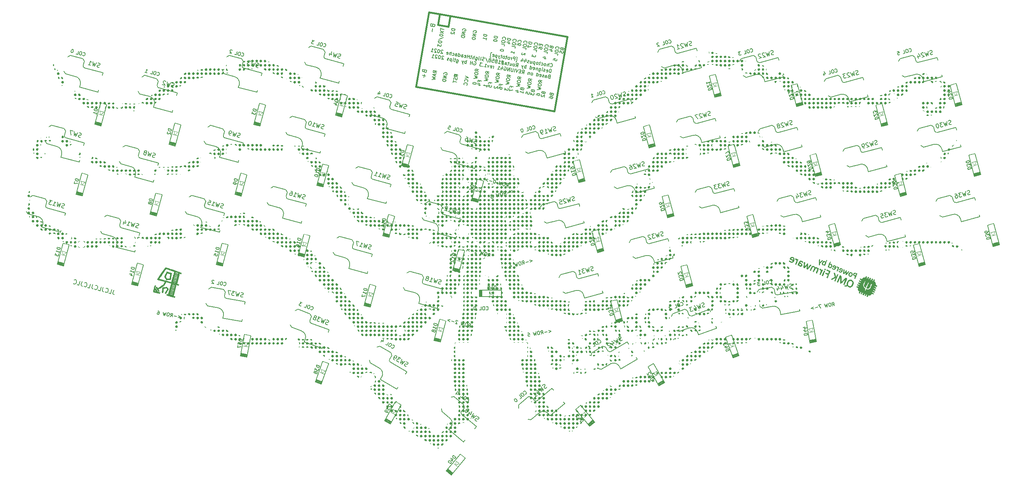
<source format=gbo>
G04 #@! TF.GenerationSoftware,KiCad,Pcbnew,(5.1.9)-1*
G04 #@! TF.CreationDate,2021-07-05T21:58:01+03:00*
G04 #@! TF.ProjectId,choctopus44,63686f63-746f-4707-9573-34342e6b6963,1.0 Prototype*
G04 #@! TF.SameCoordinates,Original*
G04 #@! TF.FileFunction,Legend,Bot*
G04 #@! TF.FilePolarity,Positive*
%FSLAX46Y46*%
G04 Gerber Fmt 4.6, Leading zero omitted, Abs format (unit mm)*
G04 Created by KiCad (PCBNEW (5.1.9)-1) date 2021-07-05 21:58:01*
%MOMM*%
%LPD*%
G01*
G04 APERTURE LIST*
%ADD10C,0.200000*%
%ADD11C,0.150000*%
%ADD12C,0.381000*%
%ADD13C,0.010000*%
%ADD14C,0.120000*%
%ADD15O,2.600000X2.200000*%
%ADD16O,1.600000X2.200000*%
%ADD17C,2.100000*%
%ADD18R,2.000000X3.500000*%
%ADD19R,4.000000X4.000000*%
%ADD20C,1.701800*%
%ADD21C,0.100000*%
%ADD22C,3.000000*%
%ADD23C,3.429000*%
%ADD24C,2.032000*%
%ADD25C,1.752600*%
%ADD26C,1.600000*%
%ADD27R,1.600000X1.200000*%
%ADD28R,1.600000X1.600000*%
%ADD29C,5.000000*%
%ADD30C,1.700000*%
%ADD31C,2.400000*%
G04 APERTURE END LIST*
D10*
X55963391Y-115196538D02*
X55778520Y-115886485D01*
X55787543Y-116036799D01*
X55854886Y-116153441D01*
X55980551Y-116236412D01*
X56072544Y-116261061D01*
X54784643Y-115915969D02*
X55244607Y-116039216D01*
X55503426Y-115073290D01*
X53935359Y-115589807D02*
X53969031Y-115648128D01*
X54094696Y-115731098D01*
X54186689Y-115755748D01*
X54337003Y-115746725D01*
X54453645Y-115679382D01*
X54524291Y-115599714D01*
X54619586Y-115428053D01*
X54656561Y-115290063D01*
X54659863Y-115093753D01*
X54638516Y-114989435D01*
X54571172Y-114872793D01*
X54445508Y-114789822D01*
X54353515Y-114765173D01*
X54203201Y-114774195D01*
X54144879Y-114807867D01*
X53479582Y-114531003D02*
X53294711Y-115220950D01*
X53303733Y-115371264D01*
X53371077Y-115487906D01*
X53496742Y-115570877D01*
X53588735Y-115595526D01*
X52300833Y-115250434D02*
X52760798Y-115373682D01*
X53019617Y-114407756D01*
X51451550Y-114924272D02*
X51485222Y-114982593D01*
X51610886Y-115065564D01*
X51702879Y-115090213D01*
X51853193Y-115081191D01*
X51969836Y-115013847D01*
X52040482Y-114934179D01*
X52135777Y-114762518D01*
X52172751Y-114624529D01*
X52176054Y-114428218D01*
X52154707Y-114323900D01*
X52087363Y-114207258D01*
X51961698Y-114124287D01*
X51869705Y-114099638D01*
X51719391Y-114108660D01*
X51661070Y-114142332D01*
X50995773Y-113865468D02*
X50810902Y-114555415D01*
X50819924Y-114705729D01*
X50887268Y-114822372D01*
X51012932Y-114905342D01*
X51104925Y-114929992D01*
X49817024Y-114584900D02*
X50276989Y-114708147D01*
X50535808Y-113742221D01*
X48967741Y-114258737D02*
X49001412Y-114317058D01*
X49127077Y-114400029D01*
X49219070Y-114424678D01*
X49369384Y-114415656D01*
X49486027Y-114348313D01*
X49556672Y-114268644D01*
X49651968Y-114096983D01*
X49688942Y-113958994D01*
X49692244Y-113762683D01*
X49670897Y-113658366D01*
X49603554Y-113541723D01*
X49477889Y-113458753D01*
X49385896Y-113434103D01*
X49235582Y-113443125D01*
X49177261Y-113476797D01*
X48511963Y-113199934D02*
X48327093Y-113889881D01*
X48336115Y-114040195D01*
X48403458Y-114156837D01*
X48529123Y-114239808D01*
X48621116Y-114264457D01*
X47333215Y-113919365D02*
X47793180Y-114042612D01*
X48051999Y-113076686D01*
X46483931Y-113593203D02*
X46517603Y-113651524D01*
X46643268Y-113734494D01*
X46735261Y-113759144D01*
X46885575Y-113750121D01*
X47002217Y-113682778D01*
X47072863Y-113603110D01*
X47168159Y-113431449D01*
X47205133Y-113293459D01*
X47208435Y-113097149D01*
X47187088Y-112992831D01*
X47119745Y-112876189D01*
X46994080Y-112793218D01*
X46902087Y-112768568D01*
X46751773Y-112777591D01*
X46693452Y-112811263D01*
D11*
X158451012Y-62572495D02*
X158481913Y-62616626D01*
X158587847Y-62673988D01*
X158662880Y-62687219D01*
X158782045Y-62669548D01*
X158870308Y-62607745D01*
X158921055Y-62539327D01*
X158985032Y-62395876D01*
X159004878Y-62283327D01*
X158993822Y-62126646D01*
X158969536Y-62044998D01*
X158907733Y-61956734D01*
X158801799Y-61899372D01*
X158726766Y-61886142D01*
X158607601Y-61903813D01*
X158563470Y-61934714D01*
X158100133Y-62587991D02*
X158239052Y-61800145D01*
X157762485Y-62528455D02*
X157835251Y-62115773D01*
X157885998Y-62047355D01*
X157967646Y-62023069D01*
X158080196Y-62042915D01*
X158148614Y-62093662D01*
X158179515Y-62137793D01*
X157274770Y-62442457D02*
X157356418Y-62418171D01*
X157400550Y-62387270D01*
X157451297Y-62318852D01*
X157490988Y-62093753D01*
X157466702Y-62012105D01*
X157435800Y-61967973D01*
X157367383Y-61917227D01*
X157254833Y-61897381D01*
X157173185Y-61921667D01*
X157129053Y-61952568D01*
X157078307Y-62020986D01*
X157038616Y-62246085D01*
X157062902Y-62327733D01*
X157093803Y-62371865D01*
X157162221Y-62422612D01*
X157274770Y-62442457D01*
X156343473Y-62239562D02*
X156411891Y-62290308D01*
X156561957Y-62316769D01*
X156643605Y-62292483D01*
X156687737Y-62261582D01*
X156738484Y-62193164D01*
X156778175Y-61968065D01*
X156753889Y-61886417D01*
X156722987Y-61842285D01*
X156654569Y-61791538D01*
X156504504Y-61765078D01*
X156422855Y-61789364D01*
X156204372Y-61712156D02*
X155904240Y-61659235D01*
X156138128Y-61429695D02*
X156019055Y-62104992D01*
X155968308Y-62173410D01*
X155886660Y-62197696D01*
X155811627Y-62184466D01*
X155436463Y-62118314D02*
X155518111Y-62094028D01*
X155562242Y-62063127D01*
X155612989Y-61994709D01*
X155652680Y-61769610D01*
X155628394Y-61687962D01*
X155597493Y-61643830D01*
X155529075Y-61593083D01*
X155416525Y-61573238D01*
X155334877Y-61597524D01*
X155290746Y-61628425D01*
X155239999Y-61696843D01*
X155200308Y-61921942D01*
X155224594Y-62003590D01*
X155255495Y-62047722D01*
X155323913Y-62098469D01*
X155436463Y-62118314D01*
X154928811Y-61487241D02*
X154789893Y-62275087D01*
X154922196Y-61524757D02*
X154853778Y-61474010D01*
X154703712Y-61447550D01*
X154622064Y-61471836D01*
X154577932Y-61502737D01*
X154527186Y-61571155D01*
X154487495Y-61796254D01*
X154511781Y-61877902D01*
X154542682Y-61922034D01*
X154611100Y-61972780D01*
X154761166Y-61999241D01*
X154842814Y-61974955D01*
X153878350Y-61302016D02*
X153785737Y-61827247D01*
X154215998Y-61361552D02*
X154143231Y-61774234D01*
X154092484Y-61842651D01*
X154010836Y-61866938D01*
X153898287Y-61847092D01*
X153829869Y-61796345D01*
X153798967Y-61752214D01*
X153454704Y-61730194D02*
X153373056Y-61754480D01*
X153222990Y-61728019D01*
X153154572Y-61677272D01*
X153130286Y-61595624D01*
X153136901Y-61558108D01*
X153187648Y-61489690D01*
X153269296Y-61465404D01*
X153381845Y-61485249D01*
X153463494Y-61460963D01*
X153514240Y-61392545D01*
X153520856Y-61355029D01*
X153496569Y-61273381D01*
X153428152Y-61222634D01*
X153315602Y-61202788D01*
X153233954Y-61227074D01*
X152527756Y-61063870D02*
X152435144Y-61589101D01*
X152768260Y-60796814D02*
X152856615Y-61392637D01*
X152368900Y-61306640D01*
X151777426Y-60931566D02*
X151684814Y-61456797D01*
X152017930Y-60664510D02*
X152106285Y-61260333D01*
X151618571Y-61174336D01*
X150400464Y-61501112D02*
X150588046Y-61534188D01*
X150786501Y-60408693D01*
X150598919Y-60375617D01*
X150146638Y-61185575D02*
X150285557Y-60397729D01*
X149985425Y-60344808D01*
X149903777Y-60369094D01*
X149859645Y-60399995D01*
X149808898Y-60468413D01*
X149789053Y-60580962D01*
X149813339Y-60662611D01*
X149844240Y-60706742D01*
X149912658Y-60757489D01*
X150212790Y-60810410D01*
X149358792Y-61046657D02*
X149451404Y-60521426D01*
X149424943Y-60671492D02*
X149400657Y-60589844D01*
X149369756Y-60545712D01*
X149301338Y-60494965D01*
X149226305Y-60481735D01*
X148758528Y-60940814D02*
X148840176Y-60916528D01*
X148884308Y-60885627D01*
X148935055Y-60817209D01*
X148974746Y-60592110D01*
X148950460Y-60510462D01*
X148919558Y-60466330D01*
X148851140Y-60415583D01*
X148738591Y-60395738D01*
X148656943Y-60420024D01*
X148612811Y-60450925D01*
X148562064Y-60519343D01*
X148522373Y-60744442D01*
X148546659Y-60826090D01*
X148577561Y-60870222D01*
X148645979Y-60920969D01*
X148758528Y-60940814D01*
X148363426Y-60329586D02*
X148063294Y-60276665D01*
X148297183Y-60047125D02*
X148178110Y-60722422D01*
X148127363Y-60790840D01*
X148045715Y-60815126D01*
X147970682Y-60801895D01*
X147595517Y-60735744D02*
X147677165Y-60711458D01*
X147721297Y-60680556D01*
X147772044Y-60612139D01*
X147811735Y-60387040D01*
X147787448Y-60305391D01*
X147756547Y-60261260D01*
X147688129Y-60210513D01*
X147575580Y-60190667D01*
X147493932Y-60214954D01*
X147449800Y-60245855D01*
X147399053Y-60314273D01*
X147359362Y-60539372D01*
X147383648Y-60621020D01*
X147414550Y-60665151D01*
X147482968Y-60715898D01*
X147595517Y-60735744D01*
X147200415Y-60124516D02*
X146900283Y-60071594D01*
X147134172Y-59842055D02*
X147015099Y-60517352D01*
X146964352Y-60585769D01*
X146882704Y-60610056D01*
X146807671Y-60596825D01*
X146712701Y-60038519D02*
X146432506Y-60530674D01*
X146337536Y-59972367D02*
X146432506Y-60530674D01*
X146474463Y-60731486D01*
X146505364Y-60775618D01*
X146573782Y-60826365D01*
X146037404Y-59919446D02*
X145898485Y-60707292D01*
X146030789Y-59956962D02*
X145962371Y-59906215D01*
X145812305Y-59879755D01*
X145730657Y-59904041D01*
X145686525Y-59934942D01*
X145635778Y-60003360D01*
X145596087Y-60228459D01*
X145620374Y-60310107D01*
X145651275Y-60354239D01*
X145719693Y-60404985D01*
X145869759Y-60431446D01*
X145951407Y-60407160D01*
X144938462Y-60228550D02*
X145006879Y-60279297D01*
X145156945Y-60305758D01*
X145238594Y-60281472D01*
X145289340Y-60213054D01*
X145342262Y-59912922D01*
X145317976Y-59831274D01*
X145249558Y-59780527D01*
X145099492Y-59754066D01*
X145017844Y-59778353D01*
X144967097Y-59846770D01*
X144953867Y-59921803D01*
X145315801Y-60062988D01*
X144585408Y-60475761D02*
X144397826Y-60442685D01*
X144596281Y-59317190D01*
X144783863Y-59350266D01*
X158653554Y-64056400D02*
X158792473Y-63268553D01*
X158604890Y-63235478D01*
X158485726Y-63253149D01*
X158397462Y-63314951D01*
X158346716Y-63383369D01*
X158282738Y-63526820D01*
X158262893Y-63639369D01*
X158273949Y-63796050D01*
X158298235Y-63877698D01*
X158360037Y-63965962D01*
X158465972Y-64023324D01*
X158653554Y-64056400D01*
X157572191Y-63827043D02*
X157640609Y-63877790D01*
X157790675Y-63904251D01*
X157872323Y-63879965D01*
X157923070Y-63811547D01*
X157975991Y-63511415D01*
X157951705Y-63429767D01*
X157883287Y-63379020D01*
X157733221Y-63352559D01*
X157651573Y-63376845D01*
X157600826Y-63445263D01*
X157587596Y-63520296D01*
X157949531Y-63661481D01*
X157234543Y-63767507D02*
X157152895Y-63791793D01*
X157002829Y-63765332D01*
X156934411Y-63714585D01*
X156910125Y-63632937D01*
X156916740Y-63595421D01*
X156967487Y-63527003D01*
X157049135Y-63502717D01*
X157161684Y-63522562D01*
X157243333Y-63498276D01*
X157294079Y-63429858D01*
X157300695Y-63392342D01*
X157276408Y-63310694D01*
X157207991Y-63259947D01*
X157095441Y-63240101D01*
X157013793Y-63264387D01*
X156552631Y-63685950D02*
X156645243Y-63160719D01*
X156691550Y-62898104D02*
X156722451Y-62942236D01*
X156678319Y-62973137D01*
X156647418Y-62929005D01*
X156691550Y-62898104D01*
X156678319Y-62973137D01*
X155932430Y-63035031D02*
X155819972Y-63672811D01*
X155844258Y-63754460D01*
X155875160Y-63798591D01*
X155943578Y-63849338D01*
X156056127Y-63869184D01*
X156137775Y-63844897D01*
X155846433Y-63522745D02*
X155914851Y-63573492D01*
X156064917Y-63599953D01*
X156146565Y-63575667D01*
X156190696Y-63544765D01*
X156241443Y-63476348D01*
X156281134Y-63251249D01*
X156256848Y-63169601D01*
X156225947Y-63125469D01*
X156157529Y-63074722D01*
X156007463Y-63048261D01*
X155925815Y-63072548D01*
X155557265Y-62968879D02*
X155464653Y-63494110D01*
X155544035Y-63043912D02*
X155513134Y-62999781D01*
X155444716Y-62949034D01*
X155332166Y-62929188D01*
X155250518Y-62953475D01*
X155199771Y-63021892D01*
X155127005Y-63434574D01*
X154458323Y-63277984D02*
X154526741Y-63328731D01*
X154676807Y-63355192D01*
X154758455Y-63330906D01*
X154809202Y-63262488D01*
X154862123Y-62962356D01*
X154837837Y-62880708D01*
X154769419Y-62829961D01*
X154619353Y-62803500D01*
X154537705Y-62827786D01*
X154486958Y-62896204D01*
X154473728Y-62971237D01*
X154835662Y-63112422D01*
X153738895Y-63189812D02*
X153877813Y-62401966D01*
X153745510Y-63152296D02*
X153813928Y-63203043D01*
X153963993Y-63229503D01*
X154045642Y-63205217D01*
X154089773Y-63174316D01*
X154140520Y-63105898D01*
X154180211Y-62880799D01*
X154155925Y-62799151D01*
X154125024Y-62755020D01*
X154056606Y-62704273D01*
X153906540Y-62677812D01*
X153824892Y-62702098D01*
X152763466Y-63017818D02*
X152902384Y-62229972D01*
X152849463Y-62530104D02*
X152781045Y-62479357D01*
X152630979Y-62452896D01*
X152549331Y-62477182D01*
X152505200Y-62508084D01*
X152454453Y-62576502D01*
X152414762Y-62801600D01*
X152439048Y-62883249D01*
X152469949Y-62927380D01*
X152538367Y-62978127D01*
X152688433Y-63004588D01*
X152770081Y-62980302D01*
X152218298Y-62380129D02*
X151938103Y-62872284D01*
X151843133Y-62313978D02*
X151938103Y-62872284D01*
X151980060Y-63073097D01*
X152010962Y-63117229D01*
X152079379Y-63167976D01*
X150399927Y-62601062D02*
X150728694Y-62272204D01*
X150850125Y-62680444D02*
X150989044Y-61892598D01*
X150688912Y-61839677D01*
X150607264Y-61863963D01*
X150563132Y-61894864D01*
X150512385Y-61963282D01*
X150492540Y-62075832D01*
X150516826Y-62157480D01*
X150547727Y-62201611D01*
X150616145Y-62252358D01*
X150916277Y-62305280D01*
X149949730Y-62521680D02*
X150031378Y-62497394D01*
X150075509Y-62466493D01*
X150126256Y-62398075D01*
X150165947Y-62172976D01*
X150141661Y-62091328D01*
X150110760Y-62047196D01*
X150042342Y-61996450D01*
X149929792Y-61976604D01*
X149848144Y-62000890D01*
X149804013Y-62031792D01*
X149753266Y-62100209D01*
X149713575Y-62325308D01*
X149737861Y-62406956D01*
X149768762Y-62451088D01*
X149837180Y-62501835D01*
X149949730Y-62521680D01*
X149104430Y-61831070D02*
X149011817Y-62356301D01*
X149442078Y-61890607D02*
X149369311Y-62303288D01*
X149318564Y-62371706D01*
X149236916Y-62395992D01*
X149124367Y-62376147D01*
X149055949Y-62325400D01*
X149025048Y-62281268D01*
X148841814Y-61784764D02*
X148541682Y-61731843D01*
X148775571Y-61502303D02*
X148656498Y-62177600D01*
X148605751Y-62246018D01*
X148524103Y-62270304D01*
X148449070Y-62257074D01*
X147848806Y-62151231D02*
X147921573Y-61738550D01*
X147972320Y-61670132D01*
X148053968Y-61645846D01*
X148204034Y-61672306D01*
X148272452Y-61723053D01*
X147855421Y-62113715D02*
X147923839Y-62164461D01*
X148111422Y-62197537D01*
X148193070Y-62173251D01*
X148243817Y-62104833D01*
X148257047Y-62029800D01*
X148232761Y-61948152D01*
X148164343Y-61897405D01*
X147976761Y-61864329D01*
X147908343Y-61813583D01*
X147603770Y-61566464D02*
X147041023Y-61467236D01*
X147438208Y-61189124D02*
X147484697Y-62241760D01*
X147056519Y-61818115D02*
X147619267Y-61917342D01*
X147222082Y-62195454D02*
X147175592Y-61142818D01*
X146273114Y-61873394D02*
X146723312Y-61952776D01*
X146498213Y-61913085D02*
X146637131Y-61125239D01*
X146692319Y-61251019D01*
X146754121Y-61339282D01*
X146822539Y-61390029D01*
X145902298Y-61343814D02*
X145983946Y-61319528D01*
X146028078Y-61288627D01*
X146078825Y-61220209D01*
X146085440Y-61182692D01*
X146061154Y-61101044D01*
X146030252Y-61056913D01*
X145961835Y-61006166D01*
X145811769Y-60979705D01*
X145730121Y-61003991D01*
X145685989Y-61034892D01*
X145635242Y-61103310D01*
X145628627Y-61140827D01*
X145652913Y-61222475D01*
X145683814Y-61266607D01*
X145752232Y-61317353D01*
X145902298Y-61343814D01*
X145970716Y-61394561D01*
X146001617Y-61438693D01*
X146025903Y-61520341D01*
X145999443Y-61670407D01*
X145948696Y-61738824D01*
X145904564Y-61769726D01*
X145822916Y-61794012D01*
X145672850Y-61767551D01*
X145604432Y-61716804D01*
X145573531Y-61672673D01*
X145549245Y-61591025D01*
X145575706Y-61440959D01*
X145626452Y-61372541D01*
X145670584Y-61341640D01*
X145752232Y-61317353D01*
X144948889Y-60827556D02*
X145324054Y-60893708D01*
X145295419Y-61275488D01*
X145264518Y-61231356D01*
X145196100Y-61180609D01*
X145008518Y-61147534D01*
X144926869Y-61171820D01*
X144882738Y-61202721D01*
X144831991Y-61271139D01*
X144798915Y-61458721D01*
X144823201Y-61540369D01*
X144854103Y-61584501D01*
X144922520Y-61635248D01*
X145110103Y-61668324D01*
X145191751Y-61644038D01*
X145235883Y-61613136D01*
X144401639Y-61079207D02*
X144483287Y-61054921D01*
X144527418Y-61024020D01*
X144578165Y-60955602D01*
X144584780Y-60918086D01*
X144560494Y-60836437D01*
X144529593Y-60792306D01*
X144461175Y-60741559D01*
X144311109Y-60715098D01*
X144229461Y-60739384D01*
X144185329Y-60770286D01*
X144134583Y-60838704D01*
X144127967Y-60876220D01*
X144152254Y-60957868D01*
X144183155Y-61002000D01*
X144251573Y-61052747D01*
X144401639Y-61079207D01*
X144470056Y-61129954D01*
X144500958Y-61174086D01*
X144525244Y-61255734D01*
X144498783Y-61405800D01*
X144448036Y-61474218D01*
X144403905Y-61505119D01*
X144322257Y-61529405D01*
X144172191Y-61502944D01*
X144103773Y-61452198D01*
X144072872Y-61408066D01*
X144048585Y-61326418D01*
X144075046Y-61176352D01*
X144125793Y-61107934D01*
X144169925Y-61077033D01*
X144251573Y-61052747D01*
X143267263Y-60492357D02*
X143763950Y-61624375D01*
X142903245Y-61240512D02*
X142784081Y-61258183D01*
X142596498Y-61225107D01*
X142528080Y-61174361D01*
X142497179Y-61130229D01*
X142472893Y-61048581D01*
X142486123Y-60973548D01*
X142536870Y-60905130D01*
X142581002Y-60874229D01*
X142662650Y-60849943D01*
X142819331Y-60838887D01*
X142900979Y-60814601D01*
X142945111Y-60783699D01*
X142995858Y-60715281D01*
X143009088Y-60640248D01*
X142984802Y-60558600D01*
X142953901Y-60514469D01*
X142885483Y-60463722D01*
X142697900Y-60430646D01*
X142578736Y-60448317D01*
X141996235Y-61119265D02*
X142077883Y-61094979D01*
X142128629Y-61026561D01*
X142247703Y-60351264D01*
X141696103Y-61066343D02*
X141788715Y-60541113D01*
X141835021Y-60278497D02*
X141865922Y-60322629D01*
X141821791Y-60353530D01*
X141790890Y-60309398D01*
X141835021Y-60278497D01*
X141821791Y-60353530D01*
X141075902Y-60415424D02*
X140963444Y-61053205D01*
X140987730Y-61134853D01*
X141018631Y-61178984D01*
X141087049Y-61229731D01*
X141199599Y-61249577D01*
X141281247Y-61225291D01*
X140989905Y-60903139D02*
X141058322Y-60953885D01*
X141208388Y-60980346D01*
X141290036Y-60956060D01*
X141334168Y-60925159D01*
X141384915Y-60856741D01*
X141424606Y-60631642D01*
X141400320Y-60549994D01*
X141369418Y-60505862D01*
X141301001Y-60455115D01*
X141150935Y-60428655D01*
X141069287Y-60452941D01*
X140608125Y-60874503D02*
X140747043Y-60086657D01*
X140270476Y-60814967D02*
X140343243Y-60402286D01*
X140393990Y-60333868D01*
X140475638Y-60309582D01*
X140588187Y-60329427D01*
X140656605Y-60380174D01*
X140687507Y-60424306D01*
X140100473Y-60243430D02*
X139800341Y-60190509D01*
X140034230Y-59960969D02*
X139915157Y-60636266D01*
X139864410Y-60704684D01*
X139782762Y-60728970D01*
X139707729Y-60715739D01*
X139445113Y-60669433D02*
X139584032Y-59881587D01*
X139517880Y-60256752D02*
X139067682Y-60177370D01*
X138994916Y-60590051D02*
X139133834Y-59802205D01*
X138326234Y-60433462D02*
X138394652Y-60484208D01*
X138544718Y-60510669D01*
X138626366Y-60486383D01*
X138677113Y-60417965D01*
X138730034Y-60117833D01*
X138705748Y-60036185D01*
X138637330Y-59985438D01*
X138487264Y-59958978D01*
X138405616Y-59983264D01*
X138354869Y-60051682D01*
X138341639Y-60126715D01*
X138703573Y-60267899D01*
X137606806Y-60345290D02*
X137679573Y-59932609D01*
X137730319Y-59864191D01*
X137811967Y-59839905D01*
X137962033Y-59866365D01*
X138030451Y-59917112D01*
X137613421Y-60307773D02*
X137681839Y-60358520D01*
X137869421Y-60391596D01*
X137951069Y-60367310D01*
X138001816Y-60298892D01*
X138015046Y-60223859D01*
X137990760Y-60142211D01*
X137922342Y-60091464D01*
X137734760Y-60058388D01*
X137666342Y-60007642D01*
X136893992Y-60219602D02*
X137032911Y-59431756D01*
X136900608Y-60182085D02*
X136969025Y-60232832D01*
X137119091Y-60259293D01*
X137200739Y-60235007D01*
X137244871Y-60204105D01*
X137295618Y-60135687D01*
X137335309Y-59910589D01*
X137311023Y-59828940D01*
X137280122Y-59784809D01*
X137211704Y-59734062D01*
X137061638Y-59707601D01*
X136979990Y-59731887D01*
X136181179Y-60093914D02*
X136253946Y-59681232D01*
X136304693Y-59612814D01*
X136386341Y-59588528D01*
X136536407Y-59614989D01*
X136604825Y-59665736D01*
X136187794Y-60056397D02*
X136256212Y-60107144D01*
X136443795Y-60140220D01*
X136525443Y-60115934D01*
X136576190Y-60047516D01*
X136589420Y-59972483D01*
X136565134Y-59890835D01*
X136496716Y-59840088D01*
X136309134Y-59807012D01*
X136240716Y-59756265D01*
X135474981Y-59930709D02*
X135543399Y-59981456D01*
X135693465Y-60007916D01*
X135775113Y-59983630D01*
X135819245Y-59952729D01*
X135869992Y-59884311D01*
X135909683Y-59659212D01*
X135885396Y-59577564D01*
X135854495Y-59533432D01*
X135786077Y-59482686D01*
X135636011Y-59456225D01*
X135554363Y-59480511D01*
X135130718Y-59908689D02*
X135269636Y-59120843D01*
X134793069Y-59849152D02*
X134865836Y-59436471D01*
X134916583Y-59368053D01*
X134998231Y-59343767D01*
X135110781Y-59363613D01*
X135179198Y-59414359D01*
X135210100Y-59458491D01*
X134124388Y-59692563D02*
X134192805Y-59743310D01*
X134342871Y-59769770D01*
X134424520Y-59745484D01*
X134475266Y-59677066D01*
X134528188Y-59376934D01*
X134503902Y-59295286D01*
X134435484Y-59244539D01*
X134285418Y-59218079D01*
X134203770Y-59242365D01*
X134153023Y-59310783D01*
X134139793Y-59385816D01*
X134501727Y-59527000D01*
X133305549Y-58851887D02*
X133274647Y-58807755D01*
X133206229Y-58757008D01*
X133018647Y-58723932D01*
X132936999Y-58748219D01*
X132892867Y-58779120D01*
X132842120Y-58847538D01*
X132828890Y-58922571D01*
X132846561Y-59041735D01*
X133217377Y-59571315D01*
X132729663Y-59485318D01*
X132380867Y-58611475D02*
X132305834Y-58598244D01*
X132224186Y-58622530D01*
X132180054Y-58653432D01*
X132129307Y-58721850D01*
X132065330Y-58865300D01*
X132032254Y-59052883D01*
X132043310Y-59209564D01*
X132067596Y-59291212D01*
X132098497Y-59335344D01*
X132166915Y-59386090D01*
X132241948Y-59399321D01*
X132323596Y-59375035D01*
X132367728Y-59344133D01*
X132418475Y-59275716D01*
X132482452Y-59132265D01*
X132515528Y-58944682D01*
X132504472Y-58788001D01*
X132480186Y-58706353D01*
X132449285Y-58662221D01*
X132380867Y-58611475D01*
X131804889Y-58587280D02*
X131773988Y-58543148D01*
X131705570Y-58492402D01*
X131517988Y-58459326D01*
X131436339Y-58483612D01*
X131392208Y-58514513D01*
X131341461Y-58582931D01*
X131328231Y-58657964D01*
X131345902Y-58777129D01*
X131716717Y-59306708D01*
X131229003Y-59220711D01*
X130478673Y-59088408D02*
X130928871Y-59167790D01*
X130703772Y-59128099D02*
X130842691Y-58340253D01*
X130897878Y-58466033D01*
X130959681Y-58554296D01*
X131028099Y-58605043D01*
X158229281Y-64926902D02*
X158110116Y-64944573D01*
X158065984Y-64975474D01*
X158015238Y-65043892D01*
X157995392Y-65156442D01*
X158019678Y-65238090D01*
X158050580Y-65282221D01*
X158118997Y-65332968D01*
X158419129Y-65385890D01*
X158558048Y-64598043D01*
X158295432Y-64551737D01*
X158213784Y-64576023D01*
X158169653Y-64606925D01*
X158118906Y-64675342D01*
X158105675Y-64750375D01*
X158129962Y-64832024D01*
X158160863Y-64876155D01*
X158229281Y-64926902D01*
X158491896Y-64973208D01*
X157293635Y-65187435D02*
X157366401Y-64774753D01*
X157417148Y-64706335D01*
X157498796Y-64682049D01*
X157648862Y-64708510D01*
X157717280Y-64759257D01*
X157300250Y-65149918D02*
X157368668Y-65200665D01*
X157556250Y-65233741D01*
X157637898Y-65209455D01*
X157688645Y-65141037D01*
X157701875Y-65066004D01*
X157677589Y-64984356D01*
X157609171Y-64933609D01*
X157421589Y-64900533D01*
X157353171Y-64849786D01*
X156962601Y-65090382D02*
X156880953Y-65114668D01*
X156730887Y-65088207D01*
X156662470Y-65037460D01*
X156638183Y-64955812D01*
X156644799Y-64918296D01*
X156695545Y-64849878D01*
X156777194Y-64825592D01*
X156889743Y-64845437D01*
X156971391Y-64821151D01*
X157022138Y-64752733D01*
X157028753Y-64715217D01*
X157004467Y-64633569D01*
X156936049Y-64582822D01*
X156823500Y-64562976D01*
X156741852Y-64587262D01*
X155987173Y-64918387D02*
X156055591Y-64969134D01*
X156205657Y-64995595D01*
X156287305Y-64971308D01*
X156338052Y-64902891D01*
X156390973Y-64602759D01*
X156366687Y-64521111D01*
X156298269Y-64470364D01*
X156148203Y-64443903D01*
X156066555Y-64468189D01*
X156015808Y-64536607D01*
X156002578Y-64611640D01*
X156364512Y-64752825D01*
X155267744Y-64830215D02*
X155406663Y-64042369D01*
X155274360Y-64792699D02*
X155342777Y-64843446D01*
X155492843Y-64869906D01*
X155574491Y-64845620D01*
X155618623Y-64814719D01*
X155669370Y-64746301D01*
X155709061Y-64521202D01*
X155684775Y-64439554D01*
X155653873Y-64395422D01*
X155585456Y-64344676D01*
X155435390Y-64318215D01*
X155353742Y-64342501D01*
X154179766Y-64638376D02*
X154261414Y-64614089D01*
X154305546Y-64583188D01*
X154356293Y-64514770D01*
X154395984Y-64289671D01*
X154371698Y-64208023D01*
X154340796Y-64163892D01*
X154272379Y-64113145D01*
X154159829Y-64093299D01*
X154078181Y-64117585D01*
X154034049Y-64148487D01*
X153983303Y-64216904D01*
X153943612Y-64442003D01*
X153967898Y-64523652D01*
X153998799Y-64567783D01*
X154067217Y-64618530D01*
X154179766Y-64638376D01*
X153672115Y-64007302D02*
X153579503Y-64532533D01*
X153658885Y-64082335D02*
X153627983Y-64038203D01*
X153559565Y-63987457D01*
X153447016Y-63967611D01*
X153365368Y-63991897D01*
X153314621Y-64060315D01*
X153241854Y-64472996D01*
X151816228Y-64221620D02*
X152144995Y-63892761D01*
X152266426Y-64301002D02*
X152405344Y-63513156D01*
X152105212Y-63460234D01*
X152023564Y-63484521D01*
X151979432Y-63515422D01*
X151928686Y-63583840D01*
X151908840Y-63696389D01*
X151933126Y-63778037D01*
X151964028Y-63822169D01*
X152032445Y-63872916D01*
X152332577Y-63925837D01*
X151551346Y-63749402D02*
X151288731Y-63703096D01*
X151103414Y-64095932D02*
X151478579Y-64162083D01*
X151617498Y-63374237D01*
X151242333Y-63308085D01*
X151017234Y-63268394D02*
X150615700Y-64009934D01*
X150492003Y-63175782D01*
X150090469Y-63917322D02*
X150229388Y-63129476D01*
X149854223Y-63063324D02*
X149741765Y-63701104D01*
X149691018Y-63769522D01*
X149646887Y-63800424D01*
X149565239Y-63824710D01*
X149415173Y-63798249D01*
X149346755Y-63747502D01*
X149315853Y-63703371D01*
X149291567Y-63621722D01*
X149404025Y-62983942D01*
X148889942Y-63705637D02*
X149028860Y-62917791D01*
X148439744Y-63626255D01*
X148578663Y-62838409D01*
X147784201Y-62737006D02*
X147865849Y-62712720D01*
X147978399Y-62732566D01*
X148084333Y-62789928D01*
X148146136Y-62878191D01*
X148170422Y-62959839D01*
X148181478Y-63116520D01*
X148161632Y-63229070D01*
X148097655Y-63372521D01*
X148046908Y-63440938D01*
X147958645Y-63502741D01*
X147839480Y-63520412D01*
X147764447Y-63507182D01*
X147658513Y-63449820D01*
X147627612Y-63405688D01*
X147673918Y-63143073D01*
X147823984Y-63169533D01*
X147031697Y-62836417D02*
X146939085Y-63361648D01*
X147272201Y-62569361D02*
X147360556Y-63165184D01*
X146872841Y-63079187D01*
X146113722Y-63216114D02*
X146563920Y-63295496D01*
X146338821Y-63255805D02*
X146477739Y-62467959D01*
X146532927Y-62593739D01*
X146594729Y-62682002D01*
X146663147Y-62732749D01*
X145175810Y-63050735D02*
X145268422Y-62525504D01*
X145241961Y-62675570D02*
X145217675Y-62593922D01*
X145186774Y-62549790D01*
X145118356Y-62499044D01*
X145043323Y-62485813D01*
X144394579Y-62874300D02*
X144462996Y-62925047D01*
X144613062Y-62951508D01*
X144694711Y-62927221D01*
X144745457Y-62858804D01*
X144798379Y-62558672D01*
X144774093Y-62477024D01*
X144705675Y-62426277D01*
X144555609Y-62399816D01*
X144473961Y-62424102D01*
X144423214Y-62492520D01*
X144409984Y-62567553D01*
X144771918Y-62708738D01*
X144180444Y-62333664D02*
X143900249Y-62825819D01*
X143805279Y-62267513D01*
X142999854Y-62667055D02*
X143450051Y-62746437D01*
X143224952Y-62706746D02*
X143363871Y-61918900D01*
X143419058Y-62044680D01*
X143480861Y-62132943D01*
X143549279Y-62183690D01*
X142675436Y-62532486D02*
X142631304Y-62563387D01*
X142662205Y-62607519D01*
X142706337Y-62576617D01*
X142675436Y-62532486D01*
X142662205Y-62607519D01*
X142500992Y-61766751D02*
X142013278Y-61680754D01*
X142222972Y-62027192D01*
X142110422Y-62007347D01*
X142028774Y-62031633D01*
X141984642Y-62062534D01*
X141933895Y-62130952D01*
X141900820Y-62318534D01*
X141925106Y-62400182D01*
X141956007Y-62444314D01*
X142024425Y-62495061D01*
X142249524Y-62534752D01*
X142331172Y-62510466D01*
X142375304Y-62479564D01*
X140656069Y-61480124D02*
X140737717Y-61455838D01*
X140850266Y-61475684D01*
X140956201Y-61533046D01*
X141018003Y-61621309D01*
X141042290Y-61702957D01*
X141053345Y-61859638D01*
X141033500Y-61972188D01*
X140969523Y-62115639D01*
X140918776Y-62184056D01*
X140830513Y-62245859D01*
X140711348Y-62263530D01*
X140636315Y-62250300D01*
X140530381Y-62192938D01*
X140499479Y-62148806D01*
X140545786Y-61886191D01*
X140695851Y-61912651D01*
X140148601Y-62164302D02*
X140287519Y-61376456D01*
X140221367Y-61751621D02*
X139771170Y-61672239D01*
X139698403Y-62084920D02*
X139837321Y-61297074D01*
X138722974Y-61912926D02*
X138861893Y-61125080D01*
X138808971Y-61425212D02*
X138740554Y-61374465D01*
X138590488Y-61348004D01*
X138508839Y-61372290D01*
X138464708Y-61403192D01*
X138413961Y-61471609D01*
X138374270Y-61696708D01*
X138398556Y-61778357D01*
X138429457Y-61822488D01*
X138497875Y-61873235D01*
X138647941Y-61899696D01*
X138729589Y-61875410D01*
X138177806Y-61275237D02*
X137897611Y-61767392D01*
X137802641Y-61209086D02*
X137897611Y-61767392D01*
X137939569Y-61968205D01*
X137970470Y-62012337D01*
X138038888Y-62063084D01*
X136564597Y-60990785D02*
X136452139Y-61628565D01*
X136476426Y-61710213D01*
X136507327Y-61754345D01*
X136575745Y-61805092D01*
X136688294Y-61824937D01*
X136769942Y-61800651D01*
X136478600Y-61478499D02*
X136547018Y-61529246D01*
X136697084Y-61555707D01*
X136778732Y-61531421D01*
X136822864Y-61500519D01*
X136873611Y-61432102D01*
X136913302Y-61207003D01*
X136889015Y-61125355D01*
X136858114Y-61081223D01*
X136789696Y-61030476D01*
X136639630Y-61004015D01*
X136557982Y-61028302D01*
X136301982Y-60944479D02*
X136001850Y-60891558D01*
X136235739Y-60662018D02*
X136116666Y-61337315D01*
X136065919Y-61405733D01*
X135984271Y-61430019D01*
X135909238Y-61416788D01*
X135646622Y-61370482D02*
X135739235Y-60845251D01*
X135785541Y-60582636D02*
X135816442Y-60626768D01*
X135772311Y-60657669D01*
X135741409Y-60613537D01*
X135785541Y-60582636D01*
X135772311Y-60657669D01*
X135364070Y-60779100D02*
X135225151Y-61566946D01*
X135357455Y-60816616D02*
X135289037Y-60765869D01*
X135138971Y-60739409D01*
X135057323Y-60763695D01*
X135013191Y-60794596D01*
X134962444Y-60863014D01*
X134922753Y-61088113D01*
X134947039Y-61169761D01*
X134977941Y-61213893D01*
X135046359Y-61264639D01*
X135196424Y-61291100D01*
X135278073Y-61266814D01*
X134602776Y-61147741D02*
X134521128Y-61172027D01*
X134371062Y-61145566D01*
X134302644Y-61094820D01*
X134278358Y-61013171D01*
X134284973Y-60975655D01*
X134335720Y-60907237D01*
X134417368Y-60882951D01*
X134529917Y-60902797D01*
X134611566Y-60878510D01*
X134662312Y-60810093D01*
X134668928Y-60772576D01*
X134644641Y-60690928D01*
X134576224Y-60640181D01*
X134463674Y-60620336D01*
X134382026Y-60644622D01*
X133483805Y-60254144D02*
X133452904Y-60210012D01*
X133384486Y-60159265D01*
X133196903Y-60126189D01*
X133115255Y-60150475D01*
X133071124Y-60181377D01*
X133020377Y-60249795D01*
X133007146Y-60324828D01*
X133024817Y-60443992D01*
X133395633Y-60973572D01*
X132907919Y-60887575D01*
X132559123Y-60013731D02*
X132484090Y-60000501D01*
X132402442Y-60024787D01*
X132358310Y-60055689D01*
X132307563Y-60124106D01*
X132243586Y-60267557D01*
X132210510Y-60455140D01*
X132221566Y-60611821D01*
X132245852Y-60693469D01*
X132276754Y-60737601D01*
X132345172Y-60788347D01*
X132420205Y-60801578D01*
X132501853Y-60777292D01*
X132545984Y-60746390D01*
X132596731Y-60677972D01*
X132660708Y-60534522D01*
X132693784Y-60346939D01*
X132682728Y-60190258D01*
X132658442Y-60108610D01*
X132627541Y-60064478D01*
X132559123Y-60013731D01*
X131983145Y-59989537D02*
X131952244Y-59945405D01*
X131883826Y-59894658D01*
X131696244Y-59861583D01*
X131614596Y-59885869D01*
X131570464Y-59916770D01*
X131519717Y-59985188D01*
X131506487Y-60060221D01*
X131524158Y-60179385D01*
X131894974Y-60708965D01*
X131407259Y-60622968D01*
X130656930Y-60490665D02*
X131107128Y-60570047D01*
X130882029Y-60530356D02*
X131020947Y-59742510D01*
X131076135Y-59868289D01*
X131137937Y-59956553D01*
X131206355Y-60007299D01*
X128924749Y-63698297D02*
X128946838Y-63847252D01*
X128985465Y-63902417D01*
X129070987Y-63965850D01*
X129211674Y-63990657D01*
X129313734Y-63960300D01*
X129368898Y-63921673D01*
X129432332Y-63836151D01*
X129498484Y-63460986D01*
X128513676Y-63287338D01*
X128455793Y-63615607D01*
X128486151Y-63717667D01*
X128524777Y-63772832D01*
X128610300Y-63836265D01*
X128704091Y-63852803D01*
X128806151Y-63822445D01*
X128861316Y-63783819D01*
X128924749Y-63698297D01*
X128982632Y-63370027D01*
X128949671Y-64379642D02*
X128817367Y-65129972D01*
X129258684Y-64820959D02*
X128508354Y-64688655D01*
X130864749Y-52968297D02*
X130886838Y-53117252D01*
X130925465Y-53172417D01*
X131010987Y-53235850D01*
X131151674Y-53260657D01*
X131253734Y-53230300D01*
X131308898Y-53191673D01*
X131372332Y-53106151D01*
X131438484Y-52730986D01*
X130453676Y-52557338D01*
X130395793Y-52885607D01*
X130426151Y-52987667D01*
X130464777Y-53042832D01*
X130550300Y-53106265D01*
X130644091Y-53122803D01*
X130746151Y-53092445D01*
X130801316Y-53053819D01*
X130864749Y-52968297D01*
X130922632Y-52640027D01*
X130889671Y-53649642D02*
X130757367Y-54399972D01*
X210112624Y-113616303D02*
X210156756Y-113647204D01*
X210275921Y-113664875D01*
X210350954Y-113651645D01*
X210456888Y-113594283D01*
X210518691Y-113506020D01*
X210542977Y-113424371D01*
X210554032Y-113267690D01*
X210534187Y-113155141D01*
X210470210Y-113011690D01*
X210419463Y-112943272D01*
X210331200Y-112881470D01*
X210212035Y-112863799D01*
X210137002Y-112877029D01*
X210031068Y-112934391D01*
X210000166Y-112978523D01*
X209499222Y-112989487D02*
X209349156Y-113015948D01*
X209280738Y-113066694D01*
X209218935Y-113154958D01*
X209207880Y-113311639D01*
X209254186Y-113574254D01*
X209318163Y-113717705D01*
X209406426Y-113779508D01*
X209488074Y-113803794D01*
X209638140Y-113777333D01*
X209706558Y-113726586D01*
X209768361Y-113638323D01*
X209779417Y-113481642D01*
X209733110Y-113219026D01*
X209669133Y-113075576D01*
X209580870Y-113013773D01*
X209499222Y-112989487D01*
X208587679Y-113962558D02*
X208962844Y-113896406D01*
X208823925Y-113108560D01*
X207660914Y-113313630D02*
X207173200Y-113399627D01*
X207488736Y-113653453D01*
X207376187Y-113673299D01*
X207307769Y-113724045D01*
X207276868Y-113768177D01*
X207252582Y-113849825D01*
X207285658Y-114037408D01*
X207336404Y-114105825D01*
X207380536Y-114136727D01*
X207462184Y-114161013D01*
X207687283Y-114121322D01*
X207755701Y-114070575D01*
X207786602Y-114026443D01*
X189307452Y-118814574D02*
X189356279Y-118837342D01*
X189476702Y-118834052D01*
X189548297Y-118807993D01*
X189642661Y-118733107D01*
X189688198Y-118635453D01*
X189697938Y-118550828D01*
X189681618Y-118394608D01*
X189642530Y-118287214D01*
X189554615Y-118157052D01*
X189492758Y-118098486D01*
X189395104Y-118052949D01*
X189274681Y-118056239D01*
X189203086Y-118082298D01*
X189108721Y-118157184D01*
X189085953Y-118206011D01*
X188594523Y-118303797D02*
X188451332Y-118355914D01*
X188392765Y-118417770D01*
X188347228Y-118515425D01*
X188363548Y-118671645D01*
X188454753Y-118922230D01*
X188542668Y-119052392D01*
X188640323Y-119097929D01*
X188724948Y-119107668D01*
X188868139Y-119055551D01*
X188926705Y-118993694D01*
X188972242Y-118896040D01*
X188955923Y-118739819D01*
X188864717Y-118489235D01*
X188776802Y-118359073D01*
X188679148Y-118313536D01*
X188594523Y-118303797D01*
X187865800Y-119420372D02*
X188223778Y-119290079D01*
X187950162Y-118538325D01*
X186830691Y-119026859D02*
X186781864Y-119004091D01*
X186697239Y-118994351D01*
X186518250Y-119059498D01*
X186459683Y-119121355D01*
X186436915Y-119170182D01*
X186427176Y-119254807D01*
X186453234Y-119326402D01*
X186528120Y-119420767D01*
X187114046Y-119693988D01*
X186648674Y-119863370D01*
X152608315Y-139679768D02*
X152661985Y-139684463D01*
X152774020Y-139640184D01*
X152832385Y-139591210D01*
X152895446Y-139488566D01*
X152904837Y-139381227D01*
X152885045Y-139298374D01*
X152816279Y-139157156D01*
X152742818Y-139069608D01*
X152615687Y-138977365D01*
X152537530Y-138943487D01*
X152430190Y-138934096D01*
X152318155Y-138978375D01*
X152259790Y-139027349D01*
X152196729Y-139129993D01*
X152192034Y-139183663D01*
X151763685Y-139443630D02*
X151646954Y-139541579D01*
X151613076Y-139619736D01*
X151603685Y-139727076D01*
X151672451Y-139868293D01*
X151843861Y-140072572D01*
X151970992Y-140164815D01*
X152078332Y-140174206D01*
X152161184Y-140154415D01*
X152277915Y-140056466D01*
X152311793Y-139978309D01*
X152321184Y-139870969D01*
X152252418Y-139729752D01*
X152081008Y-139525473D01*
X151953877Y-139433230D01*
X151846537Y-139423839D01*
X151763685Y-139443630D01*
X151460801Y-140742106D02*
X151752627Y-140497235D01*
X151238397Y-139884399D01*
X150158639Y-140790424D02*
X150100274Y-140839398D01*
X150066396Y-140917555D01*
X150061700Y-140971225D01*
X150081492Y-141054077D01*
X150150258Y-141195295D01*
X150272694Y-141341208D01*
X150399825Y-141433451D01*
X150477982Y-141467330D01*
X150531652Y-141472025D01*
X150614504Y-141452233D01*
X150672870Y-141403259D01*
X150706748Y-141325102D01*
X150711443Y-141271432D01*
X150691652Y-141188580D01*
X150622886Y-141047362D01*
X150500450Y-140901449D01*
X150373319Y-140809206D01*
X150295162Y-140775327D01*
X150241492Y-140770632D01*
X150158639Y-140790424D01*
X138651008Y-141247971D02*
X138655703Y-141301641D01*
X138718764Y-141404285D01*
X138777129Y-141453259D01*
X138889165Y-141497538D01*
X138996504Y-141488147D01*
X139074661Y-141454269D01*
X139201792Y-141362025D01*
X139275254Y-141274477D01*
X139344020Y-141133260D01*
X139363811Y-141050407D01*
X139354420Y-140943068D01*
X139291360Y-140840424D01*
X139232994Y-140791449D01*
X139120959Y-140747170D01*
X139067289Y-140751866D01*
X138736889Y-140375168D02*
X138620159Y-140277219D01*
X138537306Y-140257427D01*
X138429967Y-140266818D01*
X138302835Y-140359062D01*
X138131425Y-140563340D01*
X138062659Y-140704558D01*
X138072050Y-140811898D01*
X138105929Y-140890055D01*
X138222659Y-140988003D01*
X138305512Y-141007795D01*
X138412851Y-140998404D01*
X138539982Y-140906160D01*
X138711393Y-140701882D01*
X138780158Y-140560664D01*
X138770767Y-140453325D01*
X138736889Y-140375168D01*
X137405545Y-140302363D02*
X137697372Y-140547235D01*
X138211602Y-139934399D01*
X136956748Y-138881452D02*
X137248574Y-139126323D01*
X137032886Y-139442637D01*
X137028190Y-139388967D01*
X136994312Y-139310810D01*
X136848399Y-139188374D01*
X136765546Y-139168583D01*
X136711876Y-139173278D01*
X136633720Y-139207156D01*
X136511284Y-139353070D01*
X136491492Y-139435922D01*
X136496188Y-139489592D01*
X136530066Y-139567749D01*
X136675979Y-139690184D01*
X136758831Y-139709976D01*
X136812501Y-139705281D01*
X224812591Y-118926188D02*
X225009055Y-118504717D01*
X225262789Y-118846806D02*
X225123870Y-118058960D01*
X224823738Y-118111882D01*
X224755321Y-118162628D01*
X224724419Y-118206760D01*
X224700133Y-118288408D01*
X224719979Y-118400958D01*
X224770725Y-118469375D01*
X224814857Y-118500277D01*
X224896505Y-118524563D01*
X225196637Y-118471642D01*
X224185958Y-118224339D02*
X224035892Y-118250800D01*
X223967474Y-118301547D01*
X223905672Y-118389810D01*
X223894616Y-118546491D01*
X223940922Y-118809107D01*
X224004899Y-118952557D01*
X224093163Y-119014360D01*
X224174811Y-119038646D01*
X224324877Y-119012186D01*
X224393294Y-118961439D01*
X224455097Y-118873175D01*
X224466153Y-118716494D01*
X224419847Y-118453879D01*
X224355870Y-118310428D01*
X224267606Y-118248626D01*
X224185958Y-118224339D01*
X223585694Y-118330182D02*
X223537030Y-119151104D01*
X223287737Y-118614818D01*
X223236899Y-119204025D01*
X222910398Y-118449255D01*
X222085035Y-118594789D02*
X221559804Y-118687401D01*
X222036371Y-119415711D01*
X221345669Y-119228037D02*
X220745406Y-119333880D01*
X220330550Y-119174932D02*
X219769977Y-119505874D01*
X220409932Y-119625130D01*
X71119449Y-121224932D02*
X71680022Y-121555874D01*
X71040067Y-121675130D01*
X70704593Y-121383880D02*
X70104330Y-121278037D01*
X69226046Y-121432635D02*
X69554813Y-121103776D01*
X69676243Y-121512017D02*
X69815162Y-120724171D01*
X69515030Y-120671250D01*
X69433382Y-120695536D01*
X69389250Y-120726437D01*
X69338503Y-120794855D01*
X69318658Y-120907404D01*
X69342944Y-120989052D01*
X69373845Y-121033184D01*
X69442263Y-121083931D01*
X69742395Y-121136852D01*
X68877250Y-120558792D02*
X68727184Y-120532331D01*
X68645536Y-120556617D01*
X68557272Y-120618420D01*
X68493295Y-120761871D01*
X68446989Y-121024486D01*
X68458045Y-121181167D01*
X68519847Y-121269430D01*
X68588265Y-121320177D01*
X68738331Y-121346638D01*
X68819979Y-121322352D01*
X68908243Y-121260549D01*
X68972220Y-121117098D01*
X69018526Y-120854483D01*
X69007470Y-120697802D01*
X68945668Y-120609538D01*
X68877250Y-120558792D01*
X68276986Y-120452949D02*
X67950485Y-121207719D01*
X67899647Y-120618511D01*
X67650353Y-121154798D01*
X67601689Y-120333876D01*
X66363645Y-120115575D02*
X66513711Y-120142036D01*
X66582129Y-120192783D01*
X66613030Y-120236915D01*
X66668218Y-120362694D01*
X66679274Y-120519375D01*
X66626352Y-120819507D01*
X66575605Y-120887925D01*
X66531474Y-120918826D01*
X66449826Y-120943113D01*
X66299760Y-120916652D01*
X66231342Y-120865905D01*
X66200441Y-120821773D01*
X66176154Y-120740125D01*
X66209230Y-120552543D01*
X66259977Y-120484125D01*
X66304109Y-120453224D01*
X66385757Y-120428938D01*
X66535823Y-120455398D01*
X66604241Y-120506145D01*
X66635142Y-120550277D01*
X66659428Y-120631925D01*
X149314671Y-91847335D02*
X149962584Y-91910362D01*
X149432988Y-92288901D01*
X149005858Y-92166716D02*
X148417103Y-92324472D01*
X147686443Y-92835765D02*
X147845426Y-92398774D01*
X148128009Y-92717447D02*
X147920954Y-91944707D01*
X147626577Y-92023585D01*
X147562842Y-92080102D01*
X147535905Y-92126758D01*
X147518827Y-92210213D01*
X147548407Y-92320604D01*
X147604923Y-92384339D01*
X147651580Y-92411276D01*
X147735034Y-92428354D01*
X148029412Y-92349476D01*
X147001025Y-92191201D02*
X146853836Y-92230640D01*
X146790102Y-92287157D01*
X146736227Y-92380471D01*
X146738869Y-92537519D01*
X146807887Y-92795099D01*
X146884123Y-92932428D01*
X146977437Y-92986303D01*
X147060891Y-93003381D01*
X147208080Y-92963942D01*
X147271815Y-92907425D01*
X147325689Y-92814111D01*
X147323048Y-92657063D01*
X147254029Y-92399482D01*
X147177793Y-92262153D01*
X147084479Y-92208279D01*
X147001025Y-92191201D01*
X146412270Y-92348957D02*
X146435339Y-93170997D01*
X146140254Y-92658478D01*
X146140962Y-93249875D01*
X145749921Y-92526433D01*
X144940383Y-92743348D02*
X144462020Y-92871525D01*
X144798478Y-93096884D01*
X144688087Y-93126464D01*
X144624352Y-93182980D01*
X144597415Y-93229637D01*
X144580337Y-93313091D01*
X144629636Y-93497077D01*
X144686153Y-93560812D01*
X144732810Y-93587749D01*
X144816264Y-93604827D01*
X145037047Y-93545668D01*
X145100781Y-93489152D01*
X145127719Y-93442495D01*
X153654671Y-108187335D02*
X154302584Y-108250362D01*
X153772988Y-108628901D01*
X153345858Y-108506716D02*
X152757103Y-108664472D01*
X152026443Y-109175765D02*
X152185426Y-108738774D01*
X152468009Y-109057447D02*
X152260954Y-108284707D01*
X151966577Y-108363585D01*
X151902842Y-108420102D01*
X151875905Y-108466758D01*
X151858827Y-108550213D01*
X151888407Y-108660604D01*
X151944923Y-108724339D01*
X151991580Y-108751276D01*
X152075034Y-108768354D01*
X152369412Y-108689476D01*
X151341025Y-108531201D02*
X151193836Y-108570640D01*
X151130102Y-108627157D01*
X151076227Y-108720471D01*
X151078869Y-108877519D01*
X151147887Y-109135099D01*
X151224123Y-109272428D01*
X151317437Y-109326303D01*
X151400891Y-109343381D01*
X151548080Y-109303942D01*
X151611815Y-109247425D01*
X151665689Y-109154111D01*
X151663048Y-108997063D01*
X151594029Y-108739482D01*
X151517793Y-108602153D01*
X151424479Y-108548279D01*
X151341025Y-108531201D01*
X150752270Y-108688957D02*
X150775339Y-109510997D01*
X150480254Y-108998478D01*
X150480962Y-109589875D01*
X150089921Y-108866433D01*
X148944633Y-109449386D02*
X149082669Y-109964546D01*
X149049740Y-109105710D02*
X149381623Y-109608368D01*
X148903259Y-109736546D01*
X158089913Y-124717418D02*
X158729867Y-124836674D01*
X158169295Y-125167616D01*
X157754439Y-125008669D02*
X157154175Y-125114512D01*
X156381734Y-125560177D02*
X156578197Y-125138706D01*
X156831932Y-125480795D02*
X156693013Y-124692949D01*
X156392881Y-124745870D01*
X156324463Y-124796617D01*
X156293562Y-124840749D01*
X156269276Y-124922397D01*
X156289121Y-125034946D01*
X156339868Y-125103364D01*
X156384000Y-125134266D01*
X156465648Y-125158552D01*
X156765780Y-125105630D01*
X155755101Y-124858328D02*
X155605035Y-124884789D01*
X155536617Y-124935536D01*
X155474814Y-125023799D01*
X155463759Y-125180480D01*
X155510065Y-125443095D01*
X155574042Y-125586546D01*
X155662305Y-125648349D01*
X155743953Y-125672635D01*
X155894019Y-125646174D01*
X155962437Y-125595428D01*
X156024240Y-125507164D01*
X156035296Y-125350483D01*
X155988989Y-125087868D01*
X155925012Y-124944417D01*
X155836749Y-124882614D01*
X155755101Y-124858328D01*
X155154837Y-124964171D02*
X155106173Y-125785093D01*
X154856880Y-125248806D01*
X154806041Y-125838014D01*
X154479540Y-125083244D01*
X153203980Y-125308160D02*
X153579145Y-125242008D01*
X153682813Y-125610558D01*
X153638681Y-125579656D01*
X153557033Y-125555370D01*
X153369451Y-125588446D01*
X153301033Y-125639193D01*
X153270132Y-125683325D01*
X153245845Y-125764973D01*
X153278921Y-125952555D01*
X153329668Y-126020973D01*
X153373800Y-126051874D01*
X153455448Y-126076160D01*
X153643030Y-126043084D01*
X153711448Y-125992338D01*
X153742349Y-125948206D01*
X139182561Y-123856089D02*
X139538739Y-123557136D01*
X139624127Y-123974406D02*
X139831182Y-123201666D01*
X139536805Y-123122787D01*
X139453351Y-123139865D01*
X139406694Y-123166802D01*
X139350177Y-123230537D01*
X139320598Y-123340928D01*
X139337675Y-123424383D01*
X139364613Y-123471040D01*
X139428347Y-123527556D01*
X139722725Y-123606434D01*
X138911253Y-122955171D02*
X138764064Y-122915732D01*
X138680610Y-122932810D01*
X138587296Y-122986685D01*
X138511060Y-123124013D01*
X138442041Y-123381594D01*
X138439399Y-123538642D01*
X138493274Y-123631956D01*
X138557009Y-123688473D01*
X138704197Y-123727912D01*
X138787652Y-123710834D01*
X138880965Y-123656959D01*
X138957202Y-123519631D01*
X139026220Y-123262050D01*
X139028862Y-123105002D01*
X138974987Y-123011688D01*
X138911253Y-122955171D01*
X138322498Y-122797415D02*
X137931457Y-123520857D01*
X137932165Y-122929460D01*
X137637079Y-123441978D01*
X137660149Y-122619939D01*
X136794094Y-122466758D02*
X136767157Y-122420102D01*
X136703422Y-122363585D01*
X136519436Y-122314286D01*
X136435982Y-122331364D01*
X136389325Y-122358301D01*
X136332809Y-122422036D01*
X136313089Y-122495630D01*
X136320307Y-122615881D01*
X136643556Y-123175765D01*
X136165192Y-123047588D01*
X135912896Y-122664472D02*
X135324141Y-122506716D01*
X135015328Y-122187335D02*
X134367415Y-122250362D01*
X134897011Y-122628901D01*
X143772561Y-107276089D02*
X144128739Y-106977136D01*
X144214127Y-107394406D02*
X144421182Y-106621666D01*
X144126805Y-106542787D01*
X144043351Y-106559865D01*
X143996694Y-106586802D01*
X143940177Y-106650537D01*
X143910598Y-106760928D01*
X143927675Y-106844383D01*
X143954613Y-106891040D01*
X144018347Y-106947556D01*
X144312725Y-107026434D01*
X143501253Y-106375171D02*
X143354064Y-106335732D01*
X143270610Y-106352810D01*
X143177296Y-106406685D01*
X143101060Y-106544013D01*
X143032041Y-106801594D01*
X143029399Y-106958642D01*
X143083274Y-107051956D01*
X143147009Y-107108473D01*
X143294197Y-107147912D01*
X143377652Y-107130834D01*
X143470965Y-107076959D01*
X143547202Y-106939631D01*
X143616220Y-106682050D01*
X143618862Y-106525002D01*
X143564987Y-106431688D01*
X143501253Y-106375171D01*
X142912498Y-106217415D02*
X142521457Y-106940857D01*
X142522165Y-106349460D01*
X142227079Y-106861978D01*
X142250149Y-106039939D01*
X140755192Y-106467588D02*
X141196758Y-106585905D01*
X140975975Y-106526746D02*
X141183031Y-105754006D01*
X141227046Y-105884117D01*
X141280921Y-105977430D01*
X141344655Y-106033947D01*
X140502896Y-106084472D02*
X139914141Y-105926716D01*
X139605328Y-105607335D02*
X138957415Y-105670362D01*
X139487011Y-106048901D01*
X148092561Y-90836089D02*
X148448739Y-90537136D01*
X148534127Y-90954406D02*
X148741182Y-90181666D01*
X148446805Y-90102787D01*
X148363351Y-90119865D01*
X148316694Y-90146802D01*
X148260177Y-90210537D01*
X148230598Y-90320928D01*
X148247675Y-90404383D01*
X148274613Y-90451040D01*
X148338347Y-90507556D01*
X148632725Y-90586434D01*
X147821253Y-89935171D02*
X147674064Y-89895732D01*
X147590610Y-89912810D01*
X147497296Y-89966685D01*
X147421060Y-90104013D01*
X147352041Y-90361594D01*
X147349399Y-90518642D01*
X147403274Y-90611956D01*
X147467009Y-90668473D01*
X147614197Y-90707912D01*
X147697652Y-90690834D01*
X147790965Y-90636959D01*
X147867202Y-90499631D01*
X147936220Y-90242050D01*
X147938862Y-90085002D01*
X147884987Y-89991688D01*
X147821253Y-89935171D01*
X147232498Y-89777415D02*
X146841457Y-90500857D01*
X146842165Y-89909460D01*
X146547079Y-90421978D01*
X146570149Y-89599939D01*
X145539828Y-89323865D02*
X145466234Y-89304146D01*
X145382779Y-89321223D01*
X145336122Y-89348161D01*
X145279606Y-89411895D01*
X145203369Y-89549224D01*
X145154071Y-89733210D01*
X145151429Y-89890259D01*
X145168506Y-89973713D01*
X145195444Y-90020370D01*
X145259178Y-90076886D01*
X145332773Y-90096606D01*
X145416227Y-90079528D01*
X145462884Y-90052591D01*
X145519400Y-89988856D01*
X145595637Y-89851527D01*
X145644936Y-89667542D01*
X145647577Y-89510493D01*
X145630500Y-89427039D01*
X145603562Y-89380382D01*
X145539828Y-89323865D01*
X144822896Y-89644472D02*
X144234141Y-89486716D01*
X143925328Y-89167335D02*
X143277415Y-89230362D01*
X143807011Y-89608901D01*
X121199877Y-128687912D02*
X121213821Y-128739951D01*
X121293748Y-128830085D01*
X121359731Y-128868180D01*
X121477752Y-128892332D01*
X121581831Y-128864444D01*
X121652917Y-128817509D01*
X121762099Y-128704590D01*
X121819242Y-128605616D01*
X121862441Y-128454603D01*
X121867545Y-128369572D01*
X121839657Y-128265494D01*
X121759731Y-128175360D01*
X121693748Y-128137265D01*
X121575726Y-128113113D01*
X121523687Y-128127057D01*
X121132893Y-127813455D02*
X121000927Y-127737265D01*
X120915897Y-127732161D01*
X120811819Y-127760048D01*
X120702637Y-127872967D01*
X120569303Y-128103907D01*
X120526104Y-128254920D01*
X120553992Y-128358998D01*
X120600927Y-128430085D01*
X120732893Y-128506275D01*
X120817924Y-128511379D01*
X120922002Y-128483492D01*
X121031184Y-128370573D01*
X121164517Y-128139633D01*
X121207716Y-127988620D01*
X121179828Y-127884542D01*
X121132893Y-127813455D01*
X119809133Y-127972942D02*
X120139047Y-128163418D01*
X120539047Y-127470598D01*
X119020073Y-126901538D02*
X118753406Y-127363418D01*
X119337411Y-126732845D02*
X119216654Y-127322954D01*
X118787765Y-127075335D01*
X102212012Y-119692393D02*
X102234780Y-119741220D01*
X102329144Y-119816106D01*
X102400740Y-119842164D01*
X102521163Y-119845454D01*
X102618817Y-119799918D01*
X102680673Y-119741351D01*
X102768589Y-119611189D01*
X102807677Y-119503796D01*
X102823996Y-119347575D01*
X102814257Y-119262950D01*
X102768720Y-119165296D01*
X102674356Y-119090410D01*
X102602760Y-119064351D01*
X102482338Y-119061061D01*
X102433510Y-119083830D01*
X101994198Y-118842853D02*
X101851006Y-118790735D01*
X101766381Y-118800475D01*
X101668727Y-118846011D01*
X101580812Y-118976173D01*
X101489606Y-119226758D01*
X101473287Y-119382979D01*
X101518824Y-119480633D01*
X101577390Y-119542489D01*
X101720581Y-119594607D01*
X101805206Y-119584868D01*
X101902861Y-119539331D01*
X101990776Y-119409169D01*
X102081981Y-119158584D01*
X102098301Y-119002364D01*
X102052764Y-118904709D01*
X101994198Y-118842853D01*
X100718243Y-119229785D02*
X101076221Y-119360079D01*
X101349837Y-118608325D01*
X100240105Y-118204415D02*
X99774733Y-118035034D01*
X99921083Y-118412622D01*
X99813690Y-118373534D01*
X99729065Y-118383273D01*
X99680238Y-118406041D01*
X99618381Y-118464608D01*
X99553234Y-118643597D01*
X99562973Y-118728222D01*
X99585742Y-118777049D01*
X99644308Y-118838905D01*
X99859095Y-118917081D01*
X99943720Y-118907342D01*
X99992547Y-118884574D01*
X81773397Y-114056443D02*
X81804298Y-114100575D01*
X81910232Y-114157937D01*
X81985265Y-114171167D01*
X82104430Y-114153496D01*
X82192693Y-114091694D01*
X82243440Y-114023276D01*
X82307417Y-113879825D01*
X82327263Y-113767276D01*
X82316207Y-113610595D01*
X82291921Y-113528946D01*
X82230118Y-113440683D01*
X82124184Y-113383321D01*
X82049151Y-113370091D01*
X81929986Y-113387762D01*
X81885855Y-113418663D01*
X81411371Y-113257633D02*
X81261305Y-113231172D01*
X81179657Y-113255458D01*
X81091393Y-113317261D01*
X81027416Y-113460712D01*
X80981110Y-113723327D01*
X80992166Y-113880008D01*
X81053968Y-113968272D01*
X81122386Y-114019018D01*
X81272452Y-114045479D01*
X81354100Y-114021193D01*
X81442364Y-113959390D01*
X81506341Y-113815940D01*
X81552647Y-113553324D01*
X81541591Y-113396643D01*
X81479788Y-113308380D01*
X81411371Y-113257633D01*
X80221991Y-113860254D02*
X80597155Y-113926406D01*
X80736074Y-113138560D01*
X79522316Y-113001907D02*
X79491415Y-112957776D01*
X79422997Y-112907029D01*
X79235415Y-112873953D01*
X79153766Y-112898239D01*
X79109635Y-112929141D01*
X79058888Y-112997558D01*
X79045658Y-113072591D01*
X79063329Y-113191756D01*
X79434144Y-113721336D01*
X78946430Y-113635339D01*
X170045591Y-127636959D02*
X170097630Y-127650903D01*
X170215652Y-127626752D01*
X170281635Y-127588656D01*
X170361562Y-127498522D01*
X170389450Y-127394444D01*
X170384346Y-127309413D01*
X170341147Y-127158400D01*
X170284004Y-127059426D01*
X170174822Y-126946507D01*
X170103735Y-126899572D01*
X169999657Y-126871685D01*
X169881635Y-126895836D01*
X169815652Y-126933931D01*
X169735726Y-127024066D01*
X169721782Y-127076105D01*
X169254798Y-127257741D02*
X169122832Y-127333931D01*
X169075897Y-127405018D01*
X169048009Y-127509096D01*
X169091208Y-127660109D01*
X169224542Y-127891050D01*
X169333723Y-128003968D01*
X169437802Y-128031855D01*
X169522832Y-128026752D01*
X169654798Y-127950561D01*
X169701733Y-127879474D01*
X169729621Y-127775396D01*
X169686422Y-127624383D01*
X169553088Y-127393443D01*
X169443907Y-127280525D01*
X169339828Y-127252637D01*
X169254798Y-127257741D01*
X168731037Y-128483894D02*
X169060952Y-128293418D01*
X168660952Y-127600598D01*
X167609328Y-129131513D02*
X168005226Y-128902942D01*
X167807277Y-129017228D02*
X167407277Y-128324407D01*
X167530403Y-128385287D01*
X167634481Y-128413174D01*
X167719511Y-128408070D01*
X143430952Y-119785714D02*
X143469047Y-119823809D01*
X143583333Y-119861904D01*
X143659523Y-119861904D01*
X143773809Y-119823809D01*
X143850000Y-119747619D01*
X143888095Y-119671428D01*
X143926190Y-119519047D01*
X143926190Y-119404761D01*
X143888095Y-119252380D01*
X143850000Y-119176190D01*
X143773809Y-119100000D01*
X143659523Y-119061904D01*
X143583333Y-119061904D01*
X143469047Y-119100000D01*
X143430952Y-119138095D01*
X142935714Y-119061904D02*
X142783333Y-119061904D01*
X142707142Y-119100000D01*
X142630952Y-119176190D01*
X142592857Y-119328571D01*
X142592857Y-119595238D01*
X142630952Y-119747619D01*
X142707142Y-119823809D01*
X142783333Y-119861904D01*
X142935714Y-119861904D01*
X143011904Y-119823809D01*
X143088095Y-119747619D01*
X143126190Y-119595238D01*
X143126190Y-119328571D01*
X143088095Y-119176190D01*
X143011904Y-119100000D01*
X142935714Y-119061904D01*
X141869047Y-119861904D02*
X142250000Y-119861904D01*
X142250000Y-119061904D01*
X140840476Y-119061904D02*
X140764285Y-119061904D01*
X140688095Y-119100000D01*
X140650000Y-119138095D01*
X140611904Y-119214285D01*
X140573809Y-119366666D01*
X140573809Y-119557142D01*
X140611904Y-119709523D01*
X140650000Y-119785714D01*
X140688095Y-119823809D01*
X140764285Y-119861904D01*
X140840476Y-119861904D01*
X140916666Y-119823809D01*
X140954761Y-119785714D01*
X140992857Y-119709523D01*
X141030952Y-119557142D01*
X141030952Y-119366666D01*
X140992857Y-119214285D01*
X140954761Y-119138095D01*
X140916666Y-119100000D01*
X140840476Y-119061904D01*
X242914660Y-59120325D02*
X242961317Y-59147263D01*
X243081568Y-59154481D01*
X243155163Y-59134761D01*
X243255695Y-59068385D01*
X243309569Y-58975071D01*
X243326647Y-58891617D01*
X243324005Y-58734568D01*
X243294426Y-58624177D01*
X243218189Y-58486848D01*
X243161673Y-58423113D01*
X243068359Y-58369238D01*
X242948108Y-58362020D01*
X242874513Y-58381740D01*
X242773981Y-58448116D01*
X242747044Y-58494773D01*
X242248961Y-58549356D02*
X242101773Y-58588795D01*
X242038038Y-58645312D01*
X241984163Y-58738626D01*
X241986805Y-58895674D01*
X242055824Y-59153254D01*
X242132060Y-59290583D01*
X242225374Y-59344458D01*
X242308828Y-59361536D01*
X242456016Y-59322097D01*
X242519751Y-59265580D01*
X242573626Y-59172266D01*
X242570984Y-59015218D01*
X242501966Y-58757637D01*
X242425729Y-58620309D01*
X242332415Y-58566434D01*
X242248961Y-58549356D01*
X241425696Y-59598170D02*
X241793667Y-59499573D01*
X241586612Y-58726832D01*
X240004334Y-59150802D02*
X240372305Y-59052205D01*
X240507700Y-59410316D01*
X240461043Y-59383379D01*
X240377589Y-59366301D01*
X240193603Y-59415600D01*
X240129869Y-59472117D01*
X240102931Y-59518774D01*
X240085854Y-59602228D01*
X240135153Y-59786214D01*
X240191669Y-59849949D01*
X240238326Y-59876886D01*
X240321780Y-59893964D01*
X240505766Y-59844665D01*
X240569501Y-59788148D01*
X240596438Y-59741491D01*
X225474660Y-63920325D02*
X225521317Y-63947263D01*
X225641568Y-63954481D01*
X225715163Y-63934761D01*
X225815695Y-63868385D01*
X225869569Y-63775071D01*
X225886647Y-63691617D01*
X225884005Y-63534568D01*
X225854426Y-63424177D01*
X225778189Y-63286848D01*
X225721673Y-63223113D01*
X225628359Y-63169238D01*
X225508108Y-63162020D01*
X225434513Y-63181740D01*
X225333981Y-63248116D01*
X225307044Y-63294773D01*
X224808961Y-63349356D02*
X224661773Y-63388795D01*
X224598038Y-63445312D01*
X224544163Y-63538626D01*
X224546805Y-63695674D01*
X224615824Y-63953254D01*
X224692060Y-64090583D01*
X224785374Y-64144458D01*
X224868828Y-64161536D01*
X225016016Y-64122097D01*
X225079751Y-64065580D01*
X225133626Y-63972266D01*
X225130984Y-63815218D01*
X225061966Y-63557637D01*
X224985729Y-63420309D01*
X224892415Y-63366434D01*
X224808961Y-63349356D01*
X223985696Y-64398170D02*
X224353667Y-64299573D01*
X224146612Y-63526832D01*
X222670149Y-64198523D02*
X222808186Y-64713683D01*
X222775257Y-63854846D02*
X223107139Y-64357505D01*
X222628776Y-64485682D01*
X205614660Y-59180325D02*
X205661317Y-59207263D01*
X205781568Y-59214481D01*
X205855163Y-59194761D01*
X205955695Y-59128385D01*
X206009569Y-59035071D01*
X206026647Y-58951617D01*
X206024005Y-58794568D01*
X205994426Y-58684177D01*
X205918189Y-58546848D01*
X205861673Y-58483113D01*
X205768359Y-58429238D01*
X205648108Y-58422020D01*
X205574513Y-58441740D01*
X205473981Y-58508116D01*
X205447044Y-58554773D01*
X204948961Y-58609356D02*
X204801773Y-58648795D01*
X204738038Y-58705312D01*
X204684163Y-58798626D01*
X204686805Y-58955674D01*
X204755824Y-59213254D01*
X204832060Y-59350583D01*
X204925374Y-59404458D01*
X205008828Y-59421536D01*
X205156016Y-59382097D01*
X205219751Y-59325580D01*
X205273626Y-59232266D01*
X205270984Y-59075218D01*
X205201966Y-58817637D01*
X205125729Y-58680309D01*
X205032415Y-58626434D01*
X204948961Y-58609356D01*
X204125696Y-59658170D02*
X204493667Y-59559573D01*
X204286612Y-58786832D01*
X203145900Y-59092485D02*
X202667536Y-59220662D01*
X203003995Y-59446021D01*
X202893603Y-59475600D01*
X202829869Y-59532117D01*
X202802931Y-59578774D01*
X202785854Y-59662228D01*
X202835153Y-59846214D01*
X202891669Y-59909949D01*
X202938326Y-59936886D01*
X203021780Y-59953964D01*
X203242563Y-59894805D01*
X203306298Y-59838288D01*
X203333235Y-59791631D01*
X186454660Y-57080325D02*
X186501317Y-57107263D01*
X186621568Y-57114481D01*
X186695163Y-57094761D01*
X186795695Y-57028385D01*
X186849569Y-56935071D01*
X186866647Y-56851617D01*
X186864005Y-56694568D01*
X186834426Y-56584177D01*
X186758189Y-56446848D01*
X186701673Y-56383113D01*
X186608359Y-56329238D01*
X186488108Y-56322020D01*
X186414513Y-56341740D01*
X186313981Y-56408116D01*
X186287044Y-56454773D01*
X185788961Y-56509356D02*
X185641773Y-56548795D01*
X185578038Y-56605312D01*
X185524163Y-56698626D01*
X185526805Y-56855674D01*
X185595824Y-57113254D01*
X185672060Y-57250583D01*
X185765374Y-57304458D01*
X185848828Y-57321536D01*
X185996016Y-57282097D01*
X186059751Y-57225580D01*
X186113626Y-57132266D01*
X186110984Y-56975218D01*
X186041966Y-56717637D01*
X185965729Y-56580309D01*
X185872415Y-56526434D01*
X185788961Y-56509356D01*
X184965696Y-57558170D02*
X185333667Y-57459573D01*
X185126612Y-56686832D01*
X183968822Y-57075939D02*
X183922165Y-57049002D01*
X183838711Y-57031924D01*
X183654725Y-57081223D01*
X183590991Y-57137740D01*
X183564053Y-57184397D01*
X183546976Y-57267851D01*
X183566695Y-57341445D01*
X183633072Y-57441977D01*
X184192955Y-57765226D01*
X183714592Y-57893403D01*
X170944660Y-69050325D02*
X170991317Y-69077263D01*
X171111568Y-69084481D01*
X171185163Y-69064761D01*
X171285695Y-68998385D01*
X171339569Y-68905071D01*
X171356647Y-68821617D01*
X171354005Y-68664568D01*
X171324426Y-68554177D01*
X171248189Y-68416848D01*
X171191673Y-68353113D01*
X171098359Y-68299238D01*
X170978108Y-68292020D01*
X170904513Y-68311740D01*
X170803981Y-68378116D01*
X170777044Y-68424773D01*
X170278961Y-68479356D02*
X170131773Y-68518795D01*
X170068038Y-68575312D01*
X170014163Y-68668626D01*
X170016805Y-68825674D01*
X170085824Y-69083254D01*
X170162060Y-69220583D01*
X170255374Y-69274458D01*
X170338828Y-69291536D01*
X170486016Y-69252097D01*
X170549751Y-69195580D01*
X170603626Y-69102266D01*
X170600984Y-68945218D01*
X170531966Y-68687637D01*
X170455729Y-68550309D01*
X170362415Y-68496434D01*
X170278961Y-68479356D01*
X169455696Y-69528170D02*
X169823667Y-69429573D01*
X169616612Y-68656832D01*
X168204592Y-69863403D02*
X168646158Y-69745085D01*
X168425375Y-69804244D02*
X168218319Y-69031503D01*
X168321493Y-69122175D01*
X168414807Y-69176050D01*
X168498261Y-69193128D01*
X154484660Y-77290325D02*
X154531317Y-77317263D01*
X154651568Y-77324481D01*
X154725163Y-77304761D01*
X154825695Y-77238385D01*
X154879569Y-77145071D01*
X154896647Y-77061617D01*
X154894005Y-76904568D01*
X154864426Y-76794177D01*
X154788189Y-76656848D01*
X154731673Y-76593113D01*
X154638359Y-76539238D01*
X154518108Y-76532020D01*
X154444513Y-76551740D01*
X154343981Y-76618116D01*
X154317044Y-76664773D01*
X153818961Y-76719356D02*
X153671773Y-76758795D01*
X153608038Y-76815312D01*
X153554163Y-76908626D01*
X153556805Y-77065674D01*
X153625824Y-77323254D01*
X153702060Y-77460583D01*
X153795374Y-77514458D01*
X153878828Y-77531536D01*
X154026016Y-77492097D01*
X154089751Y-77435580D01*
X154143626Y-77342266D01*
X154140984Y-77185218D01*
X154071966Y-76927637D01*
X153995729Y-76790309D01*
X153902415Y-76736434D01*
X153818961Y-76719356D01*
X152995696Y-77768170D02*
X153363667Y-77669573D01*
X153156612Y-76896832D01*
X151795117Y-77261644D02*
X151721522Y-77281363D01*
X151657788Y-77337880D01*
X151630850Y-77384537D01*
X151613773Y-77467991D01*
X151616415Y-77625039D01*
X151665713Y-77809025D01*
X151741950Y-77946354D01*
X151798466Y-78010089D01*
X151845123Y-78037026D01*
X151928578Y-78054104D01*
X152002172Y-78034384D01*
X152065906Y-77977868D01*
X152092844Y-77931211D01*
X152109921Y-77847756D01*
X152107280Y-77690708D01*
X152057981Y-77506722D01*
X151981744Y-77369393D01*
X151925228Y-77305659D01*
X151878571Y-77278721D01*
X151795117Y-77261644D01*
X137236764Y-77911631D02*
X137263701Y-77958288D01*
X137364233Y-78024665D01*
X137437827Y-78044384D01*
X137558078Y-78037166D01*
X137651392Y-77983292D01*
X137707909Y-77919557D01*
X137784145Y-77782228D01*
X137813725Y-77671837D01*
X137816367Y-77514788D01*
X137799289Y-77431334D01*
X137745414Y-77338020D01*
X137644882Y-77271644D01*
X137571288Y-77251924D01*
X137451037Y-77259142D01*
X137404380Y-77286079D01*
X136945736Y-77084308D02*
X136798547Y-77044869D01*
X136715093Y-77061946D01*
X136621779Y-77115821D01*
X136545543Y-77253150D01*
X136476525Y-77510730D01*
X136473883Y-77667779D01*
X136527758Y-77761093D01*
X136591492Y-77817609D01*
X136738681Y-77857049D01*
X136822135Y-77839971D01*
X136915449Y-77786096D01*
X136991685Y-77648767D01*
X137060703Y-77391187D01*
X137063345Y-77234139D01*
X137009471Y-77140825D01*
X136945736Y-77084308D01*
X135708360Y-77580975D02*
X136076332Y-77679573D01*
X136283387Y-76906832D01*
X134701108Y-76482862D02*
X135069080Y-76581459D01*
X135007280Y-76959291D01*
X134980342Y-76912634D01*
X134916608Y-76856117D01*
X134732622Y-76806818D01*
X134649168Y-76823896D01*
X134602511Y-76850833D01*
X134545994Y-76914568D01*
X134496695Y-77098554D01*
X134513773Y-77182008D01*
X134540710Y-77228665D01*
X134604445Y-77285182D01*
X134788431Y-77334481D01*
X134871885Y-77317403D01*
X134918542Y-77290466D01*
X120736764Y-69831631D02*
X120763701Y-69878288D01*
X120864233Y-69944665D01*
X120937827Y-69964384D01*
X121058078Y-69957166D01*
X121151392Y-69903292D01*
X121207909Y-69839557D01*
X121284145Y-69702228D01*
X121313725Y-69591837D01*
X121316367Y-69434788D01*
X121299289Y-69351334D01*
X121245414Y-69258020D01*
X121144882Y-69191644D01*
X121071288Y-69171924D01*
X120951037Y-69179142D01*
X120904380Y-69206079D01*
X120445736Y-69004308D02*
X120298547Y-68964869D01*
X120215093Y-68981946D01*
X120121779Y-69035821D01*
X120045543Y-69173150D01*
X119976525Y-69430730D01*
X119973883Y-69587779D01*
X120027758Y-69681093D01*
X120091492Y-69737609D01*
X120238681Y-69777049D01*
X120322135Y-69759971D01*
X120415449Y-69706096D01*
X120491685Y-69568767D01*
X120560703Y-69311187D01*
X120563345Y-69154139D01*
X120509471Y-69060825D01*
X120445736Y-69004308D01*
X119208360Y-69500975D02*
X119576332Y-69599573D01*
X119783387Y-68826832D01*
X118168887Y-68670302D02*
X118030850Y-69185462D01*
X118431751Y-68425223D02*
X118467840Y-69026480D01*
X117989477Y-68898303D01*
X105176764Y-57861631D02*
X105203701Y-57908288D01*
X105304233Y-57974665D01*
X105377827Y-57994384D01*
X105498078Y-57987166D01*
X105591392Y-57933292D01*
X105647909Y-57869557D01*
X105724145Y-57732228D01*
X105753725Y-57621837D01*
X105756367Y-57464788D01*
X105739289Y-57381334D01*
X105685414Y-57288020D01*
X105584882Y-57221644D01*
X105511288Y-57201924D01*
X105391037Y-57209142D01*
X105344380Y-57236079D01*
X104885736Y-57034308D02*
X104738547Y-56994869D01*
X104655093Y-57011946D01*
X104561779Y-57065821D01*
X104485543Y-57203150D01*
X104416525Y-57460730D01*
X104413883Y-57617779D01*
X104467758Y-57711093D01*
X104531492Y-57767609D01*
X104678681Y-57807049D01*
X104762135Y-57789971D01*
X104855449Y-57736096D01*
X104931685Y-57598767D01*
X105000703Y-57341187D01*
X105003345Y-57184139D01*
X104949471Y-57090825D01*
X104885736Y-57034308D01*
X103648360Y-57530975D02*
X104016332Y-57629573D01*
X104223387Y-56856832D01*
X103082674Y-56551179D02*
X102604311Y-56423002D01*
X102783013Y-56786398D01*
X102672622Y-56756818D01*
X102589168Y-56773896D01*
X102542511Y-56800833D01*
X102485994Y-56864568D01*
X102436695Y-57048554D01*
X102453773Y-57132008D01*
X102480710Y-57178665D01*
X102544445Y-57235182D01*
X102765228Y-57294340D01*
X102848682Y-57277263D01*
X102895339Y-57250325D01*
X85926764Y-60071631D02*
X85953701Y-60118288D01*
X86054233Y-60184665D01*
X86127827Y-60204384D01*
X86248078Y-60197166D01*
X86341392Y-60143292D01*
X86397909Y-60079557D01*
X86474145Y-59942228D01*
X86503725Y-59831837D01*
X86506367Y-59674788D01*
X86489289Y-59591334D01*
X86435414Y-59498020D01*
X86334882Y-59431644D01*
X86261288Y-59411924D01*
X86141037Y-59419142D01*
X86094380Y-59446079D01*
X85635736Y-59244308D02*
X85488547Y-59204869D01*
X85405093Y-59221946D01*
X85311779Y-59275821D01*
X85235543Y-59413150D01*
X85166525Y-59670730D01*
X85163883Y-59827779D01*
X85217758Y-59921093D01*
X85281492Y-59977609D01*
X85428681Y-60017049D01*
X85512135Y-59999971D01*
X85605449Y-59946096D01*
X85681685Y-59808767D01*
X85750703Y-59551187D01*
X85753345Y-59394139D01*
X85699471Y-59300825D01*
X85635736Y-59244308D01*
X84398360Y-59740975D02*
X84766332Y-59839573D01*
X84973387Y-59066832D01*
X83776158Y-58824914D02*
X83749220Y-58778257D01*
X83685486Y-58721740D01*
X83501500Y-58672441D01*
X83418046Y-58689519D01*
X83371389Y-58716456D01*
X83314872Y-58780191D01*
X83295153Y-58853785D01*
X83302370Y-58974036D01*
X83625619Y-59533920D01*
X83147256Y-59405743D01*
X66096764Y-64611631D02*
X66123701Y-64658288D01*
X66224233Y-64724665D01*
X66297827Y-64744384D01*
X66418078Y-64737166D01*
X66511392Y-64683292D01*
X66567909Y-64619557D01*
X66644145Y-64482228D01*
X66673725Y-64371837D01*
X66676367Y-64214788D01*
X66659289Y-64131334D01*
X66605414Y-64038020D01*
X66504882Y-63971644D01*
X66431288Y-63951924D01*
X66311037Y-63959142D01*
X66264380Y-63986079D01*
X65805736Y-63784308D02*
X65658547Y-63744869D01*
X65575093Y-63761946D01*
X65481779Y-63815821D01*
X65405543Y-63953150D01*
X65336525Y-64210730D01*
X65333883Y-64367779D01*
X65387758Y-64461093D01*
X65451492Y-64517609D01*
X65598681Y-64557049D01*
X65682135Y-64539971D01*
X65775449Y-64486096D01*
X65851685Y-64348767D01*
X65920703Y-64091187D01*
X65923345Y-63934139D01*
X65869471Y-63840825D01*
X65805736Y-63784308D01*
X64568360Y-64280975D02*
X64936332Y-64379573D01*
X65143387Y-63606832D01*
X63317256Y-63945743D02*
X63758822Y-64064060D01*
X63538039Y-64004901D02*
X63745094Y-63232161D01*
X63789109Y-63362272D01*
X63842984Y-63455586D01*
X63906719Y-63512102D01*
X156534629Y-66418525D02*
X156205771Y-66089758D01*
X156614011Y-65968327D02*
X155826165Y-65829408D01*
X155773244Y-66129540D01*
X155797530Y-66211188D01*
X155828431Y-66255320D01*
X155896849Y-66306067D01*
X156009399Y-66325912D01*
X156091047Y-66301626D01*
X156135178Y-66270725D01*
X156185925Y-66202307D01*
X156238847Y-65902175D01*
X155660786Y-66767321D02*
X155634325Y-66917387D01*
X155658612Y-66999035D01*
X155720414Y-67087298D01*
X155863865Y-67151275D01*
X156126480Y-67197581D01*
X156283161Y-67186526D01*
X156371425Y-67124723D01*
X156422172Y-67056305D01*
X156448632Y-66906239D01*
X156424346Y-66824591D01*
X156362543Y-66736328D01*
X156219093Y-66672351D01*
X155956477Y-66626044D01*
X155799796Y-66637100D01*
X155711533Y-66698903D01*
X155660786Y-66767321D01*
X155554943Y-67367584D02*
X156309714Y-67694085D01*
X155720506Y-67744924D01*
X156256792Y-67994217D01*
X155435870Y-68042881D01*
X155217570Y-69280925D02*
X155244030Y-69130859D01*
X155294777Y-69062441D01*
X155338909Y-69031540D01*
X155464689Y-68976353D01*
X155621370Y-68965297D01*
X155921502Y-69018218D01*
X155989919Y-69068965D01*
X156020821Y-69113097D01*
X156045107Y-69194745D01*
X156018646Y-69344811D01*
X155967899Y-69413229D01*
X155923768Y-69444130D01*
X155842120Y-69468416D01*
X155654537Y-69435340D01*
X155586119Y-69384593D01*
X155555218Y-69340462D01*
X155530932Y-69258814D01*
X155557393Y-69108748D01*
X155608139Y-69040330D01*
X155652271Y-69009428D01*
X155733919Y-68985142D01*
X154104629Y-66068525D02*
X153775771Y-65739758D01*
X154184011Y-65618327D02*
X153396165Y-65479408D01*
X153343244Y-65779540D01*
X153367530Y-65861188D01*
X153398431Y-65905320D01*
X153466849Y-65956067D01*
X153579399Y-65975912D01*
X153661047Y-65951626D01*
X153705178Y-65920725D01*
X153755925Y-65852307D01*
X153808847Y-65552175D01*
X153230786Y-66417321D02*
X153204325Y-66567387D01*
X153228612Y-66649035D01*
X153290414Y-66737298D01*
X153433865Y-66801275D01*
X153696480Y-66847581D01*
X153853161Y-66836526D01*
X153941425Y-66774723D01*
X153992172Y-66706305D01*
X154018632Y-66556239D01*
X153994346Y-66474591D01*
X153932543Y-66386328D01*
X153789093Y-66322351D01*
X153526477Y-66276044D01*
X153369796Y-66287100D01*
X153281533Y-66348903D01*
X153230786Y-66417321D01*
X153124943Y-67017584D02*
X153879714Y-67344085D01*
X153290506Y-67394924D01*
X153826792Y-67644217D01*
X153005870Y-67692881D01*
X152780955Y-68968442D02*
X152847106Y-68593277D01*
X153228886Y-68621912D01*
X153184755Y-68652813D01*
X153134008Y-68721231D01*
X153100932Y-68908814D01*
X153125218Y-68990462D01*
X153156119Y-69034593D01*
X153224537Y-69085340D01*
X153412120Y-69118416D01*
X153493768Y-69094130D01*
X153537899Y-69063229D01*
X153588646Y-68994811D01*
X153621722Y-68807228D01*
X153597436Y-68725580D01*
X153566535Y-68681449D01*
X146624629Y-64718525D02*
X146295771Y-64389758D01*
X146704011Y-64268327D02*
X145916165Y-64129408D01*
X145863244Y-64429540D01*
X145887530Y-64511188D01*
X145918431Y-64555320D01*
X145986849Y-64606067D01*
X146099399Y-64625912D01*
X146181047Y-64601626D01*
X146225178Y-64570725D01*
X146275925Y-64502307D01*
X146328847Y-64202175D01*
X145750786Y-65067321D02*
X145724325Y-65217387D01*
X145748612Y-65299035D01*
X145810414Y-65387298D01*
X145953865Y-65451275D01*
X146216480Y-65497581D01*
X146373161Y-65486526D01*
X146461425Y-65424723D01*
X146512172Y-65356305D01*
X146538632Y-65206239D01*
X146514346Y-65124591D01*
X146452543Y-65036328D01*
X146309093Y-64972351D01*
X146046477Y-64926044D01*
X145889796Y-64937100D01*
X145801533Y-64998903D01*
X145750786Y-65067321D01*
X145644943Y-65667584D02*
X146399714Y-65994085D01*
X145810506Y-66044924D01*
X146346792Y-66294217D01*
X145525870Y-66342881D01*
X145448754Y-67218991D02*
X145404623Y-67249892D01*
X145353876Y-67318310D01*
X145320800Y-67505892D01*
X145345086Y-67587540D01*
X145375988Y-67631672D01*
X145444405Y-67682419D01*
X145519438Y-67695649D01*
X145638603Y-67677978D01*
X146168183Y-67307162D01*
X146082186Y-67794877D01*
X144094629Y-64338525D02*
X143765771Y-64009758D01*
X144174011Y-63888327D02*
X143386165Y-63749408D01*
X143333244Y-64049540D01*
X143357530Y-64131188D01*
X143388431Y-64175320D01*
X143456849Y-64226067D01*
X143569399Y-64245912D01*
X143651047Y-64221626D01*
X143695178Y-64190725D01*
X143745925Y-64122307D01*
X143798847Y-63822175D01*
X143220786Y-64687321D02*
X143194325Y-64837387D01*
X143218612Y-64919035D01*
X143280414Y-65007298D01*
X143423865Y-65071275D01*
X143686480Y-65117581D01*
X143843161Y-65106526D01*
X143931425Y-65044723D01*
X143982172Y-64976305D01*
X144008632Y-64826239D01*
X143984346Y-64744591D01*
X143922543Y-64656328D01*
X143779093Y-64592351D01*
X143516477Y-64546044D01*
X143359796Y-64557100D01*
X143271533Y-64618903D01*
X143220786Y-64687321D01*
X143114943Y-65287584D02*
X143869714Y-65614085D01*
X143280506Y-65664924D01*
X143816792Y-65914217D01*
X142995870Y-65962881D01*
X143552186Y-67414877D02*
X143631568Y-66964679D01*
X143591877Y-67189778D02*
X142804030Y-67050859D01*
X142929810Y-66995672D01*
X143018074Y-66933869D01*
X143068820Y-66865451D01*
X149104629Y-65158525D02*
X148775771Y-64829758D01*
X149184011Y-64708327D02*
X148396165Y-64569408D01*
X148343244Y-64869540D01*
X148367530Y-64951188D01*
X148398431Y-64995320D01*
X148466849Y-65046067D01*
X148579399Y-65065912D01*
X148661047Y-65041626D01*
X148705178Y-65010725D01*
X148755925Y-64942307D01*
X148808847Y-64642175D01*
X148230786Y-65507321D02*
X148204325Y-65657387D01*
X148228612Y-65739035D01*
X148290414Y-65827298D01*
X148433865Y-65891275D01*
X148696480Y-65937581D01*
X148853161Y-65926526D01*
X148941425Y-65864723D01*
X148992172Y-65796305D01*
X149018632Y-65646239D01*
X148994346Y-65564591D01*
X148932543Y-65476328D01*
X148789093Y-65412351D01*
X148526477Y-65366044D01*
X148369796Y-65377100D01*
X148281533Y-65438903D01*
X148230786Y-65507321D01*
X148124943Y-66107584D02*
X148879714Y-66434085D01*
X148290506Y-66484924D01*
X148826792Y-66734217D01*
X148005870Y-66782881D01*
X147860337Y-67608244D02*
X147774339Y-68095958D01*
X148120777Y-67886264D01*
X148100932Y-67998814D01*
X148125218Y-68080462D01*
X148156119Y-68124593D01*
X148224537Y-68175340D01*
X148412120Y-68208416D01*
X148493768Y-68184130D01*
X148537899Y-68153229D01*
X148588646Y-68084811D01*
X148628337Y-67859712D01*
X148604051Y-67778064D01*
X148573150Y-67733932D01*
X141614629Y-63778525D02*
X141285771Y-63449758D01*
X141694011Y-63328327D02*
X140906165Y-63189408D01*
X140853244Y-63489540D01*
X140877530Y-63571188D01*
X140908431Y-63615320D01*
X140976849Y-63666067D01*
X141089399Y-63685912D01*
X141171047Y-63661626D01*
X141215178Y-63630725D01*
X141265925Y-63562307D01*
X141318847Y-63262175D01*
X140740786Y-64127321D02*
X140714325Y-64277387D01*
X140738612Y-64359035D01*
X140800414Y-64447298D01*
X140943865Y-64511275D01*
X141206480Y-64557581D01*
X141363161Y-64546526D01*
X141451425Y-64484723D01*
X141502172Y-64416305D01*
X141528632Y-64266239D01*
X141504346Y-64184591D01*
X141442543Y-64096328D01*
X141299093Y-64032351D01*
X141036477Y-63986044D01*
X140879796Y-63997100D01*
X140791533Y-64058903D01*
X140740786Y-64127321D01*
X140634943Y-64727584D02*
X141389714Y-65054085D01*
X140800506Y-65104924D01*
X141336792Y-65354217D01*
X140515870Y-65402881D01*
X140330646Y-66453343D02*
X140317415Y-66528376D01*
X140341701Y-66610024D01*
X140372603Y-66654156D01*
X140441021Y-66704902D01*
X140584471Y-66768879D01*
X140772054Y-66801955D01*
X140928735Y-66790900D01*
X141010383Y-66766613D01*
X141054515Y-66735712D01*
X141105261Y-66667294D01*
X141118492Y-66592261D01*
X141094206Y-66510613D01*
X141063304Y-66466481D01*
X140994887Y-66415735D01*
X140851436Y-66351757D01*
X140663853Y-66318682D01*
X140507172Y-66329737D01*
X140425524Y-66354024D01*
X140381392Y-66384925D01*
X140330646Y-66453343D01*
X151624629Y-65628525D02*
X151295771Y-65299758D01*
X151704011Y-65178327D02*
X150916165Y-65039408D01*
X150863244Y-65339540D01*
X150887530Y-65421188D01*
X150918431Y-65465320D01*
X150986849Y-65516067D01*
X151099399Y-65535912D01*
X151181047Y-65511626D01*
X151225178Y-65480725D01*
X151275925Y-65412307D01*
X151328847Y-65112175D01*
X150750786Y-65977321D02*
X150724325Y-66127387D01*
X150748612Y-66209035D01*
X150810414Y-66297298D01*
X150953865Y-66361275D01*
X151216480Y-66407581D01*
X151373161Y-66396526D01*
X151461425Y-66334723D01*
X151512172Y-66266305D01*
X151538632Y-66116239D01*
X151514346Y-66034591D01*
X151452543Y-65946328D01*
X151309093Y-65882351D01*
X151046477Y-65836044D01*
X150889796Y-65847100D01*
X150801533Y-65908903D01*
X150750786Y-65977321D01*
X150644943Y-66577584D02*
X151399714Y-66904085D01*
X150810506Y-66954924D01*
X151346792Y-67204217D01*
X150525870Y-67252881D01*
X150570185Y-68537231D02*
X151095416Y-68629844D01*
X150303129Y-68296728D02*
X150898952Y-68208373D01*
X150812955Y-68696087D01*
X160436443Y-58486602D02*
X160480575Y-58455701D01*
X160537937Y-58349767D01*
X160551167Y-58274734D01*
X160533496Y-58155569D01*
X160471694Y-58067306D01*
X160403276Y-58016559D01*
X160259825Y-57952582D01*
X160147276Y-57932736D01*
X159990595Y-57943792D01*
X159908946Y-57968078D01*
X159820683Y-58029881D01*
X159763321Y-58135815D01*
X159750091Y-58210848D01*
X159767762Y-58330013D01*
X159798663Y-58374144D01*
X159637633Y-58848628D02*
X159611172Y-58998694D01*
X159635458Y-59080342D01*
X159697261Y-59168606D01*
X159840712Y-59232583D01*
X160103327Y-59278889D01*
X160260008Y-59267833D01*
X160348272Y-59206031D01*
X160399018Y-59137613D01*
X160425479Y-58987547D01*
X160401193Y-58905899D01*
X160339390Y-58817635D01*
X160195940Y-58753658D01*
X159933324Y-58707352D01*
X159776643Y-58718408D01*
X159688380Y-58780211D01*
X159637633Y-58848628D01*
X160240254Y-60038008D02*
X160306406Y-59662844D01*
X159518560Y-59523925D01*
X159234108Y-61137134D02*
X159300259Y-60761969D01*
X159682039Y-60790604D01*
X159637908Y-60821506D01*
X159587161Y-60889923D01*
X159554085Y-61077506D01*
X159578371Y-61159154D01*
X159609273Y-61203286D01*
X159677690Y-61254032D01*
X159865273Y-61287108D01*
X159946921Y-61262822D01*
X159991053Y-61231921D01*
X160041799Y-61163503D01*
X160074875Y-60975921D01*
X160050589Y-60894272D01*
X160019688Y-60850141D01*
X157956443Y-58046602D02*
X158000575Y-58015701D01*
X158057937Y-57909767D01*
X158071167Y-57834734D01*
X158053496Y-57715569D01*
X157991694Y-57627306D01*
X157923276Y-57576559D01*
X157779825Y-57512582D01*
X157667276Y-57492736D01*
X157510595Y-57503792D01*
X157428946Y-57528078D01*
X157340683Y-57589881D01*
X157283321Y-57695815D01*
X157270091Y-57770848D01*
X157287762Y-57890013D01*
X157318663Y-57934144D01*
X157157633Y-58408628D02*
X157131172Y-58558694D01*
X157155458Y-58640342D01*
X157217261Y-58728606D01*
X157360712Y-58792583D01*
X157623327Y-58838889D01*
X157780008Y-58827833D01*
X157868272Y-58766031D01*
X157919018Y-58697613D01*
X157945479Y-58547547D01*
X157921193Y-58465899D01*
X157859390Y-58377635D01*
X157715940Y-58313658D01*
X157453324Y-58267352D01*
X157296643Y-58278408D01*
X157208380Y-58340211D01*
X157157633Y-58408628D01*
X157760254Y-59598008D02*
X157826406Y-59222844D01*
X157038560Y-59083925D01*
X157023338Y-60705924D02*
X157548569Y-60798536D01*
X156756282Y-60465420D02*
X157352105Y-60377065D01*
X157266108Y-60864779D01*
X155436443Y-57576602D02*
X155480575Y-57545701D01*
X155537937Y-57439767D01*
X155551167Y-57364734D01*
X155533496Y-57245569D01*
X155471694Y-57157306D01*
X155403276Y-57106559D01*
X155259825Y-57042582D01*
X155147276Y-57022736D01*
X154990595Y-57033792D01*
X154908946Y-57058078D01*
X154820683Y-57119881D01*
X154763321Y-57225815D01*
X154750091Y-57300848D01*
X154767762Y-57420013D01*
X154798663Y-57464144D01*
X154637633Y-57938628D02*
X154611172Y-58088694D01*
X154635458Y-58170342D01*
X154697261Y-58258606D01*
X154840712Y-58322583D01*
X155103327Y-58368889D01*
X155260008Y-58357833D01*
X155348272Y-58296031D01*
X155399018Y-58227613D01*
X155425479Y-58077547D01*
X155401193Y-57995899D01*
X155339390Y-57907635D01*
X155195940Y-57843658D01*
X154933324Y-57797352D01*
X154776643Y-57808408D01*
X154688380Y-57870211D01*
X154637633Y-57938628D01*
X155240254Y-59128008D02*
X155306406Y-58752844D01*
X154518560Y-58613925D01*
X154313490Y-59776936D02*
X154227492Y-60264650D01*
X154573931Y-60054956D01*
X154554085Y-60167506D01*
X154578371Y-60249154D01*
X154609273Y-60293286D01*
X154677690Y-60344032D01*
X154865273Y-60377108D01*
X154946921Y-60352822D01*
X154991053Y-60321921D01*
X155041799Y-60253503D01*
X155081490Y-60028404D01*
X155057204Y-59946756D01*
X155026303Y-59902624D01*
X152956443Y-57136602D02*
X153000575Y-57105701D01*
X153057937Y-56999767D01*
X153071167Y-56924734D01*
X153053496Y-56805569D01*
X152991694Y-56717306D01*
X152923276Y-56666559D01*
X152779825Y-56602582D01*
X152667276Y-56582736D01*
X152510595Y-56593792D01*
X152428946Y-56618078D01*
X152340683Y-56679881D01*
X152283321Y-56785815D01*
X152270091Y-56860848D01*
X152287762Y-56980013D01*
X152318663Y-57024144D01*
X152157633Y-57498628D02*
X152131172Y-57648694D01*
X152155458Y-57730342D01*
X152217261Y-57818606D01*
X152360712Y-57882583D01*
X152623327Y-57928889D01*
X152780008Y-57917833D01*
X152868272Y-57856031D01*
X152919018Y-57787613D01*
X152945479Y-57637547D01*
X152921193Y-57555899D01*
X152859390Y-57467635D01*
X152715940Y-57403658D01*
X152453324Y-57357352D01*
X152296643Y-57368408D01*
X152208380Y-57430211D01*
X152157633Y-57498628D01*
X152760254Y-58688008D02*
X152826406Y-58312844D01*
X152038560Y-58173925D01*
X151901907Y-59387683D02*
X151857776Y-59418584D01*
X151807029Y-59487002D01*
X151773953Y-59674584D01*
X151798239Y-59756233D01*
X151829141Y-59800364D01*
X151897558Y-59851111D01*
X151972591Y-59864341D01*
X152091756Y-59846670D01*
X152621336Y-59475855D01*
X152535339Y-59963569D01*
X150426443Y-56756602D02*
X150470575Y-56725701D01*
X150527937Y-56619767D01*
X150541167Y-56544734D01*
X150523496Y-56425569D01*
X150461694Y-56337306D01*
X150393276Y-56286559D01*
X150249825Y-56222582D01*
X150137276Y-56202736D01*
X149980595Y-56213792D01*
X149898946Y-56238078D01*
X149810683Y-56299881D01*
X149753321Y-56405815D01*
X149740091Y-56480848D01*
X149757762Y-56600013D01*
X149788663Y-56644144D01*
X149627633Y-57118628D02*
X149601172Y-57268694D01*
X149625458Y-57350342D01*
X149687261Y-57438606D01*
X149830712Y-57502583D01*
X150093327Y-57548889D01*
X150250008Y-57537833D01*
X150338272Y-57476031D01*
X150389018Y-57407613D01*
X150415479Y-57257547D01*
X150391193Y-57175899D01*
X150329390Y-57087635D01*
X150185940Y-57023658D01*
X149923324Y-56977352D01*
X149766643Y-56988408D01*
X149678380Y-57050211D01*
X149627633Y-57118628D01*
X150230254Y-58308008D02*
X150296406Y-57932844D01*
X149508560Y-57793925D01*
X150005339Y-59583569D02*
X150084721Y-59133371D01*
X150045030Y-59358470D02*
X149257184Y-59219552D01*
X149382963Y-59164364D01*
X149471227Y-59102561D01*
X149521973Y-59034144D01*
X147926443Y-56256602D02*
X147970575Y-56225701D01*
X148027937Y-56119767D01*
X148041167Y-56044734D01*
X148023496Y-55925569D01*
X147961694Y-55837306D01*
X147893276Y-55786559D01*
X147749825Y-55722582D01*
X147637276Y-55702736D01*
X147480595Y-55713792D01*
X147398946Y-55738078D01*
X147310683Y-55799881D01*
X147253321Y-55905815D01*
X147240091Y-55980848D01*
X147257762Y-56100013D01*
X147288663Y-56144144D01*
X147127633Y-56618628D02*
X147101172Y-56768694D01*
X147125458Y-56850342D01*
X147187261Y-56938606D01*
X147330712Y-57002583D01*
X147593327Y-57048889D01*
X147750008Y-57037833D01*
X147838272Y-56976031D01*
X147889018Y-56907613D01*
X147915479Y-56757547D01*
X147891193Y-56675899D01*
X147829390Y-56587635D01*
X147685940Y-56523658D01*
X147423324Y-56477352D01*
X147266643Y-56488408D01*
X147178380Y-56550211D01*
X147127633Y-56618628D01*
X147730254Y-57808008D02*
X147796406Y-57432844D01*
X147008560Y-57293925D01*
X146763799Y-58682035D02*
X146750568Y-58757068D01*
X146774854Y-58838716D01*
X146805756Y-58882848D01*
X146874174Y-58933595D01*
X147017624Y-58997572D01*
X147205207Y-59030648D01*
X147361888Y-59019592D01*
X147443536Y-58995306D01*
X147487668Y-58964404D01*
X147538415Y-58895987D01*
X147551645Y-58820954D01*
X147527359Y-58739305D01*
X147496457Y-58695174D01*
X147428040Y-58644427D01*
X147284589Y-58580450D01*
X147097006Y-58547374D01*
X146940325Y-58558430D01*
X146858677Y-58582716D01*
X146814545Y-58613617D01*
X146763799Y-58682035D01*
X48666764Y-59961631D02*
X48693701Y-60008288D01*
X48794233Y-60074665D01*
X48867827Y-60094384D01*
X48988078Y-60087166D01*
X49081392Y-60033292D01*
X49137909Y-59969557D01*
X49214145Y-59832228D01*
X49243725Y-59721837D01*
X49246367Y-59564788D01*
X49229289Y-59481334D01*
X49175414Y-59388020D01*
X49074882Y-59321644D01*
X49001288Y-59301924D01*
X48881037Y-59309142D01*
X48834380Y-59336079D01*
X48375736Y-59134308D02*
X48228547Y-59094869D01*
X48145093Y-59111946D01*
X48051779Y-59165821D01*
X47975543Y-59303150D01*
X47906525Y-59560730D01*
X47903883Y-59717779D01*
X47957758Y-59811093D01*
X48021492Y-59867609D01*
X48168681Y-59907049D01*
X48252135Y-59889971D01*
X48345449Y-59836096D01*
X48421685Y-59698767D01*
X48490703Y-59441187D01*
X48493345Y-59284139D01*
X48439471Y-59190825D01*
X48375736Y-59134308D01*
X47138360Y-59630975D02*
X47506332Y-59729573D01*
X47713387Y-58956832D01*
X46351891Y-58592020D02*
X46278297Y-58572301D01*
X46194843Y-58589378D01*
X46148186Y-58616316D01*
X46091669Y-58680050D01*
X46015433Y-58817379D01*
X45966134Y-59001365D01*
X45963492Y-59158414D01*
X45980570Y-59241868D01*
X46007507Y-59288525D01*
X46071242Y-59345042D01*
X46144836Y-59364761D01*
X46228290Y-59347683D01*
X46274947Y-59320746D01*
X46331464Y-59257011D01*
X46407700Y-59119683D01*
X46456999Y-58935697D01*
X46459641Y-58778648D01*
X46442563Y-58695194D01*
X46415626Y-58648537D01*
X46351891Y-58592020D01*
X178546252Y-74771112D02*
X178416843Y-74288149D01*
X168601795Y-70499371D02*
X171499573Y-69722914D01*
X168248242Y-71111743D02*
X168601795Y-70499371D01*
X169766481Y-74846037D02*
X172181295Y-74198989D01*
X177485094Y-70810816D02*
X177329803Y-70231261D01*
X169154108Y-74492484D02*
X169766481Y-74846037D01*
X177329803Y-70231261D02*
X172983136Y-71395946D01*
X172370764Y-71042393D02*
X172111945Y-70076467D01*
X171499573Y-69722914D02*
X172111945Y-70076467D01*
X174199586Y-75935798D02*
X178546252Y-74771112D01*
X174018413Y-75259650D02*
X174199586Y-75935798D01*
X172181296Y-74198989D02*
G75*
G02*
X174018413Y-75259650I388228J-1448889D01*
G01*
X172983137Y-71395946D02*
G75*
G02*
X172370764Y-71042393I-129410J482963D01*
G01*
X85192581Y-85131986D02*
X85321991Y-84649023D01*
X78716299Y-76460321D02*
X81614077Y-77236778D01*
X78103927Y-76813874D02*
X78716299Y-76460321D01*
X77551614Y-80806987D02*
X79966428Y-81454034D01*
X86253739Y-81171690D02*
X86409031Y-80592134D01*
X77198060Y-80194614D02*
X77551614Y-80806987D01*
X86409031Y-80592134D02*
X82062365Y-79427448D01*
X81708811Y-78815076D02*
X81967630Y-77849150D01*
X81614077Y-77236778D02*
X81967630Y-77849150D01*
X80845915Y-83967300D02*
X85192581Y-85131986D01*
X81027088Y-83291152D02*
X80845915Y-83967300D01*
X79966429Y-81454035D02*
G75*
G02*
X81027088Y-83291152I-388229J-1448888D01*
G01*
X82062364Y-79427449D02*
G75*
G02*
X81708811Y-78815076I129410J482963D01*
G01*
X140768626Y-86571234D02*
X140898036Y-86088271D01*
X134292344Y-77899569D02*
X137190122Y-78676026D01*
X133679972Y-78253122D02*
X134292344Y-77899569D01*
X133127659Y-82246235D02*
X135542473Y-82893282D01*
X141829784Y-82610938D02*
X141985076Y-82031382D01*
X132774105Y-81633862D02*
X133127659Y-82246235D01*
X141985076Y-82031382D02*
X137638410Y-80866696D01*
X137284856Y-80254324D02*
X137543675Y-79288398D01*
X137190122Y-78676026D02*
X137543675Y-79288398D01*
X136421960Y-85406548D02*
X140768626Y-86571234D01*
X136603133Y-84730400D02*
X136421960Y-85406548D01*
X135542474Y-82893283D02*
G75*
G02*
X136603133Y-84730400I-388229J-1448888D01*
G01*
X137638409Y-80866697D02*
G75*
G02*
X137284856Y-80254324I129410J482963D01*
G01*
X194035629Y-62877867D02*
X193906220Y-62394904D01*
X184091172Y-58606126D02*
X186988950Y-57829669D01*
X183737619Y-59218498D02*
X184091172Y-58606126D01*
X185255858Y-62952792D02*
X187670672Y-62305744D01*
X192974471Y-58917571D02*
X192819180Y-58338016D01*
X184643485Y-62599239D02*
X185255858Y-62952792D01*
X192819180Y-58338016D02*
X188472513Y-59502701D01*
X187860141Y-59149148D02*
X187601322Y-58183222D01*
X186988950Y-57829669D02*
X187601322Y-58183222D01*
X189688963Y-64042553D02*
X194035629Y-62877867D01*
X189507790Y-63366405D02*
X189688963Y-64042553D01*
X187670673Y-62305744D02*
G75*
G02*
X189507790Y-63366405I388228J-1448889D01*
G01*
X188472514Y-59502701D02*
G75*
G02*
X187860141Y-59149148I-129410J482963D01*
G01*
X124298587Y-78394661D02*
X124427997Y-77911698D01*
X117822305Y-69722996D02*
X120720083Y-70499453D01*
X117209933Y-70076549D02*
X117822305Y-69722996D01*
X116657620Y-74069662D02*
X119072434Y-74716709D01*
X125359745Y-74434365D02*
X125515037Y-73854809D01*
X116304066Y-73457289D02*
X116657620Y-74069662D01*
X125515037Y-73854809D02*
X121168371Y-72690123D01*
X120814817Y-72077751D02*
X121073636Y-71111825D01*
X120720083Y-70499453D02*
X121073636Y-71111825D01*
X119951921Y-77229975D02*
X124298587Y-78394661D01*
X120133094Y-76553827D02*
X119951921Y-77229975D01*
X119072435Y-74716710D02*
G75*
G02*
X120133094Y-76553827I-388229J-1448888D01*
G01*
X121168370Y-72690124D02*
G75*
G02*
X120814817Y-72077751I129410J482963D01*
G01*
X259396077Y-97972875D02*
X259266668Y-97489912D01*
X249451620Y-93701134D02*
X252349398Y-92924677D01*
X249098067Y-94313506D02*
X249451620Y-93701134D01*
X250616306Y-98047800D02*
X253031120Y-97400752D01*
X258334919Y-94012579D02*
X258179628Y-93433024D01*
X250003933Y-97694247D02*
X250616306Y-98047800D01*
X258179628Y-93433024D02*
X253832961Y-94597709D01*
X253220589Y-94244156D02*
X252961770Y-93278230D01*
X252349398Y-92924677D02*
X252961770Y-93278230D01*
X255049411Y-99137561D02*
X259396077Y-97972875D01*
X254868238Y-98461413D02*
X255049411Y-99137561D01*
X253031121Y-97400752D02*
G75*
G02*
X254868238Y-98461413I388228J-1448889D01*
G01*
X253832962Y-94597709D02*
G75*
G02*
X253220589Y-94244156I-129410J482963D01*
G01*
X108809210Y-66501416D02*
X108938620Y-66018453D01*
X102332928Y-57829751D02*
X105230706Y-58606208D01*
X101720556Y-58183304D02*
X102332928Y-57829751D01*
X101168243Y-62176417D02*
X103583057Y-62823464D01*
X109870368Y-62541120D02*
X110025660Y-61961564D01*
X100814689Y-61564044D02*
X101168243Y-62176417D01*
X110025660Y-61961564D02*
X105678994Y-60796878D01*
X105325440Y-60184506D02*
X105584259Y-59218580D01*
X105230706Y-58606208D02*
X105584259Y-59218580D01*
X104462544Y-65336730D02*
X108809210Y-66501416D01*
X104643717Y-64660582D02*
X104462544Y-65336730D01*
X103583058Y-62823465D02*
G75*
G02*
X104643717Y-64660582I-388229J-1448888D01*
G01*
X105678993Y-60796879D02*
G75*
G02*
X105325440Y-60184506I129410J482963D01*
G01*
X43448763Y-101596424D02*
X43578173Y-101113461D01*
X36972481Y-92924759D02*
X39870259Y-93701216D01*
X36360109Y-93278312D02*
X36972481Y-92924759D01*
X35807796Y-97271425D02*
X38222610Y-97918472D01*
X44509921Y-97636128D02*
X44665213Y-97056572D01*
X35454242Y-96659052D02*
X35807796Y-97271425D01*
X44665213Y-97056572D02*
X40318547Y-95891886D01*
X39964993Y-95279514D02*
X40223812Y-94313588D01*
X39870259Y-93701216D02*
X40223812Y-94313588D01*
X39102097Y-100431738D02*
X43448763Y-101596424D01*
X39283270Y-99755590D02*
X39102097Y-100431738D01*
X38222611Y-97918473D02*
G75*
G02*
X39283270Y-99755590I-388229J-1448888D01*
G01*
X40318546Y-95891887D02*
G75*
G02*
X39964993Y-95279514I129410J482963D01*
G01*
X138121494Y-150904380D02*
X138442887Y-150521357D01*
X135916793Y-140308187D02*
X138214926Y-142236550D01*
X135212377Y-140369816D02*
X135916793Y-140308187D01*
X133024248Y-143755387D02*
X134939360Y-145362356D01*
X140756923Y-147763597D02*
X141142595Y-147303971D01*
X132962620Y-143050971D02*
X133024248Y-143755387D01*
X141142595Y-147303971D02*
X137695395Y-144411426D01*
X137633767Y-143707010D02*
X138276554Y-142940966D01*
X138214926Y-142236550D02*
X138276554Y-142940966D01*
X134674294Y-148011835D02*
X138121494Y-150904380D01*
X135124245Y-147475604D02*
X134674294Y-148011835D01*
X134939359Y-145362356D02*
G75*
G02*
X135124245Y-147475604I-964181J-1149067D01*
G01*
X137695395Y-144411426D02*
G75*
G02*
X137633767Y-143707010I321394J383022D01*
G01*
X197533652Y-124143680D02*
X197362642Y-123673834D01*
X187254730Y-120754911D02*
X190073808Y-119728850D01*
X186955894Y-121395767D02*
X187254730Y-120754911D01*
X188793821Y-124983528D02*
X191143052Y-124128477D01*
X196131370Y-120290940D02*
X195926157Y-119727125D01*
X188152964Y-124684691D02*
X188793821Y-124983528D01*
X195926157Y-119727125D02*
X191697541Y-121266215D01*
X191056684Y-120967379D02*
X190714664Y-120027687D01*
X190073808Y-119728850D02*
X190714664Y-120027687D01*
X193305035Y-125682771D02*
X197533652Y-124143680D01*
X193065621Y-125024986D02*
X193305035Y-125682771D01*
X191143052Y-124128477D02*
G75*
G02*
X193065621Y-125024986I513030J-1409539D01*
G01*
X191697541Y-121266216D02*
G75*
G02*
X191056684Y-120967379I-171010J469847D01*
G01*
X178955270Y-131470157D02*
X178705270Y-131037144D01*
X168244054Y-129917787D02*
X170842130Y-128417787D01*
X168061041Y-130600799D02*
X168244054Y-129917787D01*
X170494054Y-133814901D02*
X172659117Y-132564901D01*
X176905270Y-127919453D02*
X176605270Y-127399837D01*
X169811041Y-133631888D02*
X170494054Y-133814901D01*
X176605270Y-127399837D02*
X172708156Y-129649837D01*
X172025143Y-129466825D02*
X171525143Y-128600799D01*
X170842130Y-128417787D02*
X171525143Y-128600799D01*
X175058156Y-133720157D02*
X178955270Y-131470157D01*
X174708156Y-133113939D02*
X175058156Y-133720157D01*
X172659117Y-132564900D02*
G75*
G02*
X174708156Y-133113939I750000J-1299039D01*
G01*
X172708156Y-129649838D02*
G75*
G02*
X172025143Y-129466825I-250000J433013D01*
G01*
X104942592Y-128931962D02*
X105113602Y-128462116D01*
X99246739Y-119728850D02*
X102065817Y-120754911D01*
X98605883Y-120027687D02*
X99246739Y-119728850D01*
X97707649Y-123957467D02*
X100056880Y-124812517D01*
X106344874Y-125079222D02*
X106550086Y-124515407D01*
X97408812Y-123316611D02*
X97707649Y-123957467D01*
X106550086Y-124515407D02*
X102321469Y-122976316D01*
X102022633Y-122335460D02*
X102364653Y-121395767D01*
X102065817Y-120754911D02*
X102364653Y-121395767D01*
X100713975Y-127392871D02*
X104942592Y-128931962D01*
X100953389Y-126735087D02*
X100713975Y-127392871D01*
X100056881Y-124812517D02*
G75*
G02*
X100953389Y-126735087I-513031J-1409539D01*
G01*
X102321470Y-122976317D02*
G75*
G02*
X102022633Y-122335460I171010J469847D01*
G01*
X86028036Y-122588326D02*
X86114860Y-122095922D01*
X78820612Y-114514104D02*
X81775036Y-115035049D01*
X78241384Y-114919684D02*
X78820612Y-114514104D01*
X78039196Y-118945739D02*
X80501215Y-119379859D01*
X86739993Y-118550614D02*
X86844182Y-117959729D01*
X77633616Y-118366511D02*
X78039196Y-118945739D01*
X86844182Y-117959729D02*
X82412547Y-117178312D01*
X82006967Y-116599084D02*
X82180615Y-115614277D01*
X81775036Y-115035049D02*
X82180615Y-115614277D01*
X81596401Y-121806909D02*
X86028036Y-122588326D01*
X81717954Y-121117543D02*
X81596401Y-121806909D01*
X80501215Y-119379860D02*
G75*
G02*
X81717954Y-121117543I-260472J-1477211D01*
G01*
X82412547Y-117178312D02*
G75*
G02*
X82006967Y-116599084I86824J492404D01*
G01*
X241967366Y-102649684D02*
X241837957Y-102166721D01*
X232022909Y-98377943D02*
X234920687Y-97601486D01*
X231669356Y-98990315D02*
X232022909Y-98377943D01*
X233187595Y-102724609D02*
X235602409Y-102077561D01*
X240906208Y-98689388D02*
X240750917Y-98109833D01*
X232575222Y-102371056D02*
X233187595Y-102724609D01*
X240750917Y-98109833D02*
X236404250Y-99274518D01*
X235791878Y-98920965D02*
X235533059Y-97955039D01*
X234920687Y-97601486D02*
X235533059Y-97955039D01*
X237620700Y-103814370D02*
X241967366Y-102649684D01*
X237439527Y-103138222D02*
X237620700Y-103814370D01*
X235602410Y-102077561D02*
G75*
G02*
X237439527Y-103138222I388228J-1448889D01*
G01*
X236404251Y-99274518D02*
G75*
G02*
X235791878Y-98920965I-129410J482963D01*
G01*
X222065211Y-97986527D02*
X221935802Y-97503564D01*
X212120754Y-93714786D02*
X215018532Y-92938329D01*
X211767201Y-94327158D02*
X212120754Y-93714786D01*
X213285440Y-98061452D02*
X215700254Y-97414404D01*
X221004053Y-94026231D02*
X220848762Y-93446676D01*
X212673067Y-97707899D02*
X213285440Y-98061452D01*
X220848762Y-93446676D02*
X216502095Y-94611361D01*
X215889723Y-94257808D02*
X215630904Y-93291882D01*
X215018532Y-92938329D02*
X215630904Y-93291882D01*
X217718545Y-99151213D02*
X222065211Y-97986527D01*
X217537372Y-98475065D02*
X217718545Y-99151213D01*
X215700255Y-97414404D02*
G75*
G02*
X217537372Y-98475065I388228J-1448889D01*
G01*
X216502096Y-94611361D02*
G75*
G02*
X215889723Y-94257808I-129410J482963D01*
G01*
X187335299Y-107650211D02*
X187205890Y-107167248D01*
X177390842Y-103378470D02*
X180288620Y-102602013D01*
X177037289Y-103990842D02*
X177390842Y-103378470D01*
X178555528Y-107725136D02*
X180970342Y-107078088D01*
X186274141Y-103689915D02*
X186118850Y-103110360D01*
X177943155Y-107371583D02*
X178555528Y-107725136D01*
X186118850Y-103110360D02*
X181772183Y-104275045D01*
X181159811Y-103921492D02*
X180900992Y-102955566D01*
X180288620Y-102602013D02*
X180900992Y-102955566D01*
X182988633Y-108814897D02*
X187335299Y-107650211D01*
X182807460Y-108138749D02*
X182988633Y-108814897D01*
X180970343Y-107078088D02*
G75*
G02*
X182807460Y-108138749I388228J-1448889D01*
G01*
X181772184Y-104275045D02*
G75*
G02*
X181159811Y-103921492I-129410J482963D01*
G01*
X254982253Y-81484824D02*
X254852844Y-81001861D01*
X245037796Y-77213083D02*
X247935574Y-76436626D01*
X244684243Y-77825455D02*
X245037796Y-77213083D01*
X246202482Y-81559749D02*
X248617296Y-80912701D01*
X253921095Y-77524528D02*
X253765804Y-76944973D01*
X245590109Y-81206196D02*
X246202482Y-81559749D01*
X253765804Y-76944973D02*
X249419137Y-78109658D01*
X248806765Y-77756105D02*
X248547946Y-76790179D01*
X247935574Y-76436626D02*
X248547946Y-76790179D01*
X250635587Y-82649510D02*
X254982253Y-81484824D01*
X250454414Y-81973362D02*
X250635587Y-82649510D01*
X248617297Y-80912701D02*
G75*
G02*
X250454414Y-81973362I388228J-1448889D01*
G01*
X249419138Y-78109658D02*
G75*
G02*
X248806765Y-77756105I-129410J482963D01*
G01*
X237596876Y-86197994D02*
X237467467Y-85715031D01*
X227652419Y-81926253D02*
X230550197Y-81149796D01*
X227298866Y-82538625D02*
X227652419Y-81926253D01*
X228817105Y-86272919D02*
X231231919Y-85625871D01*
X236535718Y-82237698D02*
X236380427Y-81658143D01*
X228204732Y-85919366D02*
X228817105Y-86272919D01*
X236380427Y-81658143D02*
X232033760Y-82822828D01*
X231421388Y-82469275D02*
X231162569Y-81503349D01*
X230550197Y-81149796D02*
X231162569Y-81503349D01*
X233250210Y-87362680D02*
X237596876Y-86197994D01*
X233069037Y-86686532D02*
X233250210Y-87362680D01*
X231231920Y-85625871D02*
G75*
G02*
X233069037Y-86686532I388228J-1448889D01*
G01*
X232033761Y-82822828D02*
G75*
G02*
X231421388Y-82469275I-129410J482963D01*
G01*
X217652259Y-81508437D02*
X217522850Y-81025474D01*
X207707802Y-77236696D02*
X210605580Y-76460239D01*
X207354249Y-77849068D02*
X207707802Y-77236696D01*
X208872488Y-81583362D02*
X211287302Y-80936314D01*
X216591101Y-77548141D02*
X216435810Y-76968586D01*
X208260115Y-81229809D02*
X208872488Y-81583362D01*
X216435810Y-76968586D02*
X212089143Y-78133271D01*
X211476771Y-77779718D02*
X211217952Y-76813792D01*
X210605580Y-76460239D02*
X211217952Y-76813792D01*
X213305593Y-82673123D02*
X217652259Y-81508437D01*
X213124420Y-81996975D02*
X213305593Y-82673123D01*
X211287303Y-80936314D02*
G75*
G02*
X213124420Y-81996975I388228J-1448889D01*
G01*
X212089144Y-78133271D02*
G75*
G02*
X211476771Y-77779718I-129410J482963D01*
G01*
X198438620Y-79356828D02*
X198309211Y-78873865D01*
X188494163Y-75085087D02*
X191391941Y-74308630D01*
X188140610Y-75697459D02*
X188494163Y-75085087D01*
X189658849Y-79431753D02*
X192073663Y-78784705D01*
X197377462Y-75396532D02*
X197222171Y-74816977D01*
X189046476Y-79078200D02*
X189658849Y-79431753D01*
X197222171Y-74816977D02*
X192875504Y-75981662D01*
X192263132Y-75628109D02*
X192004313Y-74662183D01*
X191391941Y-74308630D02*
X192004313Y-74662183D01*
X194091954Y-80521514D02*
X198438620Y-79356828D01*
X193910781Y-79845366D02*
X194091954Y-80521514D01*
X192073664Y-78784705D02*
G75*
G02*
X193910781Y-79845366I388228J-1448889D01*
G01*
X192875505Y-75981662D02*
G75*
G02*
X192263132Y-75628109I-129410J482963D01*
G01*
X182936666Y-91221059D02*
X182807257Y-90738096D01*
X172992209Y-86949318D02*
X175889987Y-86172861D01*
X172638656Y-87561690D02*
X172992209Y-86949318D01*
X174156895Y-91295984D02*
X176571709Y-90648936D01*
X181875508Y-87260763D02*
X181720217Y-86681208D01*
X173544522Y-90942431D02*
X174156895Y-91295984D01*
X181720217Y-86681208D02*
X177373550Y-87845893D01*
X176761178Y-87492340D02*
X176502359Y-86526414D01*
X175889987Y-86172861D02*
X176502359Y-86526414D01*
X178590000Y-92385745D02*
X182936666Y-91221059D01*
X178408827Y-91709597D02*
X178590000Y-92385745D01*
X176571710Y-90648936D02*
G75*
G02*
X178408827Y-91709597I388228J-1448889D01*
G01*
X177373551Y-87845893D02*
G75*
G02*
X176761178Y-87492340I-129410J482963D01*
G01*
X166487423Y-99405851D02*
X166358014Y-98922888D01*
X156542966Y-95134110D02*
X159440744Y-94357653D01*
X156189413Y-95746482D02*
X156542966Y-95134110D01*
X157707652Y-99480776D02*
X160122466Y-98833728D01*
X165426265Y-95445555D02*
X165270974Y-94866000D01*
X157095279Y-99127223D02*
X157707652Y-99480776D01*
X165270974Y-94866000D02*
X160924307Y-96030685D01*
X160311935Y-95677132D02*
X160053116Y-94711206D01*
X159440744Y-94357653D02*
X160053116Y-94711206D01*
X162140757Y-100570537D02*
X166487423Y-99405851D01*
X161959584Y-99894389D02*
X162140757Y-100570537D01*
X160122467Y-98833728D02*
G75*
G02*
X161959584Y-99894389I388228J-1448889D01*
G01*
X160924308Y-96030685D02*
G75*
G02*
X160311935Y-95677132I-129410J482963D01*
G01*
X115509540Y-111273760D02*
X115638950Y-110790797D01*
X109033258Y-102602095D02*
X111931036Y-103378552D01*
X108420886Y-102955648D02*
X109033258Y-102602095D01*
X107868573Y-106948761D02*
X110283387Y-107595808D01*
X116570698Y-107313464D02*
X116725990Y-106733908D01*
X107515019Y-106336388D02*
X107868573Y-106948761D01*
X116725990Y-106733908D02*
X112379324Y-105569222D01*
X112025770Y-104956850D02*
X112284589Y-103990924D01*
X111931036Y-103378552D02*
X112284589Y-103990924D01*
X111162874Y-110109074D02*
X115509540Y-111273760D01*
X111344047Y-109432926D02*
X111162874Y-110109074D01*
X110283388Y-107595809D02*
G75*
G02*
X111344047Y-109432926I-388229J-1448888D01*
G01*
X112379323Y-105569223D02*
G75*
G02*
X112025770Y-104956850I129410J482963D01*
G01*
X99987036Y-99467960D02*
X100116446Y-98984997D01*
X93510754Y-90796295D02*
X96408532Y-91572752D01*
X92898382Y-91149848D02*
X93510754Y-90796295D01*
X92346069Y-95142961D02*
X94760883Y-95790008D01*
X101048194Y-95507664D02*
X101203486Y-94928108D01*
X91992515Y-94530588D02*
X92346069Y-95142961D01*
X101203486Y-94928108D02*
X96856820Y-93763422D01*
X96503266Y-93151050D02*
X96762085Y-92185124D01*
X96408532Y-91572752D02*
X96762085Y-92185124D01*
X95640370Y-98303274D02*
X99987036Y-99467960D01*
X95821543Y-97627126D02*
X95640370Y-98303274D01*
X94760884Y-95790009D02*
G75*
G02*
X95821543Y-97627126I-388229J-1448888D01*
G01*
X96856819Y-93763423D02*
G75*
G02*
X96503266Y-93151050I129410J482963D01*
G01*
X80779628Y-101610076D02*
X80909038Y-101127113D01*
X74303346Y-92938411D02*
X77201124Y-93714868D01*
X73690974Y-93291964D02*
X74303346Y-92938411D01*
X73138661Y-97285077D02*
X75553475Y-97932124D01*
X81840786Y-97649780D02*
X81996078Y-97070224D01*
X72785107Y-96672704D02*
X73138661Y-97285077D01*
X81996078Y-97070224D02*
X77649412Y-95905538D01*
X77295858Y-95293166D02*
X77554677Y-94327240D01*
X77201124Y-93714868D02*
X77554677Y-94327240D01*
X76432962Y-100445390D02*
X80779628Y-101610076D01*
X76614135Y-99769242D02*
X76432962Y-100445390D01*
X75553476Y-97932125D02*
G75*
G02*
X76614135Y-99769242I-388229J-1448888D01*
G01*
X77649411Y-95905539D02*
G75*
G02*
X77295858Y-95293166I129410J482963D01*
G01*
X136357416Y-103029400D02*
X136486826Y-102546437D01*
X129881134Y-94357735D02*
X132778912Y-95134192D01*
X129268762Y-94711288D02*
X129881134Y-94357735D01*
X128716449Y-98704401D02*
X131131263Y-99351448D01*
X137418574Y-99069104D02*
X137573866Y-98489548D01*
X128362895Y-98092028D02*
X128716449Y-98704401D01*
X137573866Y-98489548D02*
X133227200Y-97324862D01*
X132873646Y-96712490D02*
X133132465Y-95746564D01*
X132778912Y-95134192D02*
X133132465Y-95746564D01*
X132010750Y-101864714D02*
X136357416Y-103029400D01*
X132191923Y-101188566D02*
X132010750Y-101864714D01*
X131131264Y-99351449D02*
G75*
G02*
X132191923Y-101188566I-388229J-1448888D01*
G01*
X133227199Y-97324863D02*
G75*
G02*
X132873646Y-96712490I129410J482963D01*
G01*
X119908173Y-94844608D02*
X120037583Y-94361645D01*
X113431891Y-86172943D02*
X116329669Y-86949400D01*
X112819519Y-86526496D02*
X113431891Y-86172943D01*
X112267206Y-90519609D02*
X114682020Y-91166656D01*
X120969331Y-90884312D02*
X121124623Y-90304756D01*
X111913652Y-89907236D02*
X112267206Y-90519609D01*
X121124623Y-90304756D02*
X116777957Y-89140070D01*
X116424403Y-88527698D02*
X116683222Y-87561772D01*
X116329669Y-86949400D02*
X116683222Y-87561772D01*
X115561507Y-93679922D02*
X119908173Y-94844608D01*
X115742680Y-93003774D02*
X115561507Y-93679922D01*
X114682021Y-91166657D02*
G75*
G02*
X115742680Y-93003774I-388229J-1448888D01*
G01*
X116777956Y-89140071D02*
G75*
G02*
X116424403Y-88527698I129410J482963D01*
G01*
X65247964Y-89821543D02*
X65377374Y-89338580D01*
X58771682Y-81149878D02*
X61669460Y-81926335D01*
X58159310Y-81503431D02*
X58771682Y-81149878D01*
X57606997Y-85496544D02*
X60021811Y-86143591D01*
X66309122Y-85861247D02*
X66464414Y-85281691D01*
X57253443Y-84884171D02*
X57606997Y-85496544D01*
X66464414Y-85281691D02*
X62117748Y-84117005D01*
X61764194Y-83504633D02*
X62023013Y-82538707D01*
X61669460Y-81926335D02*
X62023013Y-82538707D01*
X60901298Y-88656857D02*
X65247964Y-89821543D01*
X61082471Y-87980709D02*
X60901298Y-88656857D01*
X60021812Y-86143592D02*
G75*
G02*
X61082471Y-87980709I-388229J-1448888D01*
G01*
X62117747Y-84117006D02*
G75*
G02*
X61764194Y-83504633I129410J482963D01*
G01*
X89592957Y-68682910D02*
X89722367Y-68199947D01*
X83116675Y-60011245D02*
X86014453Y-60787702D01*
X82504303Y-60364798D02*
X83116675Y-60011245D01*
X81951990Y-64357911D02*
X84366804Y-65004958D01*
X90654115Y-64722614D02*
X90809407Y-64143058D01*
X81598436Y-63745538D02*
X81951990Y-64357911D01*
X90809407Y-64143058D02*
X86462741Y-62978372D01*
X86109187Y-62366000D02*
X86368006Y-61400074D01*
X86014453Y-60787702D02*
X86368006Y-61400074D01*
X85246291Y-67518224D02*
X89592957Y-68682910D01*
X85427464Y-66842076D02*
X85246291Y-67518224D01*
X84366805Y-65004959D02*
G75*
G02*
X85427464Y-66842076I-388229J-1448888D01*
G01*
X86462740Y-62978373D02*
G75*
G02*
X86109187Y-62366000I129410J482963D01*
G01*
X69679097Y-73365120D02*
X69808507Y-72882157D01*
X63202815Y-64693455D02*
X66100593Y-65469912D01*
X62590443Y-65047008D02*
X63202815Y-64693455D01*
X62038130Y-69040121D02*
X64452944Y-69687168D01*
X70740255Y-69404824D02*
X70895547Y-68825268D01*
X61684576Y-68427748D02*
X62038130Y-69040121D01*
X70895547Y-68825268D02*
X66548881Y-67660582D01*
X66195327Y-67048210D02*
X66454146Y-66082284D01*
X66100593Y-65469912D02*
X66454146Y-66082284D01*
X65332431Y-72200434D02*
X69679097Y-73365120D01*
X65513604Y-71524286D02*
X65332431Y-72200434D01*
X64452945Y-69687169D02*
G75*
G02*
X65513604Y-71524286I-388229J-1448888D01*
G01*
X66548880Y-67660583D02*
G75*
G02*
X66195327Y-67048210I129410J482963D01*
G01*
X52263835Y-68649335D02*
X52393245Y-68166372D01*
X45787553Y-59977670D02*
X48685331Y-60754127D01*
X45175181Y-60331223D02*
X45787553Y-59977670D01*
X44622868Y-64324336D02*
X47037682Y-64971383D01*
X53324993Y-64689039D02*
X53480285Y-64109483D01*
X44269314Y-63711963D02*
X44622868Y-64324336D01*
X53480285Y-64109483D02*
X49133619Y-62944797D01*
X48780065Y-62332425D02*
X49038884Y-61366499D01*
X48685331Y-60754127D02*
X49038884Y-61366499D01*
X47917169Y-67484649D02*
X52263835Y-68649335D01*
X48098342Y-66808501D02*
X47917169Y-67484649D01*
X47037683Y-64971384D02*
G75*
G02*
X48098342Y-66808501I-388229J-1448888D01*
G01*
X49133618Y-62944798D02*
G75*
G02*
X48780065Y-62332425I129410J482963D01*
G01*
X217083182Y-120157251D02*
X216996358Y-119664847D01*
X207548873Y-115035049D02*
X210503297Y-114514104D01*
X207143294Y-115614277D02*
X207548873Y-115035049D01*
X208330290Y-119466684D02*
X210792309Y-119032563D01*
X216371224Y-116119539D02*
X216267036Y-115528655D01*
X207751062Y-119061104D02*
X208330290Y-119466684D01*
X216267036Y-115528655D02*
X211835401Y-116310071D01*
X211256173Y-115904492D02*
X211082525Y-114919684D01*
X210503297Y-114514104D02*
X211082525Y-114919684D01*
X212651547Y-120938668D02*
X217083182Y-120157251D01*
X212529993Y-120249302D02*
X212651547Y-120938668D01*
X210792309Y-119032564D02*
G75*
G02*
X212529993Y-120249302I260473J-1477211D01*
G01*
X211835401Y-116310072D02*
G75*
G02*
X211256173Y-115904492I-86824J492404D01*
G01*
X161924027Y-141905353D02*
X161602633Y-141522331D01*
X151105972Y-142236550D02*
X153404105Y-140308187D01*
X151044344Y-142940966D02*
X151105972Y-142236550D01*
X153998516Y-145683750D02*
X155913627Y-144076781D01*
X159288597Y-138764571D02*
X158902925Y-138304944D01*
X153294100Y-145622122D02*
X153998516Y-145683750D01*
X158902925Y-138304944D02*
X155455725Y-141197488D01*
X154751309Y-141135860D02*
X154108521Y-140369816D01*
X153404105Y-140308187D02*
X154108521Y-140369816D01*
X158476827Y-144797897D02*
X161924027Y-141905353D01*
X158026875Y-144261666D02*
X158476827Y-144797897D01*
X155913627Y-144076782D02*
G75*
G02*
X158026875Y-144261666I964182J-1149066D01*
G01*
X155455725Y-141197488D02*
G75*
G02*
X154751309Y-141135860I-321394J383022D01*
G01*
X47862587Y-85108373D02*
X47991997Y-84625410D01*
X41386305Y-76436708D02*
X44284083Y-77213165D01*
X40773933Y-76790261D02*
X41386305Y-76436708D01*
X40221620Y-80783374D02*
X42636434Y-81430421D01*
X48923745Y-81148077D02*
X49079037Y-80568521D01*
X39868066Y-80171001D02*
X40221620Y-80783374D01*
X49079037Y-80568521D02*
X44732371Y-79403835D01*
X44378817Y-78791463D02*
X44637636Y-77825537D01*
X44284083Y-77213165D02*
X44637636Y-77825537D01*
X43515921Y-83943687D02*
X47862587Y-85108373D01*
X43697094Y-83267539D02*
X43515921Y-83943687D01*
X42636435Y-81430422D02*
G75*
G02*
X43697094Y-83267539I-388229J-1448888D01*
G01*
X44732370Y-79403836D02*
G75*
G02*
X44378817Y-78791463I129410J482963D01*
G01*
X202852444Y-95844880D02*
X202723035Y-95361917D01*
X192907987Y-91573139D02*
X195805765Y-90796682D01*
X192554434Y-92185511D02*
X192907987Y-91573139D01*
X194072673Y-95919805D02*
X196487487Y-95272757D01*
X201791286Y-91884584D02*
X201635995Y-91305029D01*
X193460300Y-95566252D02*
X194072673Y-95919805D01*
X201635995Y-91305029D02*
X197289328Y-92469714D01*
X196676956Y-92116161D02*
X196418137Y-91150235D01*
X195805765Y-90796682D02*
X196418137Y-91150235D01*
X198505778Y-97009566D02*
X202852444Y-95844880D01*
X198324605Y-96333418D02*
X198505778Y-97009566D01*
X196487488Y-95272757D02*
G75*
G02*
X198324605Y-96333418I388228J-1448889D01*
G01*
X197289329Y-92469714D02*
G75*
G02*
X196676956Y-92116161I-129410J482963D01*
G01*
X60877473Y-106273233D02*
X61006883Y-105790270D01*
X54401191Y-97601568D02*
X57298969Y-98378025D01*
X53788819Y-97955121D02*
X54401191Y-97601568D01*
X53236506Y-101948234D02*
X55651320Y-102595281D01*
X61938631Y-102312937D02*
X62093923Y-101733381D01*
X52882952Y-101335861D02*
X53236506Y-101948234D01*
X62093923Y-101733381D02*
X57747257Y-100568695D01*
X57393703Y-99956323D02*
X57652522Y-98990397D01*
X57298969Y-98378025D02*
X57652522Y-98990397D01*
X56530807Y-105108547D02*
X60877473Y-106273233D01*
X56711980Y-104432399D02*
X56530807Y-105108547D01*
X55651321Y-102595282D02*
G75*
G02*
X56711980Y-104432399I-388229J-1448888D01*
G01*
X57747256Y-100568696D02*
G75*
G02*
X57393703Y-99956323I129410J482963D01*
G01*
X170889543Y-115874851D02*
X170760134Y-115391888D01*
X160945086Y-111603110D02*
X163842864Y-110826653D01*
X160591533Y-112215482D02*
X160945086Y-111603110D01*
X162109772Y-115949776D02*
X164524586Y-115302728D01*
X169828385Y-111914555D02*
X169673094Y-111335000D01*
X161497399Y-115596223D02*
X162109772Y-115949776D01*
X169673094Y-111335000D02*
X165326427Y-112499685D01*
X164714055Y-112146132D02*
X164455236Y-111180206D01*
X163842864Y-110826653D02*
X164455236Y-111180206D01*
X166542877Y-117039537D02*
X170889543Y-115874851D01*
X166361704Y-116363389D02*
X166542877Y-117039537D01*
X164524587Y-115302728D02*
G75*
G02*
X166361704Y-116363389I388228J-1448889D01*
G01*
X165326428Y-112499685D02*
G75*
G02*
X164714055Y-112146132I-129410J482963D01*
G01*
X250581005Y-65025786D02*
X250451596Y-64542823D01*
X240636548Y-60754045D02*
X243534326Y-59977588D01*
X240282995Y-61366417D02*
X240636548Y-60754045D01*
X241801234Y-65100711D02*
X244216048Y-64453663D01*
X249519847Y-61065490D02*
X249364556Y-60485935D01*
X241188861Y-64747158D02*
X241801234Y-65100711D01*
X249364556Y-60485935D02*
X245017889Y-61650620D01*
X244405517Y-61297067D02*
X244146698Y-60331141D01*
X243534326Y-59977588D02*
X244146698Y-60331141D01*
X246234339Y-66190472D02*
X250581005Y-65025786D01*
X246053166Y-65514324D02*
X246234339Y-66190472D01*
X244216049Y-64453663D02*
G75*
G02*
X246053166Y-65514324I388228J-1448889D01*
G01*
X245017890Y-61650620D02*
G75*
G02*
X244405517Y-61297067I-129410J482963D01*
G01*
X131955297Y-119498400D02*
X132084707Y-119015437D01*
X125479015Y-110826735D02*
X128376793Y-111603192D01*
X124866643Y-111180288D02*
X125479015Y-110826735D01*
X124314330Y-115173401D02*
X126729144Y-115820448D01*
X133016455Y-115538104D02*
X133171747Y-114958548D01*
X123960776Y-114561028D02*
X124314330Y-115173401D01*
X133171747Y-114958548D02*
X128825081Y-113793862D01*
X128471527Y-113181490D02*
X128730346Y-112215564D01*
X128376793Y-111603192D02*
X128730346Y-112215564D01*
X127608631Y-118333714D02*
X131955297Y-119498400D01*
X127789804Y-117657566D02*
X127608631Y-118333714D01*
X126729145Y-115820449D02*
G75*
G02*
X127789804Y-117657566I-388229J-1448888D01*
G01*
X128825080Y-113793863D02*
G75*
G02*
X128471527Y-113181490I129410J482963D01*
G01*
X104406219Y-82980377D02*
X104535629Y-82497414D01*
X97929937Y-74308712D02*
X100827715Y-75085169D01*
X97317565Y-74662265D02*
X97929937Y-74308712D01*
X96765252Y-78655378D02*
X99180066Y-79302425D01*
X105467377Y-79020081D02*
X105622669Y-78440525D01*
X96411698Y-78043005D02*
X96765252Y-78655378D01*
X105622669Y-78440525D02*
X101276003Y-77275839D01*
X100922449Y-76663467D02*
X101181268Y-75697541D01*
X100827715Y-75085169D02*
X101181268Y-75697541D01*
X100059553Y-81815691D02*
X104406219Y-82980377D01*
X100240726Y-81139543D02*
X100059553Y-81815691D01*
X99180067Y-79302426D02*
G75*
G02*
X100240726Y-81139543I-388229J-1448888D01*
G01*
X101276002Y-77275840D02*
G75*
G02*
X100922449Y-76663467I129410J482963D01*
G01*
X122483540Y-138470157D02*
X122733540Y-138037144D01*
X118472324Y-128417787D02*
X121070400Y-129917787D01*
X117789311Y-128600799D02*
X118472324Y-128417787D01*
X116222324Y-132314901D02*
X118387387Y-133564901D01*
X124533540Y-134919453D02*
X124833540Y-134399837D01*
X116039311Y-131631888D02*
X116222324Y-132314901D01*
X124833540Y-134399837D02*
X120936426Y-132149837D01*
X120753413Y-131466825D02*
X121253413Y-130600799D01*
X121070400Y-129917787D02*
X121253413Y-130600799D01*
X118586426Y-136220157D02*
X122483540Y-138470157D01*
X118936426Y-135613939D02*
X118586426Y-136220157D01*
X118387387Y-133564900D02*
G75*
G02*
X118936426Y-135613939I-750000J-1299039D01*
G01*
X120936426Y-132149838D02*
G75*
G02*
X120753413Y-131466825I250000J433013D01*
G01*
X233165742Y-69741571D02*
X233036333Y-69258608D01*
X223221285Y-65469830D02*
X226119063Y-64693373D01*
X222867732Y-66082202D02*
X223221285Y-65469830D01*
X224385971Y-69816496D02*
X226800785Y-69169448D01*
X232104584Y-65781275D02*
X231949293Y-65201720D01*
X223773598Y-69462943D02*
X224385971Y-69816496D01*
X231949293Y-65201720D02*
X227602626Y-66366405D01*
X226990254Y-66012852D02*
X226731435Y-65046926D01*
X226119063Y-64693373D02*
X226731435Y-65046926D01*
X228819076Y-70906257D02*
X233165742Y-69741571D01*
X228637903Y-70230109D02*
X228819076Y-70906257D01*
X226800786Y-69169448D02*
G75*
G02*
X228637903Y-70230109I388228J-1448889D01*
G01*
X227602627Y-66366405D02*
G75*
G02*
X226990254Y-66012852I-129410J482963D01*
G01*
X213251883Y-65059361D02*
X213122474Y-64576398D01*
X203307426Y-60787620D02*
X206205204Y-60011163D01*
X202953873Y-61399992D02*
X203307426Y-60787620D01*
X204472112Y-65134286D02*
X206886926Y-64487238D01*
X212190725Y-61099065D02*
X212035434Y-60519510D01*
X203859739Y-64780733D02*
X204472112Y-65134286D01*
X212035434Y-60519510D02*
X207688767Y-61684195D01*
X207076395Y-61330642D02*
X206817576Y-60364716D01*
X206205204Y-60011163D02*
X206817576Y-60364716D01*
X208905217Y-66224047D02*
X213251883Y-65059361D01*
X208724044Y-65547899D02*
X208905217Y-66224047D01*
X206886927Y-64487238D02*
G75*
G02*
X208724044Y-65547899I388228J-1448889D01*
G01*
X207688768Y-61684195D02*
G75*
G02*
X207076395Y-61330642I-129410J482963D01*
G01*
X162076214Y-82947685D02*
X161946805Y-82464722D01*
X152131757Y-78675944D02*
X155029535Y-77899487D01*
X151778204Y-79288316D02*
X152131757Y-78675944D01*
X153296443Y-83022610D02*
X155711257Y-82375562D01*
X161015056Y-78987389D02*
X160859765Y-78407834D01*
X152684070Y-82669057D02*
X153296443Y-83022610D01*
X160859765Y-78407834D02*
X156513098Y-79572519D01*
X155900726Y-79218966D02*
X155641907Y-78253040D01*
X155029535Y-77899487D02*
X155641907Y-78253040D01*
X157729548Y-84112371D02*
X162076214Y-82947685D01*
X157548375Y-83436223D02*
X157729548Y-84112371D01*
X155711258Y-82375562D02*
G75*
G02*
X157548375Y-83436223I388228J-1448889D01*
G01*
X156513099Y-79572519D02*
G75*
G02*
X155900726Y-79218966I-129410J482963D01*
G01*
D12*
X132535262Y-50298661D02*
X162552202Y-55591457D01*
X162552202Y-55591457D02*
X159464738Y-73101339D01*
X159464738Y-73101339D02*
X129447798Y-67808543D01*
X132094196Y-52800073D02*
X134595607Y-53241139D01*
X134595607Y-53241139D02*
X135036674Y-50739727D01*
D11*
G36*
X135925211Y-64931188D02*
G01*
X136220654Y-64983283D01*
X136238019Y-64884802D01*
X135942576Y-64832708D01*
X135925211Y-64931188D01*
G37*
X135925211Y-64931188D02*
X136220654Y-64983283D01*
X136238019Y-64884802D01*
X135942576Y-64832708D01*
X135925211Y-64931188D01*
G36*
X136353864Y-64803686D02*
G01*
X136452345Y-64821051D01*
X136469710Y-64722570D01*
X136371229Y-64705205D01*
X136353864Y-64803686D01*
G37*
X136353864Y-64803686D02*
X136452345Y-64821051D01*
X136469710Y-64722570D01*
X136371229Y-64705205D01*
X136353864Y-64803686D01*
G36*
X135925211Y-64931188D02*
G01*
X136023692Y-64948553D01*
X136110516Y-64456149D01*
X136012035Y-64438784D01*
X135925211Y-64931188D01*
G37*
X135925211Y-64931188D02*
X136023692Y-64948553D01*
X136110516Y-64456149D01*
X136012035Y-64438784D01*
X135925211Y-64931188D01*
G36*
X135994671Y-64537265D02*
G01*
X136782517Y-64676184D01*
X136799882Y-64577703D01*
X136012035Y-64438784D01*
X135994671Y-64537265D01*
G37*
X135994671Y-64537265D02*
X136782517Y-64676184D01*
X136799882Y-64577703D01*
X136012035Y-64438784D01*
X135994671Y-64537265D01*
G36*
X136516096Y-65035377D02*
G01*
X136713058Y-65070107D01*
X136730422Y-64971626D01*
X136533461Y-64936896D01*
X136516096Y-65035377D01*
G37*
X136516096Y-65035377D02*
X136713058Y-65070107D01*
X136730422Y-64971626D01*
X136533461Y-64936896D01*
X136516096Y-65035377D01*
D12*
X129447798Y-67808543D02*
X126946386Y-67367476D01*
X126946386Y-67367476D02*
X130033850Y-49857594D01*
X130033850Y-49857594D02*
X132535262Y-50298661D01*
X132094196Y-52800073D02*
X132535262Y-50298661D01*
D13*
G36*
X132030386Y-152284411D02*
G01*
X132067338Y-152340726D01*
X132193008Y-152349487D01*
X132325216Y-152319227D01*
X132267865Y-152274629D01*
X132074221Y-152259858D01*
X132030386Y-152284411D01*
G37*
X132030386Y-152284411D02*
X132067338Y-152340726D01*
X132193008Y-152349487D01*
X132325216Y-152319227D01*
X132267865Y-152274629D01*
X132074221Y-152259858D01*
X132030386Y-152284411D01*
G36*
X132904872Y-151331759D02*
G01*
X132864146Y-151491951D01*
X132919618Y-151707664D01*
X133077108Y-151700260D01*
X133211073Y-151591073D01*
X133350672Y-151380152D01*
X133264919Y-151263419D01*
X133111951Y-151244146D01*
X132904872Y-151331759D01*
G37*
X132904872Y-151331759D02*
X132864146Y-151491951D01*
X132919618Y-151707664D01*
X133077108Y-151700260D01*
X133211073Y-151591073D01*
X133350672Y-151380152D01*
X133264919Y-151263419D01*
X133111951Y-151244146D01*
X132904872Y-151331759D01*
G36*
X131913652Y-151331759D02*
G01*
X131872926Y-151491951D01*
X131960539Y-151699030D01*
X132120731Y-151739756D01*
X132327810Y-151652144D01*
X132368536Y-151491951D01*
X132280924Y-151284872D01*
X132120731Y-151244146D01*
X131913652Y-151331759D01*
G37*
X131913652Y-151331759D02*
X131872926Y-151491951D01*
X131960539Y-151699030D01*
X132120731Y-151739756D01*
X132327810Y-151652144D01*
X132368536Y-151491951D01*
X132280924Y-151284872D01*
X132120731Y-151244146D01*
X131913652Y-151331759D01*
G36*
X130922958Y-151310908D02*
G01*
X130905020Y-151459553D01*
X131020199Y-151660091D01*
X131198787Y-151720881D01*
X131344974Y-151633507D01*
X131377317Y-151501036D01*
X131295684Y-151289207D01*
X131120427Y-151244146D01*
X130922958Y-151310908D01*
G37*
X130922958Y-151310908D02*
X130905020Y-151459553D01*
X131020199Y-151660091D01*
X131198787Y-151720881D01*
X131344974Y-151633507D01*
X131377317Y-151501036D01*
X131295684Y-151289207D01*
X131120427Y-151244146D01*
X130922958Y-151310908D01*
G36*
X130262195Y-151306098D02*
G01*
X130324146Y-151368049D01*
X130386097Y-151306098D01*
X130324146Y-151244146D01*
X130262195Y-151306098D01*
G37*
X130262195Y-151306098D02*
X130324146Y-151368049D01*
X130386097Y-151306098D01*
X130324146Y-151244146D01*
X130262195Y-151306098D01*
G36*
X133896091Y-150340539D02*
G01*
X133855365Y-150500732D01*
X133910838Y-150716444D01*
X134068327Y-150709040D01*
X134202292Y-150599854D01*
X134341892Y-150388932D01*
X134256139Y-150272199D01*
X134103170Y-150252927D01*
X133896091Y-150340539D01*
G37*
X133896091Y-150340539D02*
X133855365Y-150500732D01*
X133910838Y-150716444D01*
X134068327Y-150709040D01*
X134202292Y-150599854D01*
X134341892Y-150388932D01*
X134256139Y-150272199D01*
X134103170Y-150252927D01*
X133896091Y-150340539D01*
G36*
X132904872Y-150340539D02*
G01*
X132864146Y-150500732D01*
X132951758Y-150707811D01*
X133111951Y-150748537D01*
X133319030Y-150660924D01*
X133359756Y-150500732D01*
X133272143Y-150293653D01*
X133111951Y-150252927D01*
X132904872Y-150340539D01*
G37*
X132904872Y-150340539D02*
X132864146Y-150500732D01*
X132951758Y-150707811D01*
X133111951Y-150748537D01*
X133319030Y-150660924D01*
X133359756Y-150500732D01*
X133272143Y-150293653D01*
X133111951Y-150252927D01*
X132904872Y-150340539D01*
G36*
X131913652Y-150340539D02*
G01*
X131872926Y-150500732D01*
X131960539Y-150707811D01*
X132120731Y-150748537D01*
X132327810Y-150660924D01*
X132368536Y-150500732D01*
X132280924Y-150293653D01*
X132120731Y-150252927D01*
X131913652Y-150340539D01*
G37*
X131913652Y-150340539D02*
X131872926Y-150500732D01*
X131960539Y-150707811D01*
X132120731Y-150748537D01*
X132327810Y-150660924D01*
X132368536Y-150500732D01*
X132280924Y-150293653D01*
X132120731Y-150252927D01*
X131913652Y-150340539D01*
G36*
X130922433Y-150340539D02*
G01*
X130881707Y-150500732D01*
X130969319Y-150707811D01*
X131129512Y-150748537D01*
X131336591Y-150660924D01*
X131377317Y-150500732D01*
X131289704Y-150293653D01*
X131129512Y-150252927D01*
X130922433Y-150340539D01*
G37*
X130922433Y-150340539D02*
X130881707Y-150500732D01*
X130969319Y-150707811D01*
X131129512Y-150748537D01*
X131336591Y-150660924D01*
X131377317Y-150500732D01*
X131289704Y-150293653D01*
X131129512Y-150252927D01*
X130922433Y-150340539D01*
G36*
X129931213Y-150340539D02*
G01*
X129890487Y-150500732D01*
X129978100Y-150707811D01*
X130138292Y-150748537D01*
X130345371Y-150660924D01*
X130386097Y-150500732D01*
X130298485Y-150293653D01*
X130138292Y-150252927D01*
X129931213Y-150340539D01*
G37*
X129931213Y-150340539D02*
X129890487Y-150500732D01*
X129978100Y-150707811D01*
X130138292Y-150748537D01*
X130345371Y-150660924D01*
X130386097Y-150500732D01*
X130298485Y-150293653D01*
X130138292Y-150252927D01*
X129931213Y-150340539D01*
G36*
X128945707Y-150303008D02*
G01*
X128899268Y-150372470D01*
X128995944Y-150518782D01*
X129147073Y-150624634D01*
X129334981Y-150691769D01*
X129392812Y-150576697D01*
X129394878Y-150505091D01*
X129309455Y-150295043D01*
X129147073Y-150252927D01*
X128945707Y-150303008D01*
G37*
X128945707Y-150303008D02*
X128899268Y-150372470D01*
X128995944Y-150518782D01*
X129147073Y-150624634D01*
X129334981Y-150691769D01*
X129392812Y-150576697D01*
X129394878Y-150505091D01*
X129309455Y-150295043D01*
X129147073Y-150252927D01*
X128945707Y-150303008D01*
G36*
X134887311Y-149349320D02*
G01*
X134846585Y-149509512D01*
X134935813Y-149714562D01*
X135132599Y-149751965D01*
X135259593Y-149674716D01*
X135344873Y-149464517D01*
X135236650Y-149297239D01*
X135094390Y-149261707D01*
X134887311Y-149349320D01*
G37*
X134887311Y-149349320D02*
X134846585Y-149509512D01*
X134935813Y-149714562D01*
X135132599Y-149751965D01*
X135259593Y-149674716D01*
X135344873Y-149464517D01*
X135236650Y-149297239D01*
X135094390Y-149261707D01*
X134887311Y-149349320D01*
G36*
X133896091Y-149349320D02*
G01*
X133855365Y-149509512D01*
X133942978Y-149716591D01*
X134103170Y-149757317D01*
X134310249Y-149669705D01*
X134350975Y-149509512D01*
X134263363Y-149302433D01*
X134103170Y-149261707D01*
X133896091Y-149349320D01*
G37*
X133896091Y-149349320D02*
X133855365Y-149509512D01*
X133942978Y-149716591D01*
X134103170Y-149757317D01*
X134310249Y-149669705D01*
X134350975Y-149509512D01*
X134263363Y-149302433D01*
X134103170Y-149261707D01*
X133896091Y-149349320D01*
G36*
X132904872Y-149349320D02*
G01*
X132864146Y-149509512D01*
X132951758Y-149716591D01*
X133111951Y-149757317D01*
X133319030Y-149669705D01*
X133359756Y-149509512D01*
X133272143Y-149302433D01*
X133111951Y-149261707D01*
X132904872Y-149349320D01*
G37*
X132904872Y-149349320D02*
X132864146Y-149509512D01*
X132951758Y-149716591D01*
X133111951Y-149757317D01*
X133319030Y-149669705D01*
X133359756Y-149509512D01*
X133272143Y-149302433D01*
X133111951Y-149261707D01*
X132904872Y-149349320D01*
G36*
X131913652Y-149349320D02*
G01*
X131872926Y-149509512D01*
X131960539Y-149716591D01*
X132120731Y-149757317D01*
X132327810Y-149669705D01*
X132368536Y-149509512D01*
X132280924Y-149302433D01*
X132120731Y-149261707D01*
X131913652Y-149349320D01*
G37*
X131913652Y-149349320D02*
X131872926Y-149509512D01*
X131960539Y-149716591D01*
X132120731Y-149757317D01*
X132327810Y-149669705D01*
X132368536Y-149509512D01*
X132280924Y-149302433D01*
X132120731Y-149261707D01*
X131913652Y-149349320D01*
G36*
X130922433Y-149349320D02*
G01*
X130881707Y-149509512D01*
X130969319Y-149716591D01*
X131129512Y-149757317D01*
X131336591Y-149669705D01*
X131377317Y-149509512D01*
X131289704Y-149302433D01*
X131129512Y-149261707D01*
X130922433Y-149349320D01*
G37*
X130922433Y-149349320D02*
X130881707Y-149509512D01*
X130969319Y-149716591D01*
X131129512Y-149757317D01*
X131336591Y-149669705D01*
X131377317Y-149509512D01*
X131289704Y-149302433D01*
X131129512Y-149261707D01*
X130922433Y-149349320D01*
G36*
X129931213Y-149349320D02*
G01*
X129890487Y-149509512D01*
X129978100Y-149716591D01*
X130138292Y-149757317D01*
X130345371Y-149669705D01*
X130386097Y-149509512D01*
X130298485Y-149302433D01*
X130138292Y-149261707D01*
X129931213Y-149349320D01*
G37*
X129931213Y-149349320D02*
X129890487Y-149509512D01*
X129978100Y-149716591D01*
X130138292Y-149757317D01*
X130345371Y-149669705D01*
X130386097Y-149509512D01*
X130298485Y-149302433D01*
X130138292Y-149261707D01*
X129931213Y-149349320D01*
G36*
X128939994Y-149349320D02*
G01*
X128899268Y-149509512D01*
X128986880Y-149716591D01*
X129147073Y-149757317D01*
X129354152Y-149669705D01*
X129394878Y-149509512D01*
X129307265Y-149302433D01*
X129147073Y-149261707D01*
X128939994Y-149349320D01*
G37*
X128939994Y-149349320D02*
X128899268Y-149509512D01*
X128986880Y-149716591D01*
X129147073Y-149757317D01*
X129354152Y-149669705D01*
X129394878Y-149509512D01*
X129307265Y-149302433D01*
X129147073Y-149261707D01*
X128939994Y-149349320D01*
G36*
X127948774Y-149349320D02*
G01*
X127908048Y-149509512D01*
X127995661Y-149716591D01*
X128155853Y-149757317D01*
X128362932Y-149669705D01*
X128403658Y-149509512D01*
X128316046Y-149302433D01*
X128155853Y-149261707D01*
X127948774Y-149349320D01*
G37*
X127948774Y-149349320D02*
X127908048Y-149509512D01*
X127995661Y-149716591D01*
X128155853Y-149757317D01*
X128362932Y-149669705D01*
X128403658Y-149509512D01*
X128316046Y-149302433D01*
X128155853Y-149261707D01*
X127948774Y-149349320D01*
G36*
X126962972Y-149285931D02*
G01*
X126916829Y-149319299D01*
X127011676Y-149415290D01*
X127164634Y-149509512D01*
X127355189Y-149578616D01*
X127411788Y-149479558D01*
X127412439Y-149451920D01*
X127308902Y-149295746D01*
X127164634Y-149261707D01*
X126962972Y-149285931D01*
G37*
X126962972Y-149285931D02*
X126916829Y-149319299D01*
X127011676Y-149415290D01*
X127164634Y-149509512D01*
X127355189Y-149578616D01*
X127411788Y-149479558D01*
X127412439Y-149451920D01*
X127308902Y-149295746D01*
X127164634Y-149261707D01*
X126962972Y-149285931D01*
G36*
X135878530Y-148358100D02*
G01*
X135837804Y-148518293D01*
X135927032Y-148723343D01*
X136123819Y-148760746D01*
X136250813Y-148683496D01*
X136336092Y-148473297D01*
X136227869Y-148306019D01*
X136085609Y-148270488D01*
X135878530Y-148358100D01*
G37*
X135878530Y-148358100D02*
X135837804Y-148518293D01*
X135927032Y-148723343D01*
X136123819Y-148760746D01*
X136250813Y-148683496D01*
X136336092Y-148473297D01*
X136227869Y-148306019D01*
X136085609Y-148270488D01*
X135878530Y-148358100D01*
G36*
X134887311Y-148358100D02*
G01*
X134846585Y-148518293D01*
X134934197Y-148725372D01*
X135094390Y-148766098D01*
X135301469Y-148678485D01*
X135342195Y-148518293D01*
X135254582Y-148311214D01*
X135094390Y-148270488D01*
X134887311Y-148358100D01*
G37*
X134887311Y-148358100D02*
X134846585Y-148518293D01*
X134934197Y-148725372D01*
X135094390Y-148766098D01*
X135301469Y-148678485D01*
X135342195Y-148518293D01*
X135254582Y-148311214D01*
X135094390Y-148270488D01*
X134887311Y-148358100D01*
G36*
X133896091Y-148358100D02*
G01*
X133855365Y-148518293D01*
X133942978Y-148725372D01*
X134103170Y-148766098D01*
X134310249Y-148678485D01*
X134350975Y-148518293D01*
X134263363Y-148311214D01*
X134103170Y-148270488D01*
X133896091Y-148358100D01*
G37*
X133896091Y-148358100D02*
X133855365Y-148518293D01*
X133942978Y-148725372D01*
X134103170Y-148766098D01*
X134310249Y-148678485D01*
X134350975Y-148518293D01*
X134263363Y-148311214D01*
X134103170Y-148270488D01*
X133896091Y-148358100D01*
G36*
X132904872Y-148358100D02*
G01*
X132864146Y-148518293D01*
X132951758Y-148725372D01*
X133111951Y-148766098D01*
X133319030Y-148678485D01*
X133359756Y-148518293D01*
X133272143Y-148311214D01*
X133111951Y-148270488D01*
X132904872Y-148358100D01*
G37*
X132904872Y-148358100D02*
X132864146Y-148518293D01*
X132951758Y-148725372D01*
X133111951Y-148766098D01*
X133319030Y-148678485D01*
X133359756Y-148518293D01*
X133272143Y-148311214D01*
X133111951Y-148270488D01*
X132904872Y-148358100D01*
G36*
X132211991Y-148485314D02*
G01*
X132151707Y-148530012D01*
X131956971Y-148677265D01*
X131883252Y-148731037D01*
X131944101Y-148758406D01*
X132100081Y-148766098D01*
X132322455Y-148688261D01*
X132368536Y-148565073D01*
X132339897Y-148433239D01*
X132211991Y-148485314D01*
G37*
X132211991Y-148485314D02*
X132151707Y-148530012D01*
X131956971Y-148677265D01*
X131883252Y-148731037D01*
X131944101Y-148758406D01*
X132100081Y-148766098D01*
X132322455Y-148688261D01*
X132368536Y-148565073D01*
X132339897Y-148433239D01*
X132211991Y-148485314D01*
G36*
X130922433Y-148358100D02*
G01*
X130881707Y-148518293D01*
X130969319Y-148725372D01*
X131129512Y-148766098D01*
X131336591Y-148678485D01*
X131377317Y-148518293D01*
X131289704Y-148311214D01*
X131129512Y-148270488D01*
X130922433Y-148358100D01*
G37*
X130922433Y-148358100D02*
X130881707Y-148518293D01*
X130969319Y-148725372D01*
X131129512Y-148766098D01*
X131336591Y-148678485D01*
X131377317Y-148518293D01*
X131289704Y-148311214D01*
X131129512Y-148270488D01*
X130922433Y-148358100D01*
G36*
X129931213Y-148358100D02*
G01*
X129890487Y-148518293D01*
X129978100Y-148725372D01*
X130138292Y-148766098D01*
X130345371Y-148678485D01*
X130386097Y-148518293D01*
X130298485Y-148311214D01*
X130138292Y-148270488D01*
X129931213Y-148358100D01*
G37*
X129931213Y-148358100D02*
X129890487Y-148518293D01*
X129978100Y-148725372D01*
X130138292Y-148766098D01*
X130345371Y-148678485D01*
X130386097Y-148518293D01*
X130298485Y-148311214D01*
X130138292Y-148270488D01*
X129931213Y-148358100D01*
G36*
X128939994Y-148358100D02*
G01*
X128899268Y-148518293D01*
X128986880Y-148725372D01*
X129147073Y-148766098D01*
X129354152Y-148678485D01*
X129394878Y-148518293D01*
X129307265Y-148311214D01*
X129147073Y-148270488D01*
X128939994Y-148358100D01*
G37*
X128939994Y-148358100D02*
X128899268Y-148518293D01*
X128986880Y-148725372D01*
X129147073Y-148766098D01*
X129354152Y-148678485D01*
X129394878Y-148518293D01*
X129307265Y-148311214D01*
X129147073Y-148270488D01*
X128939994Y-148358100D01*
G36*
X127948774Y-148358100D02*
G01*
X127908048Y-148518293D01*
X127995661Y-148725372D01*
X128155853Y-148766098D01*
X128362932Y-148678485D01*
X128403658Y-148518293D01*
X128316046Y-148311214D01*
X128155853Y-148270488D01*
X127948774Y-148358100D01*
G37*
X127948774Y-148358100D02*
X127908048Y-148518293D01*
X127995661Y-148725372D01*
X128155853Y-148766098D01*
X128362932Y-148678485D01*
X128403658Y-148518293D01*
X128316046Y-148311214D01*
X128155853Y-148270488D01*
X127948774Y-148358100D01*
G36*
X126957555Y-148358100D02*
G01*
X126916829Y-148518293D01*
X127004441Y-148725372D01*
X127164634Y-148766098D01*
X127371713Y-148678485D01*
X127412439Y-148518293D01*
X127324826Y-148311214D01*
X127164634Y-148270488D01*
X126957555Y-148358100D01*
G37*
X126957555Y-148358100D02*
X126916829Y-148518293D01*
X127004441Y-148725372D01*
X127164634Y-148766098D01*
X127371713Y-148678485D01*
X127412439Y-148518293D01*
X127324826Y-148311214D01*
X127164634Y-148270488D01*
X126957555Y-148358100D01*
G36*
X125966335Y-148358100D02*
G01*
X125925609Y-148518293D01*
X126013222Y-148725372D01*
X126173414Y-148766098D01*
X126380493Y-148678485D01*
X126421219Y-148518293D01*
X126333607Y-148311214D01*
X126173414Y-148270488D01*
X125966335Y-148358100D01*
G37*
X125966335Y-148358100D02*
X125925609Y-148518293D01*
X126013222Y-148725372D01*
X126173414Y-148766098D01*
X126380493Y-148678485D01*
X126421219Y-148518293D01*
X126333607Y-148311214D01*
X126173414Y-148270488D01*
X125966335Y-148358100D01*
G36*
X163591951Y-148332439D02*
G01*
X163653902Y-148394390D01*
X163715853Y-148332439D01*
X163653902Y-148270488D01*
X163591951Y-148332439D01*
G37*
X163591951Y-148332439D02*
X163653902Y-148394390D01*
X163715853Y-148332439D01*
X163653902Y-148270488D01*
X163591951Y-148332439D01*
G36*
X162889837Y-148311789D02*
G01*
X162906845Y-148385449D01*
X162972439Y-148394390D01*
X163074424Y-148349056D01*
X163055040Y-148311789D01*
X162907997Y-148296960D01*
X162889837Y-148311789D01*
G37*
X162889837Y-148311789D02*
X162906845Y-148385449D01*
X162972439Y-148394390D01*
X163074424Y-148349056D01*
X163055040Y-148311789D01*
X162907997Y-148296960D01*
X162889837Y-148311789D01*
G36*
X125223496Y-148311789D02*
G01*
X125240504Y-148385449D01*
X125306097Y-148394390D01*
X125408083Y-148349056D01*
X125388699Y-148311789D01*
X125241656Y-148296960D01*
X125223496Y-148311789D01*
G37*
X125223496Y-148311789D02*
X125240504Y-148385449D01*
X125306097Y-148394390D01*
X125408083Y-148349056D01*
X125388699Y-148311789D01*
X125241656Y-148296960D01*
X125223496Y-148311789D01*
G36*
X163632677Y-147366881D02*
G01*
X163591951Y-147527073D01*
X163679563Y-147734152D01*
X163839756Y-147774878D01*
X164046835Y-147687266D01*
X164087561Y-147527073D01*
X163999948Y-147319994D01*
X163839756Y-147279268D01*
X163632677Y-147366881D01*
G37*
X163632677Y-147366881D02*
X163591951Y-147527073D01*
X163679563Y-147734152D01*
X163839756Y-147774878D01*
X164046835Y-147687266D01*
X164087561Y-147527073D01*
X163999948Y-147319994D01*
X163839756Y-147279268D01*
X163632677Y-147366881D01*
G36*
X162641457Y-147366881D02*
G01*
X162600731Y-147527073D01*
X162688344Y-147734152D01*
X162848536Y-147774878D01*
X163055615Y-147687266D01*
X163096341Y-147527073D01*
X163008729Y-147319994D01*
X162848536Y-147279268D01*
X162641457Y-147366881D01*
G37*
X162641457Y-147366881D02*
X162600731Y-147527073D01*
X162688344Y-147734152D01*
X162848536Y-147774878D01*
X163055615Y-147687266D01*
X163096341Y-147527073D01*
X163008729Y-147319994D01*
X162848536Y-147279268D01*
X162641457Y-147366881D01*
G36*
X161650238Y-147366881D02*
G01*
X161609512Y-147527073D01*
X161697124Y-147734152D01*
X161857317Y-147774878D01*
X162064396Y-147687266D01*
X162105122Y-147527073D01*
X162017509Y-147319994D01*
X161857317Y-147279268D01*
X161650238Y-147366881D01*
G37*
X161650238Y-147366881D02*
X161609512Y-147527073D01*
X161697124Y-147734152D01*
X161857317Y-147774878D01*
X162064396Y-147687266D01*
X162105122Y-147527073D01*
X162017509Y-147319994D01*
X161857317Y-147279268D01*
X161650238Y-147366881D01*
G36*
X136869750Y-147366881D02*
G01*
X136829024Y-147527073D01*
X136916636Y-147734152D01*
X137076829Y-147774878D01*
X137283908Y-147687266D01*
X137324634Y-147527073D01*
X137237021Y-147319994D01*
X137076829Y-147279268D01*
X136869750Y-147366881D01*
G37*
X136869750Y-147366881D02*
X136829024Y-147527073D01*
X136916636Y-147734152D01*
X137076829Y-147774878D01*
X137283908Y-147687266D01*
X137324634Y-147527073D01*
X137237021Y-147319994D01*
X137076829Y-147279268D01*
X136869750Y-147366881D01*
G36*
X135878530Y-147366881D02*
G01*
X135837804Y-147527073D01*
X135925417Y-147734152D01*
X136085609Y-147774878D01*
X136292688Y-147687266D01*
X136333414Y-147527073D01*
X136245802Y-147319994D01*
X136085609Y-147279268D01*
X135878530Y-147366881D01*
G37*
X135878530Y-147366881D02*
X135837804Y-147527073D01*
X135925417Y-147734152D01*
X136085609Y-147774878D01*
X136292688Y-147687266D01*
X136333414Y-147527073D01*
X136245802Y-147319994D01*
X136085609Y-147279268D01*
X135878530Y-147366881D01*
G36*
X134887311Y-147366881D02*
G01*
X134846585Y-147527073D01*
X134934197Y-147734152D01*
X135094390Y-147774878D01*
X135301469Y-147687266D01*
X135342195Y-147527073D01*
X135254582Y-147319994D01*
X135094390Y-147279268D01*
X134887311Y-147366881D01*
G37*
X134887311Y-147366881D02*
X134846585Y-147527073D01*
X134934197Y-147734152D01*
X135094390Y-147774878D01*
X135301469Y-147687266D01*
X135342195Y-147527073D01*
X135254582Y-147319994D01*
X135094390Y-147279268D01*
X134887311Y-147366881D01*
G36*
X133896091Y-147366881D02*
G01*
X133855365Y-147527073D01*
X133942978Y-147734152D01*
X134103170Y-147774878D01*
X134310249Y-147687266D01*
X134350975Y-147527073D01*
X134263363Y-147319994D01*
X134103170Y-147279268D01*
X133896091Y-147366881D01*
G37*
X133896091Y-147366881D02*
X133855365Y-147527073D01*
X133942978Y-147734152D01*
X134103170Y-147774878D01*
X134310249Y-147687266D01*
X134350975Y-147527073D01*
X134263363Y-147319994D01*
X134103170Y-147279268D01*
X133896091Y-147366881D01*
G36*
X133235853Y-147589024D02*
G01*
X133117652Y-147700364D01*
X133111951Y-147720239D01*
X133207813Y-147773458D01*
X133235853Y-147774878D01*
X133354994Y-147679628D01*
X133359756Y-147643663D01*
X133283848Y-147569664D01*
X133235853Y-147589024D01*
G37*
X133235853Y-147589024D02*
X133117652Y-147700364D01*
X133111951Y-147720239D01*
X133207813Y-147773458D01*
X133235853Y-147774878D01*
X133354994Y-147679628D01*
X133359756Y-147643663D01*
X133283848Y-147569664D01*
X133235853Y-147589024D01*
G36*
X129931788Y-147692277D02*
G01*
X129948796Y-147765936D01*
X130014390Y-147774878D01*
X130116376Y-147729544D01*
X130096991Y-147692277D01*
X129949948Y-147677448D01*
X129931788Y-147692277D01*
G37*
X129931788Y-147692277D02*
X129948796Y-147765936D01*
X130014390Y-147774878D01*
X130116376Y-147729544D01*
X130096991Y-147692277D01*
X129949948Y-147677448D01*
X129931788Y-147692277D01*
G36*
X128939994Y-147366881D02*
G01*
X128899268Y-147527073D01*
X128986880Y-147734152D01*
X129147073Y-147774878D01*
X129354152Y-147687266D01*
X129394878Y-147527073D01*
X129307265Y-147319994D01*
X129147073Y-147279268D01*
X128939994Y-147366881D01*
G37*
X128939994Y-147366881D02*
X128899268Y-147527073D01*
X128986880Y-147734152D01*
X129147073Y-147774878D01*
X129354152Y-147687266D01*
X129394878Y-147527073D01*
X129307265Y-147319994D01*
X129147073Y-147279268D01*
X128939994Y-147366881D01*
G36*
X127948774Y-147366881D02*
G01*
X127908048Y-147527073D01*
X127995661Y-147734152D01*
X128155853Y-147774878D01*
X128362932Y-147687266D01*
X128403658Y-147527073D01*
X128316046Y-147319994D01*
X128155853Y-147279268D01*
X127948774Y-147366881D01*
G37*
X127948774Y-147366881D02*
X127908048Y-147527073D01*
X127995661Y-147734152D01*
X128155853Y-147774878D01*
X128362932Y-147687266D01*
X128403658Y-147527073D01*
X128316046Y-147319994D01*
X128155853Y-147279268D01*
X127948774Y-147366881D01*
G36*
X126957555Y-147366881D02*
G01*
X126916829Y-147527073D01*
X127004441Y-147734152D01*
X127164634Y-147774878D01*
X127371713Y-147687266D01*
X127412439Y-147527073D01*
X127324826Y-147319994D01*
X127164634Y-147279268D01*
X126957555Y-147366881D01*
G37*
X126957555Y-147366881D02*
X126916829Y-147527073D01*
X127004441Y-147734152D01*
X127164634Y-147774878D01*
X127371713Y-147687266D01*
X127412439Y-147527073D01*
X127324826Y-147319994D01*
X127164634Y-147279268D01*
X126957555Y-147366881D01*
G36*
X125966335Y-147366881D02*
G01*
X125925609Y-147527073D01*
X126013222Y-147734152D01*
X126173414Y-147774878D01*
X126380493Y-147687266D01*
X126421219Y-147527073D01*
X126333607Y-147319994D01*
X126173414Y-147279268D01*
X125966335Y-147366881D01*
G37*
X125966335Y-147366881D02*
X125925609Y-147527073D01*
X126013222Y-147734152D01*
X126173414Y-147774878D01*
X126380493Y-147687266D01*
X126421219Y-147527073D01*
X126333607Y-147319994D01*
X126173414Y-147279268D01*
X125966335Y-147366881D01*
G36*
X124975116Y-147366881D02*
G01*
X124934390Y-147527073D01*
X125022002Y-147734152D01*
X125182195Y-147774878D01*
X125389274Y-147687266D01*
X125430000Y-147527073D01*
X125342387Y-147319994D01*
X125182195Y-147279268D01*
X124975116Y-147366881D01*
G37*
X124975116Y-147366881D02*
X124934390Y-147527073D01*
X125022002Y-147734152D01*
X125182195Y-147774878D01*
X125389274Y-147687266D01*
X125430000Y-147527073D01*
X125342387Y-147319994D01*
X125182195Y-147279268D01*
X124975116Y-147366881D01*
G36*
X124020616Y-147306670D02*
G01*
X124040931Y-147433959D01*
X124095827Y-147527073D01*
X124251658Y-147720122D01*
X124344682Y-147774878D01*
X124421202Y-147670860D01*
X124438780Y-147527073D01*
X124351322Y-147320147D01*
X124189925Y-147279268D01*
X124020616Y-147306670D01*
G37*
X124020616Y-147306670D02*
X124040931Y-147433959D01*
X124095827Y-147527073D01*
X124251658Y-147720122D01*
X124344682Y-147774878D01*
X124421202Y-147670860D01*
X124438780Y-147527073D01*
X124351322Y-147320147D01*
X124189925Y-147279268D01*
X124020616Y-147306670D01*
G36*
X164588213Y-147369211D02*
G01*
X164583170Y-147403171D01*
X164625444Y-147523852D01*
X164637809Y-147527073D01*
X164743593Y-147440250D01*
X164769024Y-147403171D01*
X164759200Y-147288997D01*
X164714385Y-147279268D01*
X164588213Y-147369211D01*
G37*
X164588213Y-147369211D02*
X164583170Y-147403171D01*
X164625444Y-147523852D01*
X164637809Y-147527073D01*
X164743593Y-147440250D01*
X164769024Y-147403171D01*
X164759200Y-147288997D01*
X164714385Y-147279268D01*
X164588213Y-147369211D01*
G36*
X160907398Y-147320569D02*
G01*
X160924406Y-147394229D01*
X160990000Y-147403171D01*
X161091985Y-147357837D01*
X161072601Y-147320569D01*
X160925558Y-147305740D01*
X160907398Y-147320569D01*
G37*
X160907398Y-147320569D02*
X160924406Y-147394229D01*
X160990000Y-147403171D01*
X161091985Y-147357837D01*
X161072601Y-147320569D01*
X160925558Y-147305740D01*
X160907398Y-147320569D01*
G36*
X164623896Y-146375661D02*
G01*
X164583170Y-146535854D01*
X164670783Y-146742933D01*
X164830975Y-146783659D01*
X165038054Y-146696046D01*
X165078780Y-146535854D01*
X164991168Y-146328775D01*
X164830975Y-146288049D01*
X164623896Y-146375661D01*
G37*
X164623896Y-146375661D02*
X164583170Y-146535854D01*
X164670783Y-146742933D01*
X164830975Y-146783659D01*
X165038054Y-146696046D01*
X165078780Y-146535854D01*
X164991168Y-146328775D01*
X164830975Y-146288049D01*
X164623896Y-146375661D01*
G36*
X163632677Y-146375661D02*
G01*
X163591951Y-146535854D01*
X163679563Y-146742933D01*
X163839756Y-146783659D01*
X164046835Y-146696046D01*
X164087561Y-146535854D01*
X163999948Y-146328775D01*
X163839756Y-146288049D01*
X163632677Y-146375661D01*
G37*
X163632677Y-146375661D02*
X163591951Y-146535854D01*
X163679563Y-146742933D01*
X163839756Y-146783659D01*
X164046835Y-146696046D01*
X164087561Y-146535854D01*
X163999948Y-146328775D01*
X163839756Y-146288049D01*
X163632677Y-146375661D01*
G36*
X162641457Y-146375661D02*
G01*
X162600731Y-146535854D01*
X162688344Y-146742933D01*
X162848536Y-146783659D01*
X163055615Y-146696046D01*
X163096341Y-146535854D01*
X163008729Y-146328775D01*
X162848536Y-146288049D01*
X162641457Y-146375661D01*
G37*
X162641457Y-146375661D02*
X162600731Y-146535854D01*
X162688344Y-146742933D01*
X162848536Y-146783659D01*
X163055615Y-146696046D01*
X163096341Y-146535854D01*
X163008729Y-146328775D01*
X162848536Y-146288049D01*
X162641457Y-146375661D01*
G36*
X161650238Y-146375661D02*
G01*
X161609512Y-146535854D01*
X161697124Y-146742933D01*
X161857317Y-146783659D01*
X162064396Y-146696046D01*
X162105122Y-146535854D01*
X162017509Y-146328775D01*
X161857317Y-146288049D01*
X161650238Y-146375661D01*
G37*
X161650238Y-146375661D02*
X161609512Y-146535854D01*
X161697124Y-146742933D01*
X161857317Y-146783659D01*
X162064396Y-146696046D01*
X162105122Y-146535854D01*
X162017509Y-146328775D01*
X161857317Y-146288049D01*
X161650238Y-146375661D01*
G36*
X160659018Y-146375661D02*
G01*
X160618292Y-146535854D01*
X160705905Y-146742933D01*
X160866097Y-146783659D01*
X161073176Y-146696046D01*
X161113902Y-146535854D01*
X161026290Y-146328775D01*
X160866097Y-146288049D01*
X160659018Y-146375661D01*
G37*
X160659018Y-146375661D02*
X160618292Y-146535854D01*
X160705905Y-146742933D01*
X160866097Y-146783659D01*
X161073176Y-146696046D01*
X161113902Y-146535854D01*
X161026290Y-146328775D01*
X160866097Y-146288049D01*
X160659018Y-146375661D01*
G36*
X159668324Y-146354810D02*
G01*
X159650386Y-146503455D01*
X159765565Y-146703994D01*
X159944153Y-146764784D01*
X160090340Y-146677410D01*
X160122682Y-146544939D01*
X160041049Y-146333109D01*
X159865793Y-146288049D01*
X159668324Y-146354810D01*
G37*
X159668324Y-146354810D02*
X159650386Y-146503455D01*
X159765565Y-146703994D01*
X159944153Y-146764784D01*
X160090340Y-146677410D01*
X160122682Y-146544939D01*
X160041049Y-146333109D01*
X159865793Y-146288049D01*
X159668324Y-146354810D01*
G36*
X137860969Y-146375661D02*
G01*
X137820243Y-146535854D01*
X137907856Y-146742933D01*
X138068048Y-146783659D01*
X138275127Y-146696046D01*
X138315853Y-146535854D01*
X138228241Y-146328775D01*
X138068048Y-146288049D01*
X137860969Y-146375661D01*
G37*
X137860969Y-146375661D02*
X137820243Y-146535854D01*
X137907856Y-146742933D01*
X138068048Y-146783659D01*
X138275127Y-146696046D01*
X138315853Y-146535854D01*
X138228241Y-146328775D01*
X138068048Y-146288049D01*
X137860969Y-146375661D01*
G36*
X136869750Y-146375661D02*
G01*
X136829024Y-146535854D01*
X136916636Y-146742933D01*
X137076829Y-146783659D01*
X137283908Y-146696046D01*
X137324634Y-146535854D01*
X137237021Y-146328775D01*
X137076829Y-146288049D01*
X136869750Y-146375661D01*
G37*
X136869750Y-146375661D02*
X136829024Y-146535854D01*
X136916636Y-146742933D01*
X137076829Y-146783659D01*
X137283908Y-146696046D01*
X137324634Y-146535854D01*
X137237021Y-146328775D01*
X137076829Y-146288049D01*
X136869750Y-146375661D01*
G36*
X135878530Y-146375661D02*
G01*
X135837804Y-146535854D01*
X135925417Y-146742933D01*
X136085609Y-146783659D01*
X136292688Y-146696046D01*
X136333414Y-146535854D01*
X136245802Y-146328775D01*
X136085609Y-146288049D01*
X135878530Y-146375661D01*
G37*
X135878530Y-146375661D02*
X135837804Y-146535854D01*
X135925417Y-146742933D01*
X136085609Y-146783659D01*
X136292688Y-146696046D01*
X136333414Y-146535854D01*
X136245802Y-146328775D01*
X136085609Y-146288049D01*
X135878530Y-146375661D01*
G36*
X134887311Y-146375661D02*
G01*
X134846585Y-146535854D01*
X134934197Y-146742933D01*
X135094390Y-146783659D01*
X135301469Y-146696046D01*
X135342195Y-146535854D01*
X135254582Y-146328775D01*
X135094390Y-146288049D01*
X134887311Y-146375661D01*
G37*
X134887311Y-146375661D02*
X134846585Y-146535854D01*
X134934197Y-146742933D01*
X135094390Y-146783659D01*
X135301469Y-146696046D01*
X135342195Y-146535854D01*
X135254582Y-146328775D01*
X135094390Y-146288049D01*
X134887311Y-146375661D01*
G36*
X134227073Y-146721707D02*
G01*
X134289024Y-146783659D01*
X134350975Y-146721707D01*
X134289024Y-146659756D01*
X134227073Y-146721707D01*
G37*
X134227073Y-146721707D02*
X134289024Y-146783659D01*
X134350975Y-146721707D01*
X134289024Y-146659756D01*
X134227073Y-146721707D01*
G36*
X127949349Y-146701057D02*
G01*
X127966357Y-146774717D01*
X128031951Y-146783659D01*
X128133937Y-146738325D01*
X128114552Y-146701057D01*
X127967509Y-146686228D01*
X127949349Y-146701057D01*
G37*
X127949349Y-146701057D02*
X127966357Y-146774717D01*
X128031951Y-146783659D01*
X128133937Y-146738325D01*
X128114552Y-146701057D01*
X127967509Y-146686228D01*
X127949349Y-146701057D01*
G36*
X126957555Y-146375661D02*
G01*
X126916829Y-146535854D01*
X127004441Y-146742933D01*
X127164634Y-146783659D01*
X127371713Y-146696046D01*
X127412439Y-146535854D01*
X127324826Y-146328775D01*
X127164634Y-146288049D01*
X126957555Y-146375661D01*
G37*
X126957555Y-146375661D02*
X126916829Y-146535854D01*
X127004441Y-146742933D01*
X127164634Y-146783659D01*
X127371713Y-146696046D01*
X127412439Y-146535854D01*
X127324826Y-146328775D01*
X127164634Y-146288049D01*
X126957555Y-146375661D01*
G36*
X125966335Y-146375661D02*
G01*
X125925609Y-146535854D01*
X126013222Y-146742933D01*
X126173414Y-146783659D01*
X126380493Y-146696046D01*
X126421219Y-146535854D01*
X126333607Y-146328775D01*
X126173414Y-146288049D01*
X125966335Y-146375661D01*
G37*
X125966335Y-146375661D02*
X125925609Y-146535854D01*
X126013222Y-146742933D01*
X126173414Y-146783659D01*
X126380493Y-146696046D01*
X126421219Y-146535854D01*
X126333607Y-146328775D01*
X126173414Y-146288049D01*
X125966335Y-146375661D01*
G36*
X124975116Y-146375661D02*
G01*
X124934390Y-146535854D01*
X125022002Y-146742933D01*
X125182195Y-146783659D01*
X125389274Y-146696046D01*
X125430000Y-146535854D01*
X125342387Y-146328775D01*
X125182195Y-146288049D01*
X124975116Y-146375661D01*
G37*
X124975116Y-146375661D02*
X124934390Y-146535854D01*
X125022002Y-146742933D01*
X125182195Y-146783659D01*
X125389274Y-146696046D01*
X125430000Y-146535854D01*
X125342387Y-146328775D01*
X125182195Y-146288049D01*
X124975116Y-146375661D01*
G36*
X123983896Y-146375661D02*
G01*
X123943170Y-146535854D01*
X124030783Y-146742933D01*
X124190975Y-146783659D01*
X124398054Y-146696046D01*
X124438780Y-146535854D01*
X124351168Y-146328775D01*
X124190975Y-146288049D01*
X123983896Y-146375661D01*
G37*
X123983896Y-146375661D02*
X123943170Y-146535854D01*
X124030783Y-146742933D01*
X124190975Y-146783659D01*
X124398054Y-146696046D01*
X124438780Y-146535854D01*
X124351168Y-146328775D01*
X124190975Y-146288049D01*
X123983896Y-146375661D01*
G36*
X165601612Y-146380802D02*
G01*
X165574390Y-146473903D01*
X165599859Y-146639220D01*
X165621170Y-146659756D01*
X165728072Y-146577649D01*
X165822195Y-146473903D01*
X165908580Y-146327342D01*
X165794753Y-146288222D01*
X165775415Y-146288049D01*
X165601612Y-146380802D01*
G37*
X165601612Y-146380802D02*
X165574390Y-146473903D01*
X165599859Y-146639220D01*
X165621170Y-146659756D01*
X165728072Y-146577649D01*
X165822195Y-146473903D01*
X165908580Y-146327342D01*
X165794753Y-146288222D01*
X165775415Y-146288049D01*
X165601612Y-146380802D01*
G36*
X123115058Y-146320637D02*
G01*
X123184995Y-146455891D01*
X123199756Y-146473903D01*
X123348220Y-146627890D01*
X123400781Y-146659756D01*
X123442392Y-146558568D01*
X123447561Y-146473903D01*
X123347236Y-146313216D01*
X123246536Y-146288049D01*
X123115058Y-146320637D01*
G37*
X123115058Y-146320637D02*
X123184995Y-146455891D01*
X123199756Y-146473903D01*
X123348220Y-146627890D01*
X123400781Y-146659756D01*
X123442392Y-146558568D01*
X123447561Y-146473903D01*
X123347236Y-146313216D01*
X123246536Y-146288049D01*
X123115058Y-146320637D01*
G36*
X159007561Y-146350000D02*
G01*
X159069512Y-146411951D01*
X159131463Y-146350000D01*
X159069512Y-146288049D01*
X159007561Y-146350000D01*
G37*
X159007561Y-146350000D02*
X159069512Y-146411951D01*
X159131463Y-146350000D01*
X159069512Y-146288049D01*
X159007561Y-146350000D01*
G36*
X165615116Y-145384442D02*
G01*
X165574390Y-145544634D01*
X165662002Y-145751713D01*
X165822195Y-145792439D01*
X166029274Y-145704827D01*
X166070000Y-145544634D01*
X165982387Y-145337555D01*
X165822195Y-145296829D01*
X165615116Y-145384442D01*
G37*
X165615116Y-145384442D02*
X165574390Y-145544634D01*
X165662002Y-145751713D01*
X165822195Y-145792439D01*
X166029274Y-145704827D01*
X166070000Y-145544634D01*
X165982387Y-145337555D01*
X165822195Y-145296829D01*
X165615116Y-145384442D01*
G36*
X164623896Y-145384442D02*
G01*
X164583170Y-145544634D01*
X164670783Y-145751713D01*
X164830975Y-145792439D01*
X165038054Y-145704827D01*
X165078780Y-145544634D01*
X164991168Y-145337555D01*
X164830975Y-145296829D01*
X164623896Y-145384442D01*
G37*
X164623896Y-145384442D02*
X164583170Y-145544634D01*
X164670783Y-145751713D01*
X164830975Y-145792439D01*
X165038054Y-145704827D01*
X165078780Y-145544634D01*
X164991168Y-145337555D01*
X164830975Y-145296829D01*
X164623896Y-145384442D01*
G36*
X163632677Y-145384442D02*
G01*
X163591951Y-145544634D01*
X163679563Y-145751713D01*
X163839756Y-145792439D01*
X164046835Y-145704827D01*
X164087561Y-145544634D01*
X163999948Y-145337555D01*
X163839756Y-145296829D01*
X163632677Y-145384442D01*
G37*
X163632677Y-145384442D02*
X163591951Y-145544634D01*
X163679563Y-145751713D01*
X163839756Y-145792439D01*
X164046835Y-145704827D01*
X164087561Y-145544634D01*
X163999948Y-145337555D01*
X163839756Y-145296829D01*
X163632677Y-145384442D01*
G36*
X162641457Y-145384442D02*
G01*
X162600731Y-145544634D01*
X162688344Y-145751713D01*
X162848536Y-145792439D01*
X163055615Y-145704827D01*
X163096341Y-145544634D01*
X163008729Y-145337555D01*
X162848536Y-145296829D01*
X162641457Y-145384442D01*
G37*
X162641457Y-145384442D02*
X162600731Y-145544634D01*
X162688344Y-145751713D01*
X162848536Y-145792439D01*
X163055615Y-145704827D01*
X163096341Y-145544634D01*
X163008729Y-145337555D01*
X162848536Y-145296829D01*
X162641457Y-145384442D01*
G36*
X161650238Y-145384442D02*
G01*
X161609512Y-145544634D01*
X161697124Y-145751713D01*
X161857317Y-145792439D01*
X162064396Y-145704827D01*
X162105122Y-145544634D01*
X162017509Y-145337555D01*
X161857317Y-145296829D01*
X161650238Y-145384442D01*
G37*
X161650238Y-145384442D02*
X161609512Y-145544634D01*
X161697124Y-145751713D01*
X161857317Y-145792439D01*
X162064396Y-145704827D01*
X162105122Y-145544634D01*
X162017509Y-145337555D01*
X161857317Y-145296829D01*
X161650238Y-145384442D01*
G36*
X160659018Y-145384442D02*
G01*
X160618292Y-145544634D01*
X160705905Y-145751713D01*
X160866097Y-145792439D01*
X161073176Y-145704827D01*
X161113902Y-145544634D01*
X161026290Y-145337555D01*
X160866097Y-145296829D01*
X160659018Y-145384442D01*
G37*
X160659018Y-145384442D02*
X160618292Y-145544634D01*
X160705905Y-145751713D01*
X160866097Y-145792439D01*
X161073176Y-145704827D01*
X161113902Y-145544634D01*
X161026290Y-145337555D01*
X160866097Y-145296829D01*
X160659018Y-145384442D01*
G36*
X159667799Y-145384442D02*
G01*
X159627073Y-145544634D01*
X159714685Y-145751713D01*
X159874878Y-145792439D01*
X160081957Y-145704827D01*
X160122682Y-145544634D01*
X160035070Y-145337555D01*
X159874878Y-145296829D01*
X159667799Y-145384442D01*
G37*
X159667799Y-145384442D02*
X159627073Y-145544634D01*
X159714685Y-145751713D01*
X159874878Y-145792439D01*
X160081957Y-145704827D01*
X160122682Y-145544634D01*
X160035070Y-145337555D01*
X159874878Y-145296829D01*
X159667799Y-145384442D01*
G36*
X158676579Y-145384442D02*
G01*
X158635853Y-145544634D01*
X158723465Y-145751713D01*
X158883658Y-145792439D01*
X159090737Y-145704827D01*
X159131463Y-145544634D01*
X159043851Y-145337555D01*
X158883658Y-145296829D01*
X158676579Y-145384442D01*
G37*
X158676579Y-145384442D02*
X158635853Y-145544634D01*
X158723465Y-145751713D01*
X158883658Y-145792439D01*
X159090737Y-145704827D01*
X159131463Y-145544634D01*
X159043851Y-145337555D01*
X158883658Y-145296829D01*
X158676579Y-145384442D01*
G36*
X157685885Y-145363591D02*
G01*
X157667947Y-145512236D01*
X157783126Y-145712774D01*
X157961714Y-145773564D01*
X158107901Y-145686190D01*
X158140243Y-145553719D01*
X158058610Y-145341890D01*
X157883354Y-145296829D01*
X157685885Y-145363591D01*
G37*
X157685885Y-145363591D02*
X157667947Y-145512236D01*
X157783126Y-145712774D01*
X157961714Y-145773564D01*
X158107901Y-145686190D01*
X158140243Y-145553719D01*
X158058610Y-145341890D01*
X157883354Y-145296829D01*
X157685885Y-145363591D01*
G36*
X138852189Y-145384442D02*
G01*
X138811463Y-145544634D01*
X138899075Y-145751713D01*
X139059268Y-145792439D01*
X139266347Y-145704827D01*
X139307073Y-145544634D01*
X139219460Y-145337555D01*
X139059268Y-145296829D01*
X138852189Y-145384442D01*
G37*
X138852189Y-145384442D02*
X138811463Y-145544634D01*
X138899075Y-145751713D01*
X139059268Y-145792439D01*
X139266347Y-145704827D01*
X139307073Y-145544634D01*
X139219460Y-145337555D01*
X139059268Y-145296829D01*
X138852189Y-145384442D01*
G36*
X137860969Y-145384442D02*
G01*
X137820243Y-145544634D01*
X137907856Y-145751713D01*
X138068048Y-145792439D01*
X138275127Y-145704827D01*
X138315853Y-145544634D01*
X138228241Y-145337555D01*
X138068048Y-145296829D01*
X137860969Y-145384442D01*
G37*
X137860969Y-145384442D02*
X137820243Y-145544634D01*
X137907856Y-145751713D01*
X138068048Y-145792439D01*
X138275127Y-145704827D01*
X138315853Y-145544634D01*
X138228241Y-145337555D01*
X138068048Y-145296829D01*
X137860969Y-145384442D01*
G36*
X136869750Y-145384442D02*
G01*
X136829024Y-145544634D01*
X136916636Y-145751713D01*
X137076829Y-145792439D01*
X137283908Y-145704827D01*
X137324634Y-145544634D01*
X137237021Y-145337555D01*
X137076829Y-145296829D01*
X136869750Y-145384442D01*
G37*
X136869750Y-145384442D02*
X136829024Y-145544634D01*
X136916636Y-145751713D01*
X137076829Y-145792439D01*
X137283908Y-145704827D01*
X137324634Y-145544634D01*
X137237021Y-145337555D01*
X137076829Y-145296829D01*
X136869750Y-145384442D01*
G36*
X135878530Y-145384442D02*
G01*
X135837804Y-145544634D01*
X135925417Y-145751713D01*
X136085609Y-145792439D01*
X136292688Y-145704827D01*
X136333414Y-145544634D01*
X136245802Y-145337555D01*
X136085609Y-145296829D01*
X135878530Y-145384442D01*
G37*
X135878530Y-145384442D02*
X135837804Y-145544634D01*
X135925417Y-145751713D01*
X136085609Y-145792439D01*
X136292688Y-145704827D01*
X136333414Y-145544634D01*
X136245802Y-145337555D01*
X136085609Y-145296829D01*
X135878530Y-145384442D01*
G36*
X125966910Y-145709837D02*
G01*
X125983918Y-145783497D01*
X126049512Y-145792439D01*
X126151498Y-145747105D01*
X126132113Y-145709837D01*
X125985070Y-145695009D01*
X125966910Y-145709837D01*
G37*
X125966910Y-145709837D02*
X125983918Y-145783497D01*
X126049512Y-145792439D01*
X126151498Y-145747105D01*
X126132113Y-145709837D01*
X125985070Y-145695009D01*
X125966910Y-145709837D01*
G36*
X124975116Y-145384442D02*
G01*
X124934390Y-145544634D01*
X125022002Y-145751713D01*
X125182195Y-145792439D01*
X125389274Y-145704827D01*
X125430000Y-145544634D01*
X125342387Y-145337555D01*
X125182195Y-145296829D01*
X124975116Y-145384442D01*
G37*
X124975116Y-145384442D02*
X124934390Y-145544634D01*
X125022002Y-145751713D01*
X125182195Y-145792439D01*
X125389274Y-145704827D01*
X125430000Y-145544634D01*
X125342387Y-145337555D01*
X125182195Y-145296829D01*
X124975116Y-145384442D01*
G36*
X123983896Y-145384442D02*
G01*
X123943170Y-145544634D01*
X124030783Y-145751713D01*
X124190975Y-145792439D01*
X124398054Y-145704827D01*
X124438780Y-145544634D01*
X124351168Y-145337555D01*
X124190975Y-145296829D01*
X123983896Y-145384442D01*
G37*
X123983896Y-145384442D02*
X123943170Y-145544634D01*
X124030783Y-145751713D01*
X124190975Y-145792439D01*
X124398054Y-145704827D01*
X124438780Y-145544634D01*
X124351168Y-145337555D01*
X124190975Y-145296829D01*
X123983896Y-145384442D01*
G36*
X122992677Y-145384442D02*
G01*
X122951951Y-145544634D01*
X123039563Y-145751713D01*
X123199756Y-145792439D01*
X123406835Y-145704827D01*
X123447561Y-145544634D01*
X123359948Y-145337555D01*
X123199756Y-145296829D01*
X122992677Y-145384442D01*
G37*
X122992677Y-145384442D02*
X122951951Y-145544634D01*
X123039563Y-145751713D01*
X123199756Y-145792439D01*
X123406835Y-145704827D01*
X123447561Y-145544634D01*
X123359948Y-145337555D01*
X123199756Y-145296829D01*
X122992677Y-145384442D01*
G36*
X166614949Y-145370815D02*
G01*
X166565609Y-145482683D01*
X166624450Y-145647684D01*
X166674341Y-145668537D01*
X166835817Y-145583767D01*
X166937317Y-145482683D01*
X167017123Y-145340273D01*
X166888697Y-145297849D01*
X166828585Y-145296829D01*
X166614949Y-145370815D01*
G37*
X166614949Y-145370815D02*
X166565609Y-145482683D01*
X166624450Y-145647684D01*
X166674341Y-145668537D01*
X166835817Y-145583767D01*
X166937317Y-145482683D01*
X167017123Y-145340273D01*
X166888697Y-145297849D01*
X166828585Y-145296829D01*
X166614949Y-145370815D01*
G36*
X122251127Y-145372737D02*
G01*
X122270487Y-145420732D01*
X122381827Y-145538933D01*
X122401702Y-145544634D01*
X122454920Y-145448772D01*
X122456341Y-145420732D01*
X122361091Y-145301591D01*
X122325126Y-145296829D01*
X122251127Y-145372737D01*
G37*
X122251127Y-145372737D02*
X122270487Y-145420732D01*
X122381827Y-145538933D01*
X122401702Y-145544634D01*
X122454920Y-145448772D01*
X122456341Y-145420732D01*
X122361091Y-145301591D01*
X122325126Y-145296829D01*
X122251127Y-145372737D01*
G36*
X157025122Y-145358781D02*
G01*
X157087073Y-145420732D01*
X157149024Y-145358781D01*
X157087073Y-145296829D01*
X157025122Y-145358781D01*
G37*
X157025122Y-145358781D02*
X157087073Y-145420732D01*
X157149024Y-145358781D01*
X157087073Y-145296829D01*
X157025122Y-145358781D01*
G36*
X139802682Y-145358781D02*
G01*
X139864634Y-145420732D01*
X139926585Y-145358781D01*
X139864634Y-145296829D01*
X139802682Y-145358781D01*
G37*
X139802682Y-145358781D02*
X139864634Y-145420732D01*
X139926585Y-145358781D01*
X139864634Y-145296829D01*
X139802682Y-145358781D01*
G36*
X167597555Y-144393222D02*
G01*
X167556829Y-144553415D01*
X167566891Y-144751512D01*
X167648981Y-144770122D01*
X167835609Y-144667393D01*
X168027825Y-144492685D01*
X168005062Y-144354698D01*
X167804634Y-144305610D01*
X167597555Y-144393222D01*
G37*
X167597555Y-144393222D02*
X167556829Y-144553415D01*
X167566891Y-144751512D01*
X167648981Y-144770122D01*
X167835609Y-144667393D01*
X168027825Y-144492685D01*
X168005062Y-144354698D01*
X167804634Y-144305610D01*
X167597555Y-144393222D01*
G36*
X166606335Y-144393222D02*
G01*
X166565609Y-144553415D01*
X166653222Y-144760494D01*
X166813414Y-144801220D01*
X167020493Y-144713607D01*
X167061219Y-144553415D01*
X166973607Y-144346336D01*
X166813414Y-144305610D01*
X166606335Y-144393222D01*
G37*
X166606335Y-144393222D02*
X166565609Y-144553415D01*
X166653222Y-144760494D01*
X166813414Y-144801220D01*
X167020493Y-144713607D01*
X167061219Y-144553415D01*
X166973607Y-144346336D01*
X166813414Y-144305610D01*
X166606335Y-144393222D01*
G36*
X165615116Y-144393222D02*
G01*
X165574390Y-144553415D01*
X165662002Y-144760494D01*
X165822195Y-144801220D01*
X166029274Y-144713607D01*
X166070000Y-144553415D01*
X165982387Y-144346336D01*
X165822195Y-144305610D01*
X165615116Y-144393222D01*
G37*
X165615116Y-144393222D02*
X165574390Y-144553415D01*
X165662002Y-144760494D01*
X165822195Y-144801220D01*
X166029274Y-144713607D01*
X166070000Y-144553415D01*
X165982387Y-144346336D01*
X165822195Y-144305610D01*
X165615116Y-144393222D01*
G36*
X164623896Y-144393222D02*
G01*
X164583170Y-144553415D01*
X164670783Y-144760494D01*
X164830975Y-144801220D01*
X165038054Y-144713607D01*
X165078780Y-144553415D01*
X164991168Y-144346336D01*
X164830975Y-144305610D01*
X164623896Y-144393222D01*
G37*
X164623896Y-144393222D02*
X164583170Y-144553415D01*
X164670783Y-144760494D01*
X164830975Y-144801220D01*
X165038054Y-144713607D01*
X165078780Y-144553415D01*
X164991168Y-144346336D01*
X164830975Y-144305610D01*
X164623896Y-144393222D01*
G36*
X163632677Y-144393222D02*
G01*
X163591951Y-144553415D01*
X163679563Y-144760494D01*
X163839756Y-144801220D01*
X164046835Y-144713607D01*
X164087561Y-144553415D01*
X163999948Y-144346336D01*
X163839756Y-144305610D01*
X163632677Y-144393222D01*
G37*
X163632677Y-144393222D02*
X163591951Y-144553415D01*
X163679563Y-144760494D01*
X163839756Y-144801220D01*
X164046835Y-144713607D01*
X164087561Y-144553415D01*
X163999948Y-144346336D01*
X163839756Y-144305610D01*
X163632677Y-144393222D01*
G36*
X162811945Y-144643479D02*
G01*
X162786585Y-144677317D01*
X162814674Y-144783390D01*
X162903175Y-144801220D01*
X163072700Y-144736530D01*
X163096341Y-144677317D01*
X163007413Y-144556961D01*
X162979751Y-144553415D01*
X162811945Y-144643479D01*
G37*
X162811945Y-144643479D02*
X162786585Y-144677317D01*
X162814674Y-144783390D01*
X162903175Y-144801220D01*
X163072700Y-144736530D01*
X163096341Y-144677317D01*
X163007413Y-144556961D01*
X162979751Y-144553415D01*
X162811945Y-144643479D01*
G36*
X161628784Y-144400446D02*
G01*
X161609512Y-144553415D01*
X161697124Y-144760494D01*
X161857317Y-144801220D01*
X162058803Y-144759627D01*
X162105122Y-144702098D01*
X162027564Y-144537575D01*
X161956439Y-144454293D01*
X161745517Y-144314693D01*
X161628784Y-144400446D01*
G37*
X161628784Y-144400446D02*
X161609512Y-144553415D01*
X161697124Y-144760494D01*
X161857317Y-144801220D01*
X162058803Y-144759627D01*
X162105122Y-144702098D01*
X162027564Y-144537575D01*
X161956439Y-144454293D01*
X161745517Y-144314693D01*
X161628784Y-144400446D01*
G36*
X160659018Y-144393222D02*
G01*
X160618292Y-144553415D01*
X160705905Y-144760494D01*
X160866097Y-144801220D01*
X161073176Y-144713607D01*
X161113902Y-144553415D01*
X161026290Y-144346336D01*
X160866097Y-144305610D01*
X160659018Y-144393222D01*
G37*
X160659018Y-144393222D02*
X160618292Y-144553415D01*
X160705905Y-144760494D01*
X160866097Y-144801220D01*
X161073176Y-144713607D01*
X161113902Y-144553415D01*
X161026290Y-144346336D01*
X160866097Y-144305610D01*
X160659018Y-144393222D01*
G36*
X159667799Y-144393222D02*
G01*
X159627073Y-144553415D01*
X159714685Y-144760494D01*
X159874878Y-144801220D01*
X160081957Y-144713607D01*
X160122682Y-144553415D01*
X160035070Y-144346336D01*
X159874878Y-144305610D01*
X159667799Y-144393222D01*
G37*
X159667799Y-144393222D02*
X159627073Y-144553415D01*
X159714685Y-144760494D01*
X159874878Y-144801220D01*
X160081957Y-144713607D01*
X160122682Y-144553415D01*
X160035070Y-144346336D01*
X159874878Y-144305610D01*
X159667799Y-144393222D01*
G36*
X158676579Y-144393222D02*
G01*
X158635853Y-144553415D01*
X158723465Y-144760494D01*
X158883658Y-144801220D01*
X159090737Y-144713607D01*
X159131463Y-144553415D01*
X159043851Y-144346336D01*
X158883658Y-144305610D01*
X158676579Y-144393222D01*
G37*
X158676579Y-144393222D02*
X158635853Y-144553415D01*
X158723465Y-144760494D01*
X158883658Y-144801220D01*
X159090737Y-144713607D01*
X159131463Y-144553415D01*
X159043851Y-144346336D01*
X158883658Y-144305610D01*
X158676579Y-144393222D01*
G36*
X157685360Y-144393222D02*
G01*
X157644634Y-144553415D01*
X157732246Y-144760494D01*
X157892439Y-144801220D01*
X158099518Y-144713607D01*
X158140243Y-144553415D01*
X158052631Y-144346336D01*
X157892439Y-144305610D01*
X157685360Y-144393222D01*
G37*
X157685360Y-144393222D02*
X157644634Y-144553415D01*
X157732246Y-144760494D01*
X157892439Y-144801220D01*
X158099518Y-144713607D01*
X158140243Y-144553415D01*
X158052631Y-144346336D01*
X157892439Y-144305610D01*
X157685360Y-144393222D01*
G36*
X156694140Y-144393222D02*
G01*
X156653414Y-144553415D01*
X156741026Y-144760494D01*
X156901219Y-144801220D01*
X157108298Y-144713607D01*
X157149024Y-144553415D01*
X157061412Y-144346336D01*
X156901219Y-144305610D01*
X156694140Y-144393222D01*
G37*
X156694140Y-144393222D02*
X156653414Y-144553415D01*
X156741026Y-144760494D01*
X156901219Y-144801220D01*
X157108298Y-144713607D01*
X157149024Y-144553415D01*
X157061412Y-144346336D01*
X156901219Y-144305610D01*
X156694140Y-144393222D01*
G36*
X155717333Y-144383485D02*
G01*
X155687139Y-144553238D01*
X155801918Y-144719057D01*
X155942398Y-144777906D01*
X156118759Y-144732252D01*
X156157804Y-144562500D01*
X156076171Y-144350670D01*
X155900915Y-144305610D01*
X155717333Y-144383485D01*
G37*
X155717333Y-144383485D02*
X155687139Y-144553238D01*
X155801918Y-144719057D01*
X155942398Y-144777906D01*
X156118759Y-144732252D01*
X156157804Y-144562500D01*
X156076171Y-144350670D01*
X155900915Y-144305610D01*
X155717333Y-144383485D01*
G36*
X138852189Y-144393222D02*
G01*
X138811463Y-144553415D01*
X138899075Y-144760494D01*
X139059268Y-144801220D01*
X139266347Y-144713607D01*
X139307073Y-144553415D01*
X139219460Y-144346336D01*
X139059268Y-144305610D01*
X138852189Y-144393222D01*
G37*
X138852189Y-144393222D02*
X138811463Y-144553415D01*
X138899075Y-144760494D01*
X139059268Y-144801220D01*
X139266347Y-144713607D01*
X139307073Y-144553415D01*
X139219460Y-144346336D01*
X139059268Y-144305610D01*
X138852189Y-144393222D01*
G36*
X137860969Y-144393222D02*
G01*
X137820243Y-144553415D01*
X137907856Y-144760494D01*
X138068048Y-144801220D01*
X138275127Y-144713607D01*
X138315853Y-144553415D01*
X138228241Y-144346336D01*
X138068048Y-144305610D01*
X137860969Y-144393222D01*
G37*
X137860969Y-144393222D02*
X137820243Y-144553415D01*
X137907856Y-144760494D01*
X138068048Y-144801220D01*
X138275127Y-144713607D01*
X138315853Y-144553415D01*
X138228241Y-144346336D01*
X138068048Y-144305610D01*
X137860969Y-144393222D01*
G36*
X136869750Y-144393222D02*
G01*
X136829024Y-144553415D01*
X136916636Y-144760494D01*
X137076829Y-144801220D01*
X137283908Y-144713607D01*
X137324634Y-144553415D01*
X137237021Y-144346336D01*
X137076829Y-144305610D01*
X136869750Y-144393222D01*
G37*
X136869750Y-144393222D02*
X136829024Y-144553415D01*
X136916636Y-144760494D01*
X137076829Y-144801220D01*
X137283908Y-144713607D01*
X137324634Y-144553415D01*
X137237021Y-144346336D01*
X137076829Y-144305610D01*
X136869750Y-144393222D01*
G36*
X124939772Y-144530689D02*
G01*
X124934390Y-144615366D01*
X124999232Y-144780282D01*
X125054404Y-144801220D01*
X125122577Y-144710398D01*
X125103099Y-144615366D01*
X125015155Y-144452339D01*
X124983085Y-144429512D01*
X124939772Y-144530689D01*
G37*
X124939772Y-144530689D02*
X124934390Y-144615366D01*
X124999232Y-144780282D01*
X125054404Y-144801220D01*
X125122577Y-144710398D01*
X125103099Y-144615366D01*
X125015155Y-144452339D01*
X124983085Y-144429512D01*
X124939772Y-144530689D01*
G36*
X123983896Y-144393222D02*
G01*
X123943170Y-144553415D01*
X124030783Y-144760494D01*
X124190975Y-144801220D01*
X124398054Y-144713607D01*
X124438780Y-144553415D01*
X124351168Y-144346336D01*
X124190975Y-144305610D01*
X123983896Y-144393222D01*
G37*
X123983896Y-144393222D02*
X123943170Y-144553415D01*
X124030783Y-144760494D01*
X124190975Y-144801220D01*
X124398054Y-144713607D01*
X124438780Y-144553415D01*
X124351168Y-144346336D01*
X124190975Y-144305610D01*
X123983896Y-144393222D01*
G36*
X122992677Y-144393222D02*
G01*
X122951951Y-144553415D01*
X123039563Y-144760494D01*
X123199756Y-144801220D01*
X123406835Y-144713607D01*
X123447561Y-144553415D01*
X123359948Y-144346336D01*
X123199756Y-144305610D01*
X122992677Y-144393222D01*
G37*
X122992677Y-144393222D02*
X122951951Y-144553415D01*
X123039563Y-144760494D01*
X123199756Y-144801220D01*
X123406835Y-144713607D01*
X123447561Y-144553415D01*
X123359948Y-144346336D01*
X123199756Y-144305610D01*
X122992677Y-144393222D01*
G36*
X122001457Y-144393222D02*
G01*
X121960731Y-144553415D01*
X122048344Y-144760494D01*
X122208536Y-144801220D01*
X122415615Y-144713607D01*
X122456341Y-144553415D01*
X122368729Y-144346336D01*
X122208536Y-144305610D01*
X122001457Y-144393222D01*
G37*
X122001457Y-144393222D02*
X121960731Y-144553415D01*
X122048344Y-144760494D01*
X122208536Y-144801220D01*
X122415615Y-144713607D01*
X122456341Y-144553415D01*
X122368729Y-144346336D01*
X122208536Y-144305610D01*
X122001457Y-144393222D01*
G36*
X155042682Y-144367561D02*
G01*
X155104634Y-144429512D01*
X155166585Y-144367561D01*
X155104634Y-144305610D01*
X155042682Y-144367561D01*
G37*
X155042682Y-144367561D02*
X155104634Y-144429512D01*
X155166585Y-144367561D01*
X155104634Y-144305610D01*
X155042682Y-144367561D01*
G36*
X121341219Y-144367561D02*
G01*
X121403170Y-144429512D01*
X121465122Y-144367561D01*
X121403170Y-144305610D01*
X121341219Y-144367561D01*
G37*
X121341219Y-144367561D02*
X121403170Y-144429512D01*
X121465122Y-144367561D01*
X121403170Y-144305610D01*
X121341219Y-144367561D01*
G36*
X168588774Y-143402003D02*
G01*
X168548048Y-143562195D01*
X168603521Y-143777907D01*
X168761010Y-143770504D01*
X168894975Y-143661317D01*
X169034575Y-143450396D01*
X168948822Y-143333662D01*
X168795853Y-143314390D01*
X168588774Y-143402003D01*
G37*
X168588774Y-143402003D02*
X168548048Y-143562195D01*
X168603521Y-143777907D01*
X168761010Y-143770504D01*
X168894975Y-143661317D01*
X169034575Y-143450396D01*
X168948822Y-143333662D01*
X168795853Y-143314390D01*
X168588774Y-143402003D01*
G36*
X167597555Y-143402003D02*
G01*
X167556829Y-143562195D01*
X167644441Y-143769274D01*
X167804634Y-143810000D01*
X168011713Y-143722388D01*
X168052439Y-143562195D01*
X167964826Y-143355116D01*
X167804634Y-143314390D01*
X167597555Y-143402003D01*
G37*
X167597555Y-143402003D02*
X167556829Y-143562195D01*
X167644441Y-143769274D01*
X167804634Y-143810000D01*
X168011713Y-143722388D01*
X168052439Y-143562195D01*
X167964826Y-143355116D01*
X167804634Y-143314390D01*
X167597555Y-143402003D01*
G36*
X166606335Y-143402003D02*
G01*
X166565609Y-143562195D01*
X166653222Y-143769274D01*
X166813414Y-143810000D01*
X167020493Y-143722388D01*
X167061219Y-143562195D01*
X166973607Y-143355116D01*
X166813414Y-143314390D01*
X166606335Y-143402003D01*
G37*
X166606335Y-143402003D02*
X166565609Y-143562195D01*
X166653222Y-143769274D01*
X166813414Y-143810000D01*
X167020493Y-143722388D01*
X167061219Y-143562195D01*
X166973607Y-143355116D01*
X166813414Y-143314390D01*
X166606335Y-143402003D01*
G36*
X165615116Y-143402003D02*
G01*
X165574390Y-143562195D01*
X165662002Y-143769274D01*
X165822195Y-143810000D01*
X166029274Y-143722388D01*
X166070000Y-143562195D01*
X165982387Y-143355116D01*
X165822195Y-143314390D01*
X165615116Y-143402003D01*
G37*
X165615116Y-143402003D02*
X165574390Y-143562195D01*
X165662002Y-143769274D01*
X165822195Y-143810000D01*
X166029274Y-143722388D01*
X166070000Y-143562195D01*
X165982387Y-143355116D01*
X165822195Y-143314390D01*
X165615116Y-143402003D01*
G36*
X164623896Y-143402003D02*
G01*
X164583170Y-143562195D01*
X164670783Y-143769274D01*
X164830975Y-143810000D01*
X165038054Y-143722388D01*
X165078780Y-143562195D01*
X164991168Y-143355116D01*
X164830975Y-143314390D01*
X164623896Y-143402003D01*
G37*
X164623896Y-143402003D02*
X164583170Y-143562195D01*
X164670783Y-143769274D01*
X164830975Y-143810000D01*
X165038054Y-143722388D01*
X165078780Y-143562195D01*
X164991168Y-143355116D01*
X164830975Y-143314390D01*
X164623896Y-143402003D01*
G36*
X159659415Y-143420639D02*
G01*
X159627073Y-143553110D01*
X159708706Y-143764940D01*
X159883963Y-143810000D01*
X160081431Y-143743239D01*
X160099369Y-143594594D01*
X159984191Y-143394055D01*
X159805602Y-143333265D01*
X159659415Y-143420639D01*
G37*
X159659415Y-143420639D02*
X159627073Y-143553110D01*
X159708706Y-143764940D01*
X159883963Y-143810000D01*
X160081431Y-143743239D01*
X160099369Y-143594594D01*
X159984191Y-143394055D01*
X159805602Y-143333265D01*
X159659415Y-143420639D01*
G36*
X158676579Y-143402003D02*
G01*
X158635853Y-143562195D01*
X158723465Y-143769274D01*
X158883658Y-143810000D01*
X159090737Y-143722388D01*
X159131463Y-143562195D01*
X159043851Y-143355116D01*
X158883658Y-143314390D01*
X158676579Y-143402003D01*
G37*
X158676579Y-143402003D02*
X158635853Y-143562195D01*
X158723465Y-143769274D01*
X158883658Y-143810000D01*
X159090737Y-143722388D01*
X159131463Y-143562195D01*
X159043851Y-143355116D01*
X158883658Y-143314390D01*
X158676579Y-143402003D01*
G36*
X157685360Y-143402003D02*
G01*
X157644634Y-143562195D01*
X157732246Y-143769274D01*
X157892439Y-143810000D01*
X158099518Y-143722388D01*
X158140243Y-143562195D01*
X158052631Y-143355116D01*
X157892439Y-143314390D01*
X157685360Y-143402003D01*
G37*
X157685360Y-143402003D02*
X157644634Y-143562195D01*
X157732246Y-143769274D01*
X157892439Y-143810000D01*
X158099518Y-143722388D01*
X158140243Y-143562195D01*
X158052631Y-143355116D01*
X157892439Y-143314390D01*
X157685360Y-143402003D01*
G36*
X156694140Y-143402003D02*
G01*
X156653414Y-143562195D01*
X156741026Y-143769274D01*
X156901219Y-143810000D01*
X157108298Y-143722388D01*
X157149024Y-143562195D01*
X157061412Y-143355116D01*
X156901219Y-143314390D01*
X156694140Y-143402003D01*
G37*
X156694140Y-143402003D02*
X156653414Y-143562195D01*
X156741026Y-143769274D01*
X156901219Y-143810000D01*
X157108298Y-143722388D01*
X157149024Y-143562195D01*
X157061412Y-143355116D01*
X156901219Y-143314390D01*
X156694140Y-143402003D01*
G36*
X155702921Y-143402003D02*
G01*
X155662195Y-143562195D01*
X155749807Y-143769274D01*
X155910000Y-143810000D01*
X156117079Y-143722388D01*
X156157804Y-143562195D01*
X156070192Y-143355116D01*
X155910000Y-143314390D01*
X155702921Y-143402003D01*
G37*
X155702921Y-143402003D02*
X155662195Y-143562195D01*
X155749807Y-143769274D01*
X155910000Y-143810000D01*
X156117079Y-143722388D01*
X156157804Y-143562195D01*
X156070192Y-143355116D01*
X155910000Y-143314390D01*
X155702921Y-143402003D01*
G36*
X154711701Y-143402003D02*
G01*
X154670975Y-143562195D01*
X154758587Y-143769274D01*
X154918780Y-143810000D01*
X155125859Y-143722388D01*
X155166585Y-143562195D01*
X155078973Y-143355116D01*
X154918780Y-143314390D01*
X154711701Y-143402003D01*
G37*
X154711701Y-143402003D02*
X154670975Y-143562195D01*
X154758587Y-143769274D01*
X154918780Y-143810000D01*
X155125859Y-143722388D01*
X155166585Y-143562195D01*
X155078973Y-143355116D01*
X154918780Y-143314390D01*
X154711701Y-143402003D01*
G36*
X138852189Y-143402003D02*
G01*
X138811463Y-143562195D01*
X138899075Y-143769274D01*
X139059268Y-143810000D01*
X139266347Y-143722388D01*
X139307073Y-143562195D01*
X139219460Y-143355116D01*
X139059268Y-143314390D01*
X138852189Y-143402003D01*
G37*
X138852189Y-143402003D02*
X138811463Y-143562195D01*
X138899075Y-143769274D01*
X139059268Y-143810000D01*
X139266347Y-143722388D01*
X139307073Y-143562195D01*
X139219460Y-143355116D01*
X139059268Y-143314390D01*
X138852189Y-143402003D01*
G36*
X137860969Y-143402003D02*
G01*
X137820243Y-143562195D01*
X137907856Y-143769274D01*
X138068048Y-143810000D01*
X138275127Y-143722388D01*
X138315853Y-143562195D01*
X138228241Y-143355116D01*
X138068048Y-143314390D01*
X137860969Y-143402003D01*
G37*
X137860969Y-143402003D02*
X137820243Y-143562195D01*
X137907856Y-143769274D01*
X138068048Y-143810000D01*
X138275127Y-143722388D01*
X138315853Y-143562195D01*
X138228241Y-143355116D01*
X138068048Y-143314390D01*
X137860969Y-143402003D01*
G36*
X136869750Y-143402003D02*
G01*
X136829024Y-143562195D01*
X136916636Y-143769274D01*
X137076829Y-143810000D01*
X137283908Y-143722388D01*
X137324634Y-143562195D01*
X137237021Y-143355116D01*
X137076829Y-143314390D01*
X136869750Y-143402003D01*
G37*
X136869750Y-143402003D02*
X136829024Y-143562195D01*
X136916636Y-143769274D01*
X137076829Y-143810000D01*
X137283908Y-143722388D01*
X137324634Y-143562195D01*
X137237021Y-143355116D01*
X137076829Y-143314390D01*
X136869750Y-143402003D01*
G36*
X123951123Y-143418674D02*
G01*
X123943170Y-143562195D01*
X124027021Y-143765909D01*
X124210179Y-143810000D01*
X124391456Y-143796696D01*
X124383796Y-143714856D01*
X124252926Y-143562195D01*
X124073681Y-143379531D01*
X123985918Y-143314390D01*
X123951123Y-143418674D01*
G37*
X123951123Y-143418674D02*
X123943170Y-143562195D01*
X124027021Y-143765909D01*
X124210179Y-143810000D01*
X124391456Y-143796696D01*
X124383796Y-143714856D01*
X124252926Y-143562195D01*
X124073681Y-143379531D01*
X123985918Y-143314390D01*
X123951123Y-143418674D01*
G36*
X122992677Y-143402003D02*
G01*
X122951951Y-143562195D01*
X123039563Y-143769274D01*
X123199756Y-143810000D01*
X123406835Y-143722388D01*
X123447561Y-143562195D01*
X123359948Y-143355116D01*
X123199756Y-143314390D01*
X122992677Y-143402003D01*
G37*
X122992677Y-143402003D02*
X122951951Y-143562195D01*
X123039563Y-143769274D01*
X123199756Y-143810000D01*
X123406835Y-143722388D01*
X123447561Y-143562195D01*
X123359948Y-143355116D01*
X123199756Y-143314390D01*
X122992677Y-143402003D01*
G36*
X122001457Y-143402003D02*
G01*
X121960731Y-143562195D01*
X122048344Y-143769274D01*
X122208536Y-143810000D01*
X122415615Y-143722388D01*
X122456341Y-143562195D01*
X122368729Y-143355116D01*
X122208536Y-143314390D01*
X122001457Y-143402003D01*
G37*
X122001457Y-143402003D02*
X121960731Y-143562195D01*
X122048344Y-143769274D01*
X122208536Y-143810000D01*
X122415615Y-143722388D01*
X122456341Y-143562195D01*
X122368729Y-143355116D01*
X122208536Y-143314390D01*
X122001457Y-143402003D01*
G36*
X121010238Y-143402003D02*
G01*
X120969512Y-143562195D01*
X121057124Y-143769274D01*
X121217317Y-143810000D01*
X121424396Y-143722388D01*
X121465122Y-143562195D01*
X121377509Y-143355116D01*
X121217317Y-143314390D01*
X121010238Y-143402003D01*
G37*
X121010238Y-143402003D02*
X120969512Y-143562195D01*
X121057124Y-143769274D01*
X121217317Y-143810000D01*
X121424396Y-143722388D01*
X121465122Y-143562195D01*
X121377509Y-143355116D01*
X121217317Y-143314390D01*
X121010238Y-143402003D01*
G36*
X169579994Y-142410783D02*
G01*
X169539268Y-142570976D01*
X169628496Y-142776026D01*
X169825282Y-142813429D01*
X169952276Y-142736179D01*
X170037556Y-142525980D01*
X169929333Y-142358702D01*
X169787073Y-142323171D01*
X169579994Y-142410783D01*
G37*
X169579994Y-142410783D02*
X169539268Y-142570976D01*
X169628496Y-142776026D01*
X169825282Y-142813429D01*
X169952276Y-142736179D01*
X170037556Y-142525980D01*
X169929333Y-142358702D01*
X169787073Y-142323171D01*
X169579994Y-142410783D01*
G36*
X168588774Y-142410783D02*
G01*
X168548048Y-142570976D01*
X168635661Y-142778055D01*
X168795853Y-142818781D01*
X169002932Y-142731168D01*
X169043658Y-142570976D01*
X168956046Y-142363897D01*
X168795853Y-142323171D01*
X168588774Y-142410783D01*
G37*
X168588774Y-142410783D02*
X168548048Y-142570976D01*
X168635661Y-142778055D01*
X168795853Y-142818781D01*
X169002932Y-142731168D01*
X169043658Y-142570976D01*
X168956046Y-142363897D01*
X168795853Y-142323171D01*
X168588774Y-142410783D01*
G36*
X167597555Y-142410783D02*
G01*
X167556829Y-142570976D01*
X167644441Y-142778055D01*
X167804634Y-142818781D01*
X168011713Y-142731168D01*
X168052439Y-142570976D01*
X167964826Y-142363897D01*
X167804634Y-142323171D01*
X167597555Y-142410783D01*
G37*
X167597555Y-142410783D02*
X167556829Y-142570976D01*
X167644441Y-142778055D01*
X167804634Y-142818781D01*
X168011713Y-142731168D01*
X168052439Y-142570976D01*
X167964826Y-142363897D01*
X167804634Y-142323171D01*
X167597555Y-142410783D01*
G36*
X166606335Y-142410783D02*
G01*
X166565609Y-142570976D01*
X166653222Y-142778055D01*
X166813414Y-142818781D01*
X167020493Y-142731168D01*
X167061219Y-142570976D01*
X166973607Y-142363897D01*
X166813414Y-142323171D01*
X166606335Y-142410783D01*
G37*
X166606335Y-142410783D02*
X166565609Y-142570976D01*
X166653222Y-142778055D01*
X166813414Y-142818781D01*
X167020493Y-142731168D01*
X167061219Y-142570976D01*
X166973607Y-142363897D01*
X166813414Y-142323171D01*
X166606335Y-142410783D01*
G36*
X165915309Y-142420931D02*
G01*
X165822195Y-142475828D01*
X165629146Y-142631659D01*
X165574390Y-142724682D01*
X165678408Y-142801202D01*
X165822195Y-142818781D01*
X166029121Y-142731323D01*
X166070000Y-142569926D01*
X166042598Y-142400616D01*
X165915309Y-142420931D01*
G37*
X165915309Y-142420931D02*
X165822195Y-142475828D01*
X165629146Y-142631659D01*
X165574390Y-142724682D01*
X165678408Y-142801202D01*
X165822195Y-142818781D01*
X166029121Y-142731323D01*
X166070000Y-142569926D01*
X166042598Y-142400616D01*
X165915309Y-142420931D01*
G36*
X158677154Y-142736179D02*
G01*
X158694162Y-142809839D01*
X158759756Y-142818781D01*
X158861741Y-142773447D01*
X158842357Y-142736179D01*
X158695314Y-142721350D01*
X158677154Y-142736179D01*
G37*
X158677154Y-142736179D02*
X158694162Y-142809839D01*
X158759756Y-142818781D01*
X158861741Y-142773447D01*
X158842357Y-142736179D01*
X158695314Y-142721350D01*
X158677154Y-142736179D01*
G36*
X157685360Y-142410783D02*
G01*
X157644634Y-142570976D01*
X157732246Y-142778055D01*
X157892439Y-142818781D01*
X158099518Y-142731168D01*
X158140243Y-142570976D01*
X158052631Y-142363897D01*
X157892439Y-142323171D01*
X157685360Y-142410783D01*
G37*
X157685360Y-142410783D02*
X157644634Y-142570976D01*
X157732246Y-142778055D01*
X157892439Y-142818781D01*
X158099518Y-142731168D01*
X158140243Y-142570976D01*
X158052631Y-142363897D01*
X157892439Y-142323171D01*
X157685360Y-142410783D01*
G36*
X156694140Y-142410783D02*
G01*
X156653414Y-142570976D01*
X156741026Y-142778055D01*
X156901219Y-142818781D01*
X157108298Y-142731168D01*
X157149024Y-142570976D01*
X157061412Y-142363897D01*
X156901219Y-142323171D01*
X156694140Y-142410783D01*
G37*
X156694140Y-142410783D02*
X156653414Y-142570976D01*
X156741026Y-142778055D01*
X156901219Y-142818781D01*
X157108298Y-142731168D01*
X157149024Y-142570976D01*
X157061412Y-142363897D01*
X156901219Y-142323171D01*
X156694140Y-142410783D01*
G36*
X155702921Y-142410783D02*
G01*
X155662195Y-142570976D01*
X155749807Y-142778055D01*
X155910000Y-142818781D01*
X156117079Y-142731168D01*
X156157804Y-142570976D01*
X156070192Y-142363897D01*
X155910000Y-142323171D01*
X155702921Y-142410783D01*
G37*
X155702921Y-142410783D02*
X155662195Y-142570976D01*
X155749807Y-142778055D01*
X155910000Y-142818781D01*
X156117079Y-142731168D01*
X156157804Y-142570976D01*
X156070192Y-142363897D01*
X155910000Y-142323171D01*
X155702921Y-142410783D01*
G36*
X154711701Y-142410783D02*
G01*
X154670975Y-142570976D01*
X154758587Y-142778055D01*
X154918780Y-142818781D01*
X155125859Y-142731168D01*
X155166585Y-142570976D01*
X155078973Y-142363897D01*
X154918780Y-142323171D01*
X154711701Y-142410783D01*
G37*
X154711701Y-142410783D02*
X154670975Y-142570976D01*
X154758587Y-142778055D01*
X154918780Y-142818781D01*
X155125859Y-142731168D01*
X155166585Y-142570976D01*
X155078973Y-142363897D01*
X154918780Y-142323171D01*
X154711701Y-142410783D01*
G36*
X138852189Y-142410783D02*
G01*
X138811463Y-142570976D01*
X138899075Y-142778055D01*
X139059268Y-142818781D01*
X139266347Y-142731168D01*
X139307073Y-142570976D01*
X139219460Y-142363897D01*
X139059268Y-142323171D01*
X138852189Y-142410783D01*
G37*
X138852189Y-142410783D02*
X138811463Y-142570976D01*
X138899075Y-142778055D01*
X139059268Y-142818781D01*
X139266347Y-142731168D01*
X139307073Y-142570976D01*
X139219460Y-142363897D01*
X139059268Y-142323171D01*
X138852189Y-142410783D01*
G36*
X137860969Y-142410783D02*
G01*
X137820243Y-142570976D01*
X137907856Y-142778055D01*
X138068048Y-142818781D01*
X138275127Y-142731168D01*
X138315853Y-142570976D01*
X138228241Y-142363897D01*
X138068048Y-142323171D01*
X137860969Y-142410783D01*
G37*
X137860969Y-142410783D02*
X137820243Y-142570976D01*
X137907856Y-142778055D01*
X138068048Y-142818781D01*
X138275127Y-142731168D01*
X138315853Y-142570976D01*
X138228241Y-142363897D01*
X138068048Y-142323171D01*
X137860969Y-142410783D01*
G36*
X136869750Y-142410783D02*
G01*
X136829024Y-142570976D01*
X136916636Y-142778055D01*
X137076829Y-142818781D01*
X137283908Y-142731168D01*
X137324634Y-142570976D01*
X137237021Y-142363897D01*
X137076829Y-142323171D01*
X136869750Y-142410783D01*
G37*
X136869750Y-142410783D02*
X136829024Y-142570976D01*
X136916636Y-142778055D01*
X137076829Y-142818781D01*
X137283908Y-142731168D01*
X137324634Y-142570976D01*
X137237021Y-142363897D01*
X137076829Y-142323171D01*
X136869750Y-142410783D01*
G36*
X122984293Y-142429420D02*
G01*
X122951951Y-142561891D01*
X123033584Y-142773720D01*
X123208841Y-142818781D01*
X123406309Y-142752019D01*
X123424247Y-142603374D01*
X123309069Y-142402836D01*
X123130480Y-142342046D01*
X122984293Y-142429420D01*
G37*
X122984293Y-142429420D02*
X122951951Y-142561891D01*
X123033584Y-142773720D01*
X123208841Y-142818781D01*
X123406309Y-142752019D01*
X123424247Y-142603374D01*
X123309069Y-142402836D01*
X123130480Y-142342046D01*
X122984293Y-142429420D01*
G36*
X122001457Y-142410783D02*
G01*
X121960731Y-142570976D01*
X122048344Y-142778055D01*
X122208536Y-142818781D01*
X122415615Y-142731168D01*
X122456341Y-142570976D01*
X122368729Y-142363897D01*
X122208536Y-142323171D01*
X122001457Y-142410783D01*
G37*
X122001457Y-142410783D02*
X121960731Y-142570976D01*
X122048344Y-142778055D01*
X122208536Y-142818781D01*
X122415615Y-142731168D01*
X122456341Y-142570976D01*
X122368729Y-142363897D01*
X122208536Y-142323171D01*
X122001457Y-142410783D01*
G36*
X121010238Y-142410783D02*
G01*
X120969512Y-142570976D01*
X121057124Y-142778055D01*
X121217317Y-142818781D01*
X121424396Y-142731168D01*
X121465122Y-142570976D01*
X121377509Y-142363897D01*
X121217317Y-142323171D01*
X121010238Y-142410783D01*
G37*
X121010238Y-142410783D02*
X120969512Y-142570976D01*
X121057124Y-142778055D01*
X121217317Y-142818781D01*
X121424396Y-142731168D01*
X121465122Y-142570976D01*
X121377509Y-142363897D01*
X121217317Y-142323171D01*
X121010238Y-142410783D01*
G36*
X120019018Y-142410783D02*
G01*
X119978292Y-142570976D01*
X120065905Y-142778055D01*
X120226097Y-142818781D01*
X120433176Y-142731168D01*
X120473902Y-142570976D01*
X120386290Y-142363897D01*
X120226097Y-142323171D01*
X120019018Y-142410783D01*
G37*
X120019018Y-142410783D02*
X119978292Y-142570976D01*
X120065905Y-142778055D01*
X120226097Y-142818781D01*
X120433176Y-142731168D01*
X120473902Y-142570976D01*
X120386290Y-142363897D01*
X120226097Y-142323171D01*
X120019018Y-142410783D01*
G36*
X170571213Y-141419564D02*
G01*
X170530487Y-141579756D01*
X170618100Y-141786835D01*
X170778292Y-141827561D01*
X170985371Y-141739949D01*
X171026097Y-141579756D01*
X170938485Y-141372677D01*
X170778292Y-141331951D01*
X170571213Y-141419564D01*
G37*
X170571213Y-141419564D02*
X170530487Y-141579756D01*
X170618100Y-141786835D01*
X170778292Y-141827561D01*
X170985371Y-141739949D01*
X171026097Y-141579756D01*
X170938485Y-141372677D01*
X170778292Y-141331951D01*
X170571213Y-141419564D01*
G36*
X169579994Y-141419564D02*
G01*
X169539268Y-141579756D01*
X169626880Y-141786835D01*
X169787073Y-141827561D01*
X169994152Y-141739949D01*
X170034878Y-141579756D01*
X169947265Y-141372677D01*
X169787073Y-141331951D01*
X169579994Y-141419564D01*
G37*
X169579994Y-141419564D02*
X169539268Y-141579756D01*
X169626880Y-141786835D01*
X169787073Y-141827561D01*
X169994152Y-141739949D01*
X170034878Y-141579756D01*
X169947265Y-141372677D01*
X169787073Y-141331951D01*
X169579994Y-141419564D01*
G36*
X168588774Y-141419564D02*
G01*
X168548048Y-141579756D01*
X168635661Y-141786835D01*
X168795853Y-141827561D01*
X169002932Y-141739949D01*
X169043658Y-141579756D01*
X168956046Y-141372677D01*
X168795853Y-141331951D01*
X168588774Y-141419564D01*
G37*
X168588774Y-141419564D02*
X168548048Y-141579756D01*
X168635661Y-141786835D01*
X168795853Y-141827561D01*
X169002932Y-141739949D01*
X169043658Y-141579756D01*
X168956046Y-141372677D01*
X168795853Y-141331951D01*
X168588774Y-141419564D01*
G36*
X167597555Y-141419564D02*
G01*
X167556829Y-141579756D01*
X167644441Y-141786835D01*
X167804634Y-141827561D01*
X168011713Y-141739949D01*
X168052439Y-141579756D01*
X167964826Y-141372677D01*
X167804634Y-141331951D01*
X167597555Y-141419564D01*
G37*
X167597555Y-141419564D02*
X167556829Y-141579756D01*
X167644441Y-141786835D01*
X167804634Y-141827561D01*
X168011713Y-141739949D01*
X168052439Y-141579756D01*
X167964826Y-141372677D01*
X167804634Y-141331951D01*
X167597555Y-141419564D01*
G36*
X166937317Y-141641707D02*
G01*
X166819116Y-141753047D01*
X166813414Y-141772922D01*
X166909276Y-141826140D01*
X166937317Y-141827561D01*
X167056458Y-141732311D01*
X167061219Y-141696346D01*
X166985312Y-141622347D01*
X166937317Y-141641707D01*
G37*
X166937317Y-141641707D02*
X166819116Y-141753047D01*
X166813414Y-141772922D01*
X166909276Y-141826140D01*
X166937317Y-141827561D01*
X167056458Y-141732311D01*
X167061219Y-141696346D01*
X166985312Y-141622347D01*
X166937317Y-141641707D01*
G36*
X156694140Y-141419564D02*
G01*
X156653414Y-141579756D01*
X156741026Y-141786835D01*
X156901219Y-141827561D01*
X157108298Y-141739949D01*
X157149024Y-141579756D01*
X157061412Y-141372677D01*
X156901219Y-141331951D01*
X156694140Y-141419564D01*
G37*
X156694140Y-141419564D02*
X156653414Y-141579756D01*
X156741026Y-141786835D01*
X156901219Y-141827561D01*
X157108298Y-141739949D01*
X157149024Y-141579756D01*
X157061412Y-141372677D01*
X156901219Y-141331951D01*
X156694140Y-141419564D01*
G36*
X155702921Y-141419564D02*
G01*
X155662195Y-141579756D01*
X155749807Y-141786835D01*
X155910000Y-141827561D01*
X156117079Y-141739949D01*
X156157804Y-141579756D01*
X156070192Y-141372677D01*
X155910000Y-141331951D01*
X155702921Y-141419564D01*
G37*
X155702921Y-141419564D02*
X155662195Y-141579756D01*
X155749807Y-141786835D01*
X155910000Y-141827561D01*
X156117079Y-141739949D01*
X156157804Y-141579756D01*
X156070192Y-141372677D01*
X155910000Y-141331951D01*
X155702921Y-141419564D01*
G36*
X154711701Y-141419564D02*
G01*
X154670975Y-141579756D01*
X154758587Y-141786835D01*
X154918780Y-141827561D01*
X155125859Y-141739949D01*
X155166585Y-141579756D01*
X155078973Y-141372677D01*
X154918780Y-141331951D01*
X154711701Y-141419564D01*
G37*
X154711701Y-141419564D02*
X154670975Y-141579756D01*
X154758587Y-141786835D01*
X154918780Y-141827561D01*
X155125859Y-141739949D01*
X155166585Y-141579756D01*
X155078973Y-141372677D01*
X154918780Y-141331951D01*
X154711701Y-141419564D01*
G36*
X153940332Y-141431777D02*
G01*
X153927561Y-141510493D01*
X154003073Y-141721442D01*
X154051463Y-141765610D01*
X154148985Y-141727673D01*
X154175365Y-141587069D01*
X154124814Y-141381794D01*
X154051463Y-141331951D01*
X153940332Y-141431777D01*
G37*
X153940332Y-141431777D02*
X153927561Y-141510493D01*
X154003073Y-141721442D01*
X154051463Y-141765610D01*
X154148985Y-141727673D01*
X154175365Y-141587069D01*
X154124814Y-141381794D01*
X154051463Y-141331951D01*
X153940332Y-141431777D01*
G36*
X138852189Y-141419564D02*
G01*
X138811463Y-141579756D01*
X138899075Y-141786835D01*
X139059268Y-141827561D01*
X1392663
... [2016917 chars truncated]
</source>
